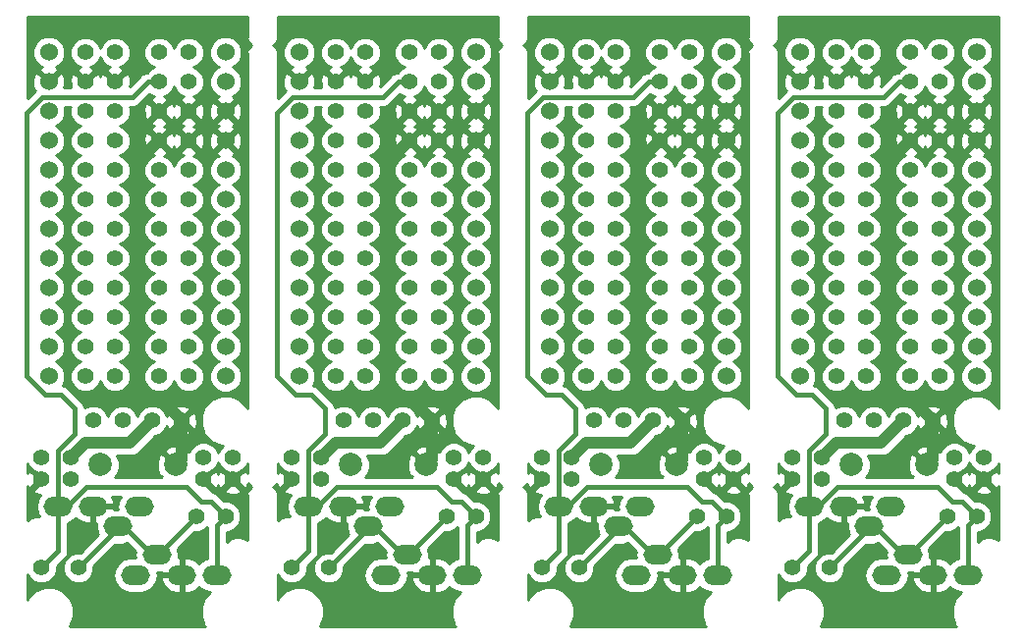
<source format=gtl>
G04 #@! TF.GenerationSoftware,KiCad,Pcbnew,5.0.0-fee4fd1~66~ubuntu18.04.1*
G04 #@! TF.CreationDate,2018-10-17T03:13:26+09:00*
G04 #@! TF.ProjectId,MxLEDBit (___),4D784C45444269742028B3D4FC292E6B,1*
G04 #@! TF.SameCoordinates,Original*
G04 #@! TF.FileFunction,Copper,L1,Top,Signal*
G04 #@! TF.FilePolarity,Positive*
%FSLAX46Y46*%
G04 Gerber Fmt 4.6, Leading zero omitted, Abs format (unit mm)*
G04 Created by KiCad (PCBNEW 5.0.0-fee4fd1~66~ubuntu18.04.1) date Wed Oct 17 03:13:26 2018*
%MOMM*%
%LPD*%
G01*
G04 APERTURE LIST*
G04 #@! TA.AperFunction,ComponentPad*
%ADD10O,2.500000X1.700000*%
G04 #@! TD*
G04 #@! TA.AperFunction,ComponentPad*
%ADD11C,1.397000*%
G04 #@! TD*
G04 #@! TA.AperFunction,ComponentPad*
%ADD12C,1.524000*%
G04 #@! TD*
G04 #@! TA.AperFunction,ComponentPad*
%ADD13C,2.000000*%
G04 #@! TD*
G04 #@! TA.AperFunction,Conductor*
%ADD14C,0.400000*%
G04 #@! TD*
G04 #@! TA.AperFunction,Conductor*
%ADD15C,1.000000*%
G04 #@! TD*
G04 #@! TA.AperFunction,Conductor*
%ADD16C,0.254000*%
G04 #@! TD*
G04 APERTURE END LIST*
D10*
G04 #@! TO.P,JACK,B*
G04 #@! TO.N,DATA*
X172595000Y-93980000D03*
G04 #@! TO.P,JACK,C*
G04 #@! TO.N,GND*
X169595000Y-93980000D03*
G04 #@! TO.P,JACK,D*
G04 #@! TO.N,VCC*
X165595000Y-93980000D03*
G04 #@! TO.P,JACK,A*
G04 #@! TO.N,N/C*
X164095000Y-89780000D03*
G04 #@! TD*
G04 #@! TO.P,JACK,B*
G04 #@! TO.N,DATA*
X151005000Y-93980000D03*
G04 #@! TO.P,JACK,C*
G04 #@! TO.N,GND*
X148005000Y-93980000D03*
G04 #@! TO.P,JACK,D*
G04 #@! TO.N,VCC*
X144005000Y-93980000D03*
G04 #@! TO.P,JACK,A*
G04 #@! TO.N,N/C*
X142505000Y-89780000D03*
G04 #@! TD*
G04 #@! TO.P,JACK,B*
G04 #@! TO.N,DATA*
X129415000Y-93980000D03*
G04 #@! TO.P,JACK,C*
G04 #@! TO.N,GND*
X126415000Y-93980000D03*
G04 #@! TO.P,JACK,D*
G04 #@! TO.N,VCC*
X122415000Y-93980000D03*
G04 #@! TO.P,JACK,A*
G04 #@! TO.N,N/C*
X120915000Y-89780000D03*
G04 #@! TD*
G04 #@! TO.P,JACK,A*
G04 #@! TO.N,N/C*
X167425000Y-92230000D03*
G04 #@! TO.P,JACK,D*
G04 #@! TO.N,VCC*
X165925000Y-88030000D03*
G04 #@! TO.P,JACK,C*
G04 #@! TO.N,GND*
X161925000Y-88030000D03*
G04 #@! TO.P,JACK,B*
G04 #@! TO.N,DATA*
X158925000Y-88030000D03*
G04 #@! TD*
G04 #@! TO.P,JACK,A*
G04 #@! TO.N,N/C*
X145835000Y-92230000D03*
G04 #@! TO.P,JACK,D*
G04 #@! TO.N,VCC*
X144335000Y-88030000D03*
G04 #@! TO.P,JACK,C*
G04 #@! TO.N,GND*
X140335000Y-88030000D03*
G04 #@! TO.P,JACK,B*
G04 #@! TO.N,DATA*
X137335000Y-88030000D03*
G04 #@! TD*
G04 #@! TO.P,JACK,A*
G04 #@! TO.N,N/C*
X124245000Y-92230000D03*
G04 #@! TO.P,JACK,D*
G04 #@! TO.N,VCC*
X122745000Y-88030000D03*
G04 #@! TO.P,JACK,C*
G04 #@! TO.N,GND*
X118745000Y-88030000D03*
G04 #@! TO.P,JACK,B*
G04 #@! TO.N,DATA*
X115745000Y-88030000D03*
G04 #@! TD*
D11*
G04 #@! TO.P,A,A*
G04 #@! TO.N,N/C*
X170815000Y-88900000D03*
G04 #@! TD*
G04 #@! TO.P,A,A*
G04 #@! TO.N,N/C*
X149225000Y-88900000D03*
G04 #@! TD*
G04 #@! TO.P,A,A*
G04 #@! TO.N,N/C*
X127635000Y-88900000D03*
G04 #@! TD*
G04 #@! TO.P,P2,SCL*
G04 #@! TO.N,SCL*
X167640000Y-61595000D03*
G04 #@! TD*
G04 #@! TO.P,P2,SCL*
G04 #@! TO.N,SCL*
X146050000Y-61595000D03*
G04 #@! TD*
G04 #@! TO.P,P2,SCL*
G04 #@! TO.N,SCL*
X124460000Y-61595000D03*
G04 #@! TD*
G04 #@! TO.P,P2,13*
G04 #@! TO.N,Net-(PM10-Pad1)*
X161290000Y-76835000D03*
G04 #@! TD*
G04 #@! TO.P,P2,13*
G04 #@! TO.N,Net-(PM10-Pad1)*
X139700000Y-76835000D03*
G04 #@! TD*
G04 #@! TO.P,P2,13*
G04 #@! TO.N,Net-(PM10-Pad1)*
X118110000Y-76835000D03*
G04 #@! TD*
G04 #@! TO.P,P2,RESE*
G04 #@! TO.N,RESET*
X163830000Y-53975000D03*
G04 #@! TD*
G04 #@! TO.P,P2,RESE*
G04 #@! TO.N,RESET*
X142240000Y-53975000D03*
G04 #@! TD*
G04 #@! TO.P,P2,RESE*
G04 #@! TO.N,RESET*
X120650000Y-53975000D03*
G04 #@! TD*
G04 #@! TO.P,P2,DATA*
G04 #@! TO.N,DATA*
X170180000Y-51435000D03*
G04 #@! TD*
G04 #@! TO.P,P2,DATA*
G04 #@! TO.N,DATA*
X148590000Y-51435000D03*
G04 #@! TD*
G04 #@! TO.P,P2,DATA*
G04 #@! TO.N,DATA*
X127000000Y-51435000D03*
G04 #@! TD*
G04 #@! TO.P,DATA,D*
G04 #@! TO.N,DATA*
X157480000Y-93345000D03*
G04 #@! TD*
G04 #@! TO.P,DATA,D*
G04 #@! TO.N,DATA*
X135890000Y-93345000D03*
G04 #@! TD*
G04 #@! TO.P,DATA,D*
G04 #@! TO.N,DATA*
X114300000Y-93345000D03*
G04 #@! TD*
G04 #@! TO.P,P2,PLED*
G04 #@! TO.N,Net-(PLED1-Pad1)*
X170180000Y-48895000D03*
G04 #@! TD*
G04 #@! TO.P,P2,PLED*
G04 #@! TO.N,Net-(PLED1-Pad1)*
X148590000Y-48895000D03*
G04 #@! TD*
G04 #@! TO.P,P2,PLED*
G04 #@! TO.N,Net-(PLED1-Pad1)*
X127000000Y-48895000D03*
G04 #@! TD*
G04 #@! TO.P,P2,VCC*
G04 #@! TO.N,VCC*
X163830000Y-48895000D03*
G04 #@! TD*
G04 #@! TO.P,P2,VCC*
G04 #@! TO.N,VCC*
X142240000Y-48895000D03*
G04 #@! TD*
G04 #@! TO.P,P2,VCC*
G04 #@! TO.N,VCC*
X120650000Y-48895000D03*
G04 #@! TD*
G04 #@! TO.P,P2,GND*
G04 #@! TO.N,GND*
X163830000Y-51435000D03*
G04 #@! TD*
G04 #@! TO.P,P2,GND*
G04 #@! TO.N,GND*
X142240000Y-51435000D03*
G04 #@! TD*
G04 #@! TO.P,P2,GND*
G04 #@! TO.N,GND*
X120650000Y-51435000D03*
G04 #@! TD*
G04 #@! TO.P,P2,GND*
G04 #@! TO.N,GND*
X170180000Y-53975000D03*
G04 #@! TD*
G04 #@! TO.P,P2,GND*
G04 #@! TO.N,GND*
X148590000Y-53975000D03*
G04 #@! TD*
G04 #@! TO.P,P2,GND*
G04 #@! TO.N,GND*
X127000000Y-53975000D03*
G04 #@! TD*
G04 #@! TO.P,P2,SDA*
G04 #@! TO.N,SDA*
X170180000Y-59055000D03*
G04 #@! TD*
G04 #@! TO.P,P2,SDA*
G04 #@! TO.N,SDA*
X148590000Y-59055000D03*
G04 #@! TD*
G04 #@! TO.P,P2,SDA*
G04 #@! TO.N,SDA*
X127000000Y-59055000D03*
G04 #@! TD*
G04 #@! TO.P,P2,GND*
G04 #@! TO.N,GND*
X167640000Y-56515000D03*
G04 #@! TD*
G04 #@! TO.P,P2,GND*
G04 #@! TO.N,GND*
X146050000Y-56515000D03*
G04 #@! TD*
G04 #@! TO.P,P2,GND*
G04 #@! TO.N,GND*
X124460000Y-56515000D03*
G04 #@! TD*
G04 #@! TO.P,A,A*
G04 #@! TO.N,N/C*
X160655000Y-93345000D03*
G04 #@! TD*
G04 #@! TO.P,A,A*
G04 #@! TO.N,N/C*
X139065000Y-93345000D03*
G04 #@! TD*
G04 #@! TO.P,A,A*
G04 #@! TO.N,N/C*
X117475000Y-93345000D03*
G04 #@! TD*
G04 #@! TO.P,DATA,D*
G04 #@! TO.N,DATA*
X173355000Y-88900000D03*
G04 #@! TD*
G04 #@! TO.P,DATA,D*
G04 #@! TO.N,DATA*
X151765000Y-88900000D03*
G04 #@! TD*
G04 #@! TO.P,DATA,D*
G04 #@! TO.N,DATA*
X130175000Y-88900000D03*
G04 #@! TD*
G04 #@! TO.P,P2,GND*
G04 #@! TO.N,GND*
X161290000Y-51435000D03*
G04 #@! TD*
G04 #@! TO.P,P2,GND*
G04 #@! TO.N,GND*
X139700000Y-51435000D03*
G04 #@! TD*
G04 #@! TO.P,P2,GND*
G04 #@! TO.N,GND*
X118110000Y-51435000D03*
G04 #@! TD*
G04 #@! TO.P,P2,9*
G04 #@! TO.N,Net-(PM6-Pad1)*
X170180000Y-69215000D03*
G04 #@! TD*
G04 #@! TO.P,P2,9*
G04 #@! TO.N,Net-(PM6-Pad1)*
X148590000Y-69215000D03*
G04 #@! TD*
G04 #@! TO.P,P2,9*
G04 #@! TO.N,Net-(PM6-Pad1)*
X127000000Y-69215000D03*
G04 #@! TD*
G04 #@! TO.P,P2,7*
G04 #@! TO.N,Net-(PM4-Pad1)*
X170180000Y-64135000D03*
G04 #@! TD*
G04 #@! TO.P,P2,7*
G04 #@! TO.N,Net-(PM4-Pad1)*
X148590000Y-64135000D03*
G04 #@! TD*
G04 #@! TO.P,P2,7*
G04 #@! TO.N,Net-(PM4-Pad1)*
X127000000Y-64135000D03*
G04 #@! TD*
G04 #@! TO.P,P2,SCL*
G04 #@! TO.N,SCL*
X170180000Y-61595000D03*
G04 #@! TD*
G04 #@! TO.P,P2,SCL*
G04 #@! TO.N,SCL*
X148590000Y-61595000D03*
G04 #@! TD*
G04 #@! TO.P,P2,SCL*
G04 #@! TO.N,SCL*
X127000000Y-61595000D03*
G04 #@! TD*
G04 #@! TO.P,P2,VCC*
G04 #@! TO.N,VCC*
X163830000Y-56515000D03*
G04 #@! TD*
G04 #@! TO.P,P2,VCC*
G04 #@! TO.N,VCC*
X142240000Y-56515000D03*
G04 #@! TD*
G04 #@! TO.P,P2,VCC*
G04 #@! TO.N,VCC*
X120650000Y-56515000D03*
G04 #@! TD*
G04 #@! TO.P,P2,VCC*
G04 #@! TO.N,VCC*
X161290000Y-56515000D03*
G04 #@! TD*
G04 #@! TO.P,P2,VCC*
G04 #@! TO.N,VCC*
X139700000Y-56515000D03*
G04 #@! TD*
G04 #@! TO.P,P2,VCC*
G04 #@! TO.N,VCC*
X118110000Y-56515000D03*
G04 #@! TD*
G04 #@! TO.P,P2,17*
G04 #@! TO.N,Net-(PM18-Pad1)*
X161290000Y-66675000D03*
G04 #@! TD*
G04 #@! TO.P,P2,17*
G04 #@! TO.N,Net-(PM18-Pad1)*
X139700000Y-66675000D03*
G04 #@! TD*
G04 #@! TO.P,P2,17*
G04 #@! TO.N,Net-(PM18-Pad1)*
X118110000Y-66675000D03*
G04 #@! TD*
G04 #@! TO.P,DT,DATA*
G04 #@! TO.N,DATA*
X167640000Y-51435000D03*
G04 #@! TD*
G04 #@! TO.P,DT,DATA*
G04 #@! TO.N,DATA*
X146050000Y-51435000D03*
G04 #@! TD*
G04 #@! TO.P,DT,DATA*
G04 #@! TO.N,DATA*
X124460000Y-51435000D03*
G04 #@! TD*
G04 #@! TO.P,P2,20*
G04 #@! TO.N,Net-(PM21-Pad1)*
X163830000Y-59055000D03*
G04 #@! TD*
G04 #@! TO.P,P2,20*
G04 #@! TO.N,Net-(PM21-Pad1)*
X142240000Y-59055000D03*
G04 #@! TD*
G04 #@! TO.P,P2,20*
G04 #@! TO.N,Net-(PM21-Pad1)*
X120650000Y-59055000D03*
G04 #@! TD*
G04 #@! TO.P,P2,VCC*
G04 #@! TO.N,VCC*
X161290000Y-48895000D03*
G04 #@! TD*
G04 #@! TO.P,P2,VCC*
G04 #@! TO.N,VCC*
X139700000Y-48895000D03*
G04 #@! TD*
G04 #@! TO.P,P2,VCC*
G04 #@! TO.N,VCC*
X118110000Y-48895000D03*
G04 #@! TD*
G04 #@! TO.P,P2,GND*
G04 #@! TO.N,GND*
X170180000Y-56515000D03*
G04 #@! TD*
G04 #@! TO.P,P2,GND*
G04 #@! TO.N,GND*
X148590000Y-56515000D03*
G04 #@! TD*
G04 #@! TO.P,P2,GND*
G04 #@! TO.N,GND*
X127000000Y-56515000D03*
G04 #@! TD*
G04 #@! TO.P,P2,GND*
G04 #@! TO.N,GND*
X167640000Y-53975000D03*
G04 #@! TD*
G04 #@! TO.P,P2,GND*
G04 #@! TO.N,GND*
X146050000Y-53975000D03*
G04 #@! TD*
G04 #@! TO.P,P2,GND*
G04 #@! TO.N,GND*
X124460000Y-53975000D03*
G04 #@! TD*
G04 #@! TO.P,P2,20*
G04 #@! TO.N,Net-(PM21-Pad1)*
X161290000Y-59055000D03*
G04 #@! TD*
G04 #@! TO.P,P2,20*
G04 #@! TO.N,Net-(PM21-Pad1)*
X139700000Y-59055000D03*
G04 #@! TD*
G04 #@! TO.P,P2,20*
G04 #@! TO.N,Net-(PM21-Pad1)*
X118110000Y-59055000D03*
G04 #@! TD*
G04 #@! TO.P,P2,19*
G04 #@! TO.N,Net-(PM20-Pad1)*
X163830000Y-61595000D03*
G04 #@! TD*
G04 #@! TO.P,P2,19*
G04 #@! TO.N,Net-(PM20-Pad1)*
X142240000Y-61595000D03*
G04 #@! TD*
G04 #@! TO.P,P2,19*
G04 #@! TO.N,Net-(PM20-Pad1)*
X120650000Y-61595000D03*
G04 #@! TD*
G04 #@! TO.P,P2,1*
G04 #@! TO.N,GND*
X173990000Y-85725000D03*
G04 #@! TD*
G04 #@! TO.P,P2,1*
G04 #@! TO.N,GND*
X152400000Y-85725000D03*
G04 #@! TD*
G04 #@! TO.P,P2,1*
G04 #@! TO.N,GND*
X130810000Y-85725000D03*
G04 #@! TD*
G04 #@! TO.P,P2,10*
G04 #@! TO.N,Net-(PM7-Pad1)*
X170180000Y-71755000D03*
G04 #@! TD*
G04 #@! TO.P,P2,10*
G04 #@! TO.N,Net-(PM7-Pad1)*
X148590000Y-71755000D03*
G04 #@! TD*
G04 #@! TO.P,P2,10*
G04 #@! TO.N,Net-(PM7-Pad1)*
X127000000Y-71755000D03*
G04 #@! TD*
G04 #@! TO.P,P2,PLED*
G04 #@! TO.N,Net-(PLED1-Pad1)*
X167640000Y-48895000D03*
G04 #@! TD*
G04 #@! TO.P,P2,PLED*
G04 #@! TO.N,Net-(PLED1-Pad1)*
X146050000Y-48895000D03*
G04 #@! TD*
G04 #@! TO.P,P2,PLED*
G04 #@! TO.N,Net-(PLED1-Pad1)*
X124460000Y-48895000D03*
G04 #@! TD*
G04 #@! TO.P,OLED,4*
G04 #@! TO.N,SDA*
X161925000Y-80645000D03*
G04 #@! TO.P,OLED,3*
G04 #@! TO.N,SCL*
X164465000Y-80645000D03*
G04 #@! TO.P,OLED,2*
G04 #@! TO.N,VCC*
X167005000Y-80645000D03*
G04 #@! TO.P,OLED,1*
G04 #@! TO.N,GND*
X169545000Y-80645000D03*
G04 #@! TD*
G04 #@! TO.P,OLED,4*
G04 #@! TO.N,SDA*
X140335000Y-80645000D03*
G04 #@! TO.P,OLED,3*
G04 #@! TO.N,SCL*
X142875000Y-80645000D03*
G04 #@! TO.P,OLED,2*
G04 #@! TO.N,VCC*
X145415000Y-80645000D03*
G04 #@! TO.P,OLED,1*
G04 #@! TO.N,GND*
X147955000Y-80645000D03*
G04 #@! TD*
G04 #@! TO.P,OLED,4*
G04 #@! TO.N,SDA*
X118745000Y-80645000D03*
G04 #@! TO.P,OLED,3*
G04 #@! TO.N,SCL*
X121285000Y-80645000D03*
G04 #@! TO.P,OLED,2*
G04 #@! TO.N,VCC*
X123825000Y-80645000D03*
G04 #@! TO.P,OLED,1*
G04 #@! TO.N,GND*
X126365000Y-80645000D03*
G04 #@! TD*
D12*
G04 #@! TO.P,U2,1*
G04 #@! TO.N,Net-(PLED1-Pad1)*
X173355000Y-48895000D03*
G04 #@! TO.P,U2,2*
G04 #@! TO.N,DATA*
X173355000Y-51435000D03*
G04 #@! TO.P,U2,3*
G04 #@! TO.N,GND*
X173355000Y-53975000D03*
G04 #@! TO.P,U2,4*
X173355000Y-56515000D03*
G04 #@! TO.P,U2,5*
G04 #@! TO.N,SDA*
X173355000Y-59055000D03*
G04 #@! TO.P,U2,6*
G04 #@! TO.N,SCL*
X173355000Y-61595000D03*
G04 #@! TO.P,U2,7*
G04 #@! TO.N,Net-(PM4-Pad1)*
X173355000Y-64135000D03*
G04 #@! TO.P,U2,8*
G04 #@! TO.N,Net-(PM5-Pad1)*
X173355000Y-66675000D03*
G04 #@! TO.P,U2,9*
G04 #@! TO.N,Net-(PM6-Pad1)*
X173355000Y-69215000D03*
G04 #@! TO.P,U2,10*
G04 #@! TO.N,Net-(PM7-Pad1)*
X173355000Y-71755000D03*
G04 #@! TO.P,U2,11*
G04 #@! TO.N,Net-(PM8-Pad1)*
X173355000Y-74295000D03*
G04 #@! TO.P,U2,12*
G04 #@! TO.N,Net-(PM9-Pad1)*
X173355000Y-76835000D03*
G04 #@! TO.P,U2,13*
G04 #@! TO.N,Net-(PM10-Pad1)*
X158115000Y-76835000D03*
G04 #@! TO.P,U2,14*
G04 #@! TO.N,Net-(PM16-Pad1)*
X158115000Y-74295000D03*
G04 #@! TO.P,U2,15*
G04 #@! TO.N,Net-(PM14-Pad1)*
X158115000Y-71755000D03*
G04 #@! TO.P,U2,16*
G04 #@! TO.N,Net-(PM15-Pad1)*
X158115000Y-69215000D03*
G04 #@! TO.P,U2,17*
G04 #@! TO.N,Net-(PM18-Pad1)*
X158115000Y-66675000D03*
G04 #@! TO.P,U2,18*
G04 #@! TO.N,Net-(PM19-Pad1)*
X158115000Y-64135000D03*
G04 #@! TO.P,U2,19*
G04 #@! TO.N,Net-(PM20-Pad1)*
X158115000Y-61595000D03*
G04 #@! TO.P,U2,20*
G04 #@! TO.N,Net-(PM21-Pad1)*
X158115000Y-59055000D03*
G04 #@! TO.P,U2,21*
G04 #@! TO.N,VCC*
X158115000Y-56515000D03*
G04 #@! TO.P,U2,22*
G04 #@! TO.N,RESET*
X158115000Y-53975000D03*
G04 #@! TO.P,U2,23*
G04 #@! TO.N,GND*
X158115000Y-51435000D03*
G04 #@! TO.P,U2,24*
G04 #@! TO.N,VCC*
X158115000Y-48895000D03*
G04 #@! TD*
G04 #@! TO.P,U2,1*
G04 #@! TO.N,Net-(PLED1-Pad1)*
X151765000Y-48895000D03*
G04 #@! TO.P,U2,2*
G04 #@! TO.N,DATA*
X151765000Y-51435000D03*
G04 #@! TO.P,U2,3*
G04 #@! TO.N,GND*
X151765000Y-53975000D03*
G04 #@! TO.P,U2,4*
X151765000Y-56515000D03*
G04 #@! TO.P,U2,5*
G04 #@! TO.N,SDA*
X151765000Y-59055000D03*
G04 #@! TO.P,U2,6*
G04 #@! TO.N,SCL*
X151765000Y-61595000D03*
G04 #@! TO.P,U2,7*
G04 #@! TO.N,Net-(PM4-Pad1)*
X151765000Y-64135000D03*
G04 #@! TO.P,U2,8*
G04 #@! TO.N,Net-(PM5-Pad1)*
X151765000Y-66675000D03*
G04 #@! TO.P,U2,9*
G04 #@! TO.N,Net-(PM6-Pad1)*
X151765000Y-69215000D03*
G04 #@! TO.P,U2,10*
G04 #@! TO.N,Net-(PM7-Pad1)*
X151765000Y-71755000D03*
G04 #@! TO.P,U2,11*
G04 #@! TO.N,Net-(PM8-Pad1)*
X151765000Y-74295000D03*
G04 #@! TO.P,U2,12*
G04 #@! TO.N,Net-(PM9-Pad1)*
X151765000Y-76835000D03*
G04 #@! TO.P,U2,13*
G04 #@! TO.N,Net-(PM10-Pad1)*
X136525000Y-76835000D03*
G04 #@! TO.P,U2,14*
G04 #@! TO.N,Net-(PM16-Pad1)*
X136525000Y-74295000D03*
G04 #@! TO.P,U2,15*
G04 #@! TO.N,Net-(PM14-Pad1)*
X136525000Y-71755000D03*
G04 #@! TO.P,U2,16*
G04 #@! TO.N,Net-(PM15-Pad1)*
X136525000Y-69215000D03*
G04 #@! TO.P,U2,17*
G04 #@! TO.N,Net-(PM18-Pad1)*
X136525000Y-66675000D03*
G04 #@! TO.P,U2,18*
G04 #@! TO.N,Net-(PM19-Pad1)*
X136525000Y-64135000D03*
G04 #@! TO.P,U2,19*
G04 #@! TO.N,Net-(PM20-Pad1)*
X136525000Y-61595000D03*
G04 #@! TO.P,U2,20*
G04 #@! TO.N,Net-(PM21-Pad1)*
X136525000Y-59055000D03*
G04 #@! TO.P,U2,21*
G04 #@! TO.N,VCC*
X136525000Y-56515000D03*
G04 #@! TO.P,U2,22*
G04 #@! TO.N,RESET*
X136525000Y-53975000D03*
G04 #@! TO.P,U2,23*
G04 #@! TO.N,GND*
X136525000Y-51435000D03*
G04 #@! TO.P,U2,24*
G04 #@! TO.N,VCC*
X136525000Y-48895000D03*
G04 #@! TD*
G04 #@! TO.P,U2,1*
G04 #@! TO.N,Net-(PLED1-Pad1)*
X130175000Y-48895000D03*
G04 #@! TO.P,U2,2*
G04 #@! TO.N,DATA*
X130175000Y-51435000D03*
G04 #@! TO.P,U2,3*
G04 #@! TO.N,GND*
X130175000Y-53975000D03*
G04 #@! TO.P,U2,4*
X130175000Y-56515000D03*
G04 #@! TO.P,U2,5*
G04 #@! TO.N,SDA*
X130175000Y-59055000D03*
G04 #@! TO.P,U2,6*
G04 #@! TO.N,SCL*
X130175000Y-61595000D03*
G04 #@! TO.P,U2,7*
G04 #@! TO.N,Net-(PM4-Pad1)*
X130175000Y-64135000D03*
G04 #@! TO.P,U2,8*
G04 #@! TO.N,Net-(PM5-Pad1)*
X130175000Y-66675000D03*
G04 #@! TO.P,U2,9*
G04 #@! TO.N,Net-(PM6-Pad1)*
X130175000Y-69215000D03*
G04 #@! TO.P,U2,10*
G04 #@! TO.N,Net-(PM7-Pad1)*
X130175000Y-71755000D03*
G04 #@! TO.P,U2,11*
G04 #@! TO.N,Net-(PM8-Pad1)*
X130175000Y-74295000D03*
G04 #@! TO.P,U2,12*
G04 #@! TO.N,Net-(PM9-Pad1)*
X130175000Y-76835000D03*
G04 #@! TO.P,U2,13*
G04 #@! TO.N,Net-(PM10-Pad1)*
X114935000Y-76835000D03*
G04 #@! TO.P,U2,14*
G04 #@! TO.N,Net-(PM16-Pad1)*
X114935000Y-74295000D03*
G04 #@! TO.P,U2,15*
G04 #@! TO.N,Net-(PM14-Pad1)*
X114935000Y-71755000D03*
G04 #@! TO.P,U2,16*
G04 #@! TO.N,Net-(PM15-Pad1)*
X114935000Y-69215000D03*
G04 #@! TO.P,U2,17*
G04 #@! TO.N,Net-(PM18-Pad1)*
X114935000Y-66675000D03*
G04 #@! TO.P,U2,18*
G04 #@! TO.N,Net-(PM19-Pad1)*
X114935000Y-64135000D03*
G04 #@! TO.P,U2,19*
G04 #@! TO.N,Net-(PM20-Pad1)*
X114935000Y-61595000D03*
G04 #@! TO.P,U2,20*
G04 #@! TO.N,Net-(PM21-Pad1)*
X114935000Y-59055000D03*
G04 #@! TO.P,U2,21*
G04 #@! TO.N,VCC*
X114935000Y-56515000D03*
G04 #@! TO.P,U2,22*
G04 #@! TO.N,RESET*
X114935000Y-53975000D03*
G04 #@! TO.P,U2,23*
G04 #@! TO.N,GND*
X114935000Y-51435000D03*
G04 #@! TO.P,U2,24*
G04 #@! TO.N,VCC*
X114935000Y-48895000D03*
G04 #@! TD*
D11*
G04 #@! TO.P,P2,1*
G04 #@! TO.N,GND*
X157480000Y-85725000D03*
G04 #@! TD*
G04 #@! TO.P,P2,1*
G04 #@! TO.N,GND*
X135890000Y-85725000D03*
G04 #@! TD*
G04 #@! TO.P,P2,1*
G04 #@! TO.N,GND*
X114300000Y-85725000D03*
G04 #@! TD*
G04 #@! TO.P,P2,1*
G04 #@! TO.N,GND*
X160020000Y-85725000D03*
G04 #@! TD*
G04 #@! TO.P,P2,1*
G04 #@! TO.N,GND*
X138430000Y-85725000D03*
G04 #@! TD*
G04 #@! TO.P,P2,1*
G04 #@! TO.N,GND*
X116840000Y-85725000D03*
G04 #@! TD*
G04 #@! TO.P,P2,15*
G04 #@! TO.N,Net-(PM14-Pad1)*
X161290000Y-71755000D03*
G04 #@! TD*
G04 #@! TO.P,P2,15*
G04 #@! TO.N,Net-(PM14-Pad1)*
X139700000Y-71755000D03*
G04 #@! TD*
G04 #@! TO.P,P2,15*
G04 #@! TO.N,Net-(PM14-Pad1)*
X118110000Y-71755000D03*
G04 #@! TD*
G04 #@! TO.P,P2,SDA*
G04 #@! TO.N,SDA*
X167640000Y-59055000D03*
G04 #@! TD*
G04 #@! TO.P,P2,SDA*
G04 #@! TO.N,SDA*
X146050000Y-59055000D03*
G04 #@! TD*
G04 #@! TO.P,P2,SDA*
G04 #@! TO.N,SDA*
X124460000Y-59055000D03*
G04 #@! TD*
G04 #@! TO.P,P2,14*
G04 #@! TO.N,Net-(PM16-Pad1)*
X161290000Y-74295000D03*
G04 #@! TD*
G04 #@! TO.P,P2,14*
G04 #@! TO.N,Net-(PM16-Pad1)*
X139700000Y-74295000D03*
G04 #@! TD*
G04 #@! TO.P,P2,14*
G04 #@! TO.N,Net-(PM16-Pad1)*
X118110000Y-74295000D03*
G04 #@! TD*
G04 #@! TO.P,P2,RESE*
G04 #@! TO.N,RESET*
X161290000Y-53975000D03*
G04 #@! TD*
G04 #@! TO.P,P2,RESE*
G04 #@! TO.N,RESET*
X139700000Y-53975000D03*
G04 #@! TD*
G04 #@! TO.P,P2,RESE*
G04 #@! TO.N,RESET*
X118110000Y-53975000D03*
G04 #@! TD*
G04 #@! TO.P,P2,18*
G04 #@! TO.N,Net-(PM19-Pad1)*
X161290000Y-64135000D03*
G04 #@! TD*
G04 #@! TO.P,P2,18*
G04 #@! TO.N,Net-(PM19-Pad1)*
X139700000Y-64135000D03*
G04 #@! TD*
G04 #@! TO.P,P2,18*
G04 #@! TO.N,Net-(PM19-Pad1)*
X118110000Y-64135000D03*
G04 #@! TD*
G04 #@! TO.P,P2,1*
G04 #@! TO.N,VCC*
X157480000Y-83820000D03*
G04 #@! TD*
G04 #@! TO.P,P2,1*
G04 #@! TO.N,VCC*
X135890000Y-83820000D03*
G04 #@! TD*
G04 #@! TO.P,P2,1*
G04 #@! TO.N,VCC*
X114300000Y-83820000D03*
G04 #@! TD*
G04 #@! TO.P,P2,1*
G04 #@! TO.N,VCC*
X160020000Y-83820000D03*
G04 #@! TD*
G04 #@! TO.P,P2,1*
G04 #@! TO.N,VCC*
X138430000Y-83820000D03*
G04 #@! TD*
G04 #@! TO.P,P2,1*
G04 #@! TO.N,VCC*
X116840000Y-83820000D03*
G04 #@! TD*
G04 #@! TO.P,P2,12*
G04 #@! TO.N,Net-(PM9-Pad1)*
X170180000Y-76835000D03*
G04 #@! TD*
G04 #@! TO.P,P2,12*
G04 #@! TO.N,Net-(PM9-Pad1)*
X148590000Y-76835000D03*
G04 #@! TD*
G04 #@! TO.P,P2,12*
G04 #@! TO.N,Net-(PM9-Pad1)*
X127000000Y-76835000D03*
G04 #@! TD*
G04 #@! TO.P,P2,8*
G04 #@! TO.N,Net-(PM5-Pad1)*
X170180000Y-66675000D03*
G04 #@! TD*
G04 #@! TO.P,P2,8*
G04 #@! TO.N,Net-(PM5-Pad1)*
X148590000Y-66675000D03*
G04 #@! TD*
G04 #@! TO.P,P2,8*
G04 #@! TO.N,Net-(PM5-Pad1)*
X127000000Y-66675000D03*
G04 #@! TD*
G04 #@! TO.P,P2,11*
G04 #@! TO.N,Net-(PM8-Pad1)*
X170180000Y-74295000D03*
G04 #@! TD*
G04 #@! TO.P,P2,11*
G04 #@! TO.N,Net-(PM8-Pad1)*
X148590000Y-74295000D03*
G04 #@! TD*
G04 #@! TO.P,P2,11*
G04 #@! TO.N,Net-(PM8-Pad1)*
X127000000Y-74295000D03*
G04 #@! TD*
G04 #@! TO.P,P2,1*
G04 #@! TO.N,GND*
X171450000Y-85725000D03*
G04 #@! TD*
G04 #@! TO.P,P2,1*
G04 #@! TO.N,GND*
X149860000Y-85725000D03*
G04 #@! TD*
G04 #@! TO.P,P2,1*
G04 #@! TO.N,GND*
X128270000Y-85725000D03*
G04 #@! TD*
G04 #@! TO.P,P2,1*
G04 #@! TO.N,VCC*
X171450000Y-83820000D03*
G04 #@! TD*
G04 #@! TO.P,P2,1*
G04 #@! TO.N,VCC*
X149860000Y-83820000D03*
G04 #@! TD*
G04 #@! TO.P,P2,1*
G04 #@! TO.N,VCC*
X128270000Y-83820000D03*
G04 #@! TD*
G04 #@! TO.P,P2,16*
G04 #@! TO.N,Net-(PM15-Pad1)*
X161290000Y-69215000D03*
G04 #@! TD*
G04 #@! TO.P,P2,16*
G04 #@! TO.N,Net-(PM15-Pad1)*
X139700000Y-69215000D03*
G04 #@! TD*
G04 #@! TO.P,P2,16*
G04 #@! TO.N,Net-(PM15-Pad1)*
X118110000Y-69215000D03*
G04 #@! TD*
G04 #@! TO.P,P2,19*
G04 #@! TO.N,Net-(PM20-Pad1)*
X161290000Y-61595000D03*
G04 #@! TD*
G04 #@! TO.P,P2,19*
G04 #@! TO.N,Net-(PM20-Pad1)*
X139700000Y-61595000D03*
G04 #@! TD*
G04 #@! TO.P,P2,19*
G04 #@! TO.N,Net-(PM20-Pad1)*
X118110000Y-61595000D03*
G04 #@! TD*
G04 #@! TO.P,P2,1*
G04 #@! TO.N,VCC*
X173990000Y-83820000D03*
G04 #@! TD*
G04 #@! TO.P,P2,1*
G04 #@! TO.N,VCC*
X152400000Y-83820000D03*
G04 #@! TD*
G04 #@! TO.P,P2,1*
G04 #@! TO.N,VCC*
X130810000Y-83820000D03*
G04 #@! TD*
G04 #@! TO.P,P2,13*
G04 #@! TO.N,Net-(PM10-Pad1)*
X163830000Y-76835000D03*
G04 #@! TD*
G04 #@! TO.P,P2,13*
G04 #@! TO.N,Net-(PM10-Pad1)*
X142240000Y-76835000D03*
G04 #@! TD*
G04 #@! TO.P,P2,13*
G04 #@! TO.N,Net-(PM10-Pad1)*
X120650000Y-76835000D03*
G04 #@! TD*
G04 #@! TO.P,P2,15*
G04 #@! TO.N,Net-(PM14-Pad1)*
X163830000Y-71755000D03*
G04 #@! TD*
G04 #@! TO.P,P2,15*
G04 #@! TO.N,Net-(PM14-Pad1)*
X142240000Y-71755000D03*
G04 #@! TD*
G04 #@! TO.P,P2,15*
G04 #@! TO.N,Net-(PM14-Pad1)*
X120650000Y-71755000D03*
G04 #@! TD*
G04 #@! TO.P,P2,14*
G04 #@! TO.N,Net-(PM16-Pad1)*
X163830000Y-74295000D03*
G04 #@! TD*
G04 #@! TO.P,P2,14*
G04 #@! TO.N,Net-(PM16-Pad1)*
X142240000Y-74295000D03*
G04 #@! TD*
G04 #@! TO.P,P2,14*
G04 #@! TO.N,Net-(PM16-Pad1)*
X120650000Y-74295000D03*
G04 #@! TD*
G04 #@! TO.P,P2,12*
G04 #@! TO.N,Net-(PM9-Pad1)*
X167640000Y-76835000D03*
G04 #@! TD*
G04 #@! TO.P,P2,12*
G04 #@! TO.N,Net-(PM9-Pad1)*
X146050000Y-76835000D03*
G04 #@! TD*
G04 #@! TO.P,P2,12*
G04 #@! TO.N,Net-(PM9-Pad1)*
X124460000Y-76835000D03*
G04 #@! TD*
G04 #@! TO.P,P2,11*
G04 #@! TO.N,Net-(PM8-Pad1)*
X167640000Y-74295000D03*
G04 #@! TD*
G04 #@! TO.P,P2,11*
G04 #@! TO.N,Net-(PM8-Pad1)*
X146050000Y-74295000D03*
G04 #@! TD*
G04 #@! TO.P,P2,11*
G04 #@! TO.N,Net-(PM8-Pad1)*
X124460000Y-74295000D03*
G04 #@! TD*
G04 #@! TO.P,P2,10*
G04 #@! TO.N,Net-(PM7-Pad1)*
X167640000Y-71755000D03*
G04 #@! TD*
G04 #@! TO.P,P2,10*
G04 #@! TO.N,Net-(PM7-Pad1)*
X146050000Y-71755000D03*
G04 #@! TD*
G04 #@! TO.P,P2,10*
G04 #@! TO.N,Net-(PM7-Pad1)*
X124460000Y-71755000D03*
G04 #@! TD*
G04 #@! TO.P,P2,7*
G04 #@! TO.N,Net-(PM4-Pad1)*
X167640000Y-64135000D03*
G04 #@! TD*
G04 #@! TO.P,P2,7*
G04 #@! TO.N,Net-(PM4-Pad1)*
X146050000Y-64135000D03*
G04 #@! TD*
G04 #@! TO.P,P2,7*
G04 #@! TO.N,Net-(PM4-Pad1)*
X124460000Y-64135000D03*
G04 #@! TD*
G04 #@! TO.P,P2,9*
G04 #@! TO.N,Net-(PM6-Pad1)*
X167640000Y-69215000D03*
G04 #@! TD*
G04 #@! TO.P,P2,9*
G04 #@! TO.N,Net-(PM6-Pad1)*
X146050000Y-69215000D03*
G04 #@! TD*
G04 #@! TO.P,P2,9*
G04 #@! TO.N,Net-(PM6-Pad1)*
X124460000Y-69215000D03*
G04 #@! TD*
G04 #@! TO.P,P2,8*
G04 #@! TO.N,Net-(PM5-Pad1)*
X167640000Y-66675000D03*
G04 #@! TD*
G04 #@! TO.P,P2,8*
G04 #@! TO.N,Net-(PM5-Pad1)*
X146050000Y-66675000D03*
G04 #@! TD*
G04 #@! TO.P,P2,8*
G04 #@! TO.N,Net-(PM5-Pad1)*
X124460000Y-66675000D03*
G04 #@! TD*
G04 #@! TO.P,P2,18*
G04 #@! TO.N,Net-(PM19-Pad1)*
X163830000Y-64135000D03*
G04 #@! TD*
G04 #@! TO.P,P2,18*
G04 #@! TO.N,Net-(PM19-Pad1)*
X142240000Y-64135000D03*
G04 #@! TD*
G04 #@! TO.P,P2,18*
G04 #@! TO.N,Net-(PM19-Pad1)*
X120650000Y-64135000D03*
G04 #@! TD*
G04 #@! TO.P,P2,17*
G04 #@! TO.N,Net-(PM18-Pad1)*
X163830000Y-66675000D03*
G04 #@! TD*
G04 #@! TO.P,P2,17*
G04 #@! TO.N,Net-(PM18-Pad1)*
X142240000Y-66675000D03*
G04 #@! TD*
G04 #@! TO.P,P2,17*
G04 #@! TO.N,Net-(PM18-Pad1)*
X120650000Y-66675000D03*
G04 #@! TD*
G04 #@! TO.P,P2,16*
G04 #@! TO.N,Net-(PM15-Pad1)*
X163830000Y-69215000D03*
G04 #@! TD*
G04 #@! TO.P,P2,16*
G04 #@! TO.N,Net-(PM15-Pad1)*
X142240000Y-69215000D03*
G04 #@! TD*
G04 #@! TO.P,P2,16*
G04 #@! TO.N,Net-(PM15-Pad1)*
X120650000Y-69215000D03*
G04 #@! TD*
D13*
G04 #@! TO.P,RESET1,2*
G04 #@! TO.N,GND*
X169060000Y-84455000D03*
G04 #@! TO.P,RESET1,1*
G04 #@! TO.N,RESET*
X162560000Y-84455000D03*
G04 #@! TD*
G04 #@! TO.P,RESET1,2*
G04 #@! TO.N,GND*
X147470000Y-84455000D03*
G04 #@! TO.P,RESET1,1*
G04 #@! TO.N,RESET*
X140970000Y-84455000D03*
G04 #@! TD*
G04 #@! TO.P,RESET1,2*
G04 #@! TO.N,GND*
X125880000Y-84455000D03*
G04 #@! TO.P,RESET1,1*
G04 #@! TO.N,RESET*
X119380000Y-84455000D03*
G04 #@! TD*
D10*
G04 #@! TO.P,JACK,A*
G04 #@! TO.N,N/C*
X99325000Y-89780000D03*
G04 #@! TO.P,JACK,D*
G04 #@! TO.N,VCC*
X100825000Y-93980000D03*
G04 #@! TO.P,JACK,C*
G04 #@! TO.N,GND*
X104825000Y-93980000D03*
G04 #@! TO.P,JACK,B*
G04 #@! TO.N,DATA*
X107825000Y-93980000D03*
G04 #@! TD*
G04 #@! TO.P,JACK,B*
G04 #@! TO.N,DATA*
X94155000Y-88030000D03*
G04 #@! TO.P,JACK,C*
G04 #@! TO.N,GND*
X97155000Y-88030000D03*
G04 #@! TO.P,JACK,D*
G04 #@! TO.N,VCC*
X101155000Y-88030000D03*
G04 #@! TO.P,JACK,A*
G04 #@! TO.N,N/C*
X102655000Y-92230000D03*
G04 #@! TD*
D13*
G04 #@! TO.P,RESET1,1*
G04 #@! TO.N,RESET*
X97790000Y-84455000D03*
G04 #@! TO.P,RESET1,2*
G04 #@! TO.N,GND*
X104290000Y-84455000D03*
G04 #@! TD*
D11*
G04 #@! TO.P,P2,VCC*
G04 #@! TO.N,VCC*
X96520000Y-48895000D03*
G04 #@! TD*
G04 #@! TO.P,P2,GND*
G04 #@! TO.N,GND*
X96520000Y-51435000D03*
G04 #@! TD*
G04 #@! TO.P,P2,RESE*
G04 #@! TO.N,RESET*
X96520000Y-53975000D03*
G04 #@! TD*
G04 #@! TO.P,P2,VCC*
G04 #@! TO.N,VCC*
X96520000Y-56515000D03*
G04 #@! TD*
G04 #@! TO.P,P2,20*
G04 #@! TO.N,Net-(PM21-Pad1)*
X96520000Y-59055000D03*
G04 #@! TD*
G04 #@! TO.P,P2,GND*
G04 #@! TO.N,GND*
X105410000Y-56515000D03*
G04 #@! TD*
G04 #@! TO.P,P2,DATA*
G04 #@! TO.N,DATA*
X105410000Y-51435000D03*
G04 #@! TD*
G04 #@! TO.P,P2,GND*
G04 #@! TO.N,GND*
X105410000Y-53975000D03*
G04 #@! TD*
G04 #@! TO.P,P2,SDA*
G04 #@! TO.N,SDA*
X105410000Y-59055000D03*
G04 #@! TD*
G04 #@! TO.P,P2,PLED*
G04 #@! TO.N,Net-(PLED1-Pad1)*
X105410000Y-48895000D03*
G04 #@! TD*
G04 #@! TO.P,P2,SCL*
G04 #@! TO.N,SCL*
X105410000Y-61595000D03*
G04 #@! TD*
G04 #@! TO.P,P2,GND*
G04 #@! TO.N,GND*
X99060000Y-51435000D03*
G04 #@! TD*
G04 #@! TO.P,P2,VCC*
G04 #@! TO.N,VCC*
X99060000Y-56515000D03*
G04 #@! TD*
G04 #@! TO.P,P2,RESE*
G04 #@! TO.N,RESET*
X99060000Y-53975000D03*
G04 #@! TD*
G04 #@! TO.P,P2,VCC*
G04 #@! TO.N,VCC*
X99060000Y-48895000D03*
G04 #@! TD*
G04 #@! TO.P,P2,20*
G04 #@! TO.N,Net-(PM21-Pad1)*
X99060000Y-59055000D03*
G04 #@! TD*
G04 #@! TO.P,DT,DATA*
G04 #@! TO.N,DATA*
X102870000Y-51435000D03*
G04 #@! TD*
G04 #@! TO.P,P2,GND*
G04 #@! TO.N,GND*
X102870000Y-56515000D03*
G04 #@! TD*
G04 #@! TO.P,P2,GND*
G04 #@! TO.N,GND*
X102870000Y-53975000D03*
G04 #@! TD*
G04 #@! TO.P,P2,PLED*
G04 #@! TO.N,Net-(PLED1-Pad1)*
X102870000Y-48895000D03*
G04 #@! TD*
G04 #@! TO.P,P2,SCL*
G04 #@! TO.N,SCL*
X102870000Y-61595000D03*
G04 #@! TD*
G04 #@! TO.P,P2,SDA*
G04 #@! TO.N,SDA*
X102870000Y-59055000D03*
G04 #@! TD*
G04 #@! TO.P,DATA,D*
G04 #@! TO.N,DATA*
X92710000Y-93345000D03*
G04 #@! TD*
G04 #@! TO.P,A,A*
G04 #@! TO.N,N/C*
X95885000Y-93345000D03*
G04 #@! TD*
G04 #@! TO.P,A,A*
G04 #@! TO.N,N/C*
X106045000Y-88900000D03*
G04 #@! TD*
G04 #@! TO.P,DATA,D*
G04 #@! TO.N,DATA*
X108585000Y-88900000D03*
G04 #@! TD*
D12*
G04 #@! TO.P,U2,24*
G04 #@! TO.N,VCC*
X93345000Y-48895000D03*
G04 #@! TO.P,U2,23*
G04 #@! TO.N,GND*
X93345000Y-51435000D03*
G04 #@! TO.P,U2,22*
G04 #@! TO.N,RESET*
X93345000Y-53975000D03*
G04 #@! TO.P,U2,21*
G04 #@! TO.N,VCC*
X93345000Y-56515000D03*
G04 #@! TO.P,U2,20*
G04 #@! TO.N,Net-(PM21-Pad1)*
X93345000Y-59055000D03*
G04 #@! TO.P,U2,19*
G04 #@! TO.N,Net-(PM20-Pad1)*
X93345000Y-61595000D03*
G04 #@! TO.P,U2,18*
G04 #@! TO.N,Net-(PM19-Pad1)*
X93345000Y-64135000D03*
G04 #@! TO.P,U2,17*
G04 #@! TO.N,Net-(PM18-Pad1)*
X93345000Y-66675000D03*
G04 #@! TO.P,U2,16*
G04 #@! TO.N,Net-(PM15-Pad1)*
X93345000Y-69215000D03*
G04 #@! TO.P,U2,15*
G04 #@! TO.N,Net-(PM14-Pad1)*
X93345000Y-71755000D03*
G04 #@! TO.P,U2,14*
G04 #@! TO.N,Net-(PM16-Pad1)*
X93345000Y-74295000D03*
G04 #@! TO.P,U2,13*
G04 #@! TO.N,Net-(PM10-Pad1)*
X93345000Y-76835000D03*
G04 #@! TO.P,U2,12*
G04 #@! TO.N,Net-(PM9-Pad1)*
X108585000Y-76835000D03*
G04 #@! TO.P,U2,11*
G04 #@! TO.N,Net-(PM8-Pad1)*
X108585000Y-74295000D03*
G04 #@! TO.P,U2,10*
G04 #@! TO.N,Net-(PM7-Pad1)*
X108585000Y-71755000D03*
G04 #@! TO.P,U2,9*
G04 #@! TO.N,Net-(PM6-Pad1)*
X108585000Y-69215000D03*
G04 #@! TO.P,U2,8*
G04 #@! TO.N,Net-(PM5-Pad1)*
X108585000Y-66675000D03*
G04 #@! TO.P,U2,7*
G04 #@! TO.N,Net-(PM4-Pad1)*
X108585000Y-64135000D03*
G04 #@! TO.P,U2,6*
G04 #@! TO.N,SCL*
X108585000Y-61595000D03*
G04 #@! TO.P,U2,5*
G04 #@! TO.N,SDA*
X108585000Y-59055000D03*
G04 #@! TO.P,U2,4*
G04 #@! TO.N,GND*
X108585000Y-56515000D03*
G04 #@! TO.P,U2,3*
X108585000Y-53975000D03*
G04 #@! TO.P,U2,2*
G04 #@! TO.N,DATA*
X108585000Y-51435000D03*
G04 #@! TO.P,U2,1*
G04 #@! TO.N,Net-(PLED1-Pad1)*
X108585000Y-48895000D03*
G04 #@! TD*
D11*
G04 #@! TO.P,P2,19*
G04 #@! TO.N,Net-(PM20-Pad1)*
X96520000Y-61595000D03*
G04 #@! TD*
G04 #@! TO.P,P2,18*
G04 #@! TO.N,Net-(PM19-Pad1)*
X96520000Y-64135000D03*
G04 #@! TD*
G04 #@! TO.P,P2,17*
G04 #@! TO.N,Net-(PM18-Pad1)*
X96520000Y-66675000D03*
G04 #@! TD*
G04 #@! TO.P,P2,16*
G04 #@! TO.N,Net-(PM15-Pad1)*
X96520000Y-69215000D03*
G04 #@! TD*
G04 #@! TO.P,P2,13*
G04 #@! TO.N,Net-(PM10-Pad1)*
X96520000Y-76835000D03*
G04 #@! TD*
G04 #@! TO.P,P2,15*
G04 #@! TO.N,Net-(PM14-Pad1)*
X96520000Y-71755000D03*
G04 #@! TD*
G04 #@! TO.P,P2,14*
G04 #@! TO.N,Net-(PM16-Pad1)*
X96520000Y-74295000D03*
G04 #@! TD*
G04 #@! TO.P,P2,12*
G04 #@! TO.N,Net-(PM9-Pad1)*
X105410000Y-76835000D03*
G04 #@! TD*
G04 #@! TO.P,P2,11*
G04 #@! TO.N,Net-(PM8-Pad1)*
X105410000Y-74295000D03*
G04 #@! TD*
G04 #@! TO.P,P2,10*
G04 #@! TO.N,Net-(PM7-Pad1)*
X105410000Y-71755000D03*
G04 #@! TD*
G04 #@! TO.P,P2,7*
G04 #@! TO.N,Net-(PM4-Pad1)*
X105410000Y-64135000D03*
G04 #@! TD*
G04 #@! TO.P,P2,9*
G04 #@! TO.N,Net-(PM6-Pad1)*
X105410000Y-69215000D03*
G04 #@! TD*
G04 #@! TO.P,P2,8*
G04 #@! TO.N,Net-(PM5-Pad1)*
X105410000Y-66675000D03*
G04 #@! TD*
G04 #@! TO.P,OLED,1*
G04 #@! TO.N,GND*
X104775000Y-80645000D03*
G04 #@! TO.P,OLED,2*
G04 #@! TO.N,VCC*
X102235000Y-80645000D03*
G04 #@! TO.P,OLED,3*
G04 #@! TO.N,SCL*
X99695000Y-80645000D03*
G04 #@! TO.P,OLED,4*
G04 #@! TO.N,SDA*
X97155000Y-80645000D03*
G04 #@! TD*
G04 #@! TO.P,P2,1*
G04 #@! TO.N,VCC*
X95250000Y-83820000D03*
G04 #@! TD*
G04 #@! TO.P,P2,1*
G04 #@! TO.N,VCC*
X92710000Y-83820000D03*
G04 #@! TD*
G04 #@! TO.P,P2,1*
G04 #@! TO.N,GND*
X95250000Y-85725000D03*
G04 #@! TD*
G04 #@! TO.P,P2,1*
G04 #@! TO.N,GND*
X92710000Y-85725000D03*
G04 #@! TD*
G04 #@! TO.P,P2,1*
G04 #@! TO.N,VCC*
X109220000Y-83820000D03*
G04 #@! TD*
G04 #@! TO.P,P2,1*
G04 #@! TO.N,VCC*
X106680000Y-83820000D03*
G04 #@! TD*
G04 #@! TO.P,P2,1*
G04 #@! TO.N,GND*
X106680000Y-85725000D03*
G04 #@! TD*
G04 #@! TO.P,P2,1*
G04 #@! TO.N,GND*
X109220000Y-85725000D03*
G04 #@! TD*
G04 #@! TO.P,P2,19*
G04 #@! TO.N,Net-(PM20-Pad1)*
X99060000Y-61595000D03*
G04 #@! TD*
G04 #@! TO.P,P2,14*
G04 #@! TO.N,Net-(PM16-Pad1)*
X99060000Y-74295000D03*
G04 #@! TD*
G04 #@! TO.P,P2,15*
G04 #@! TO.N,Net-(PM14-Pad1)*
X99060000Y-71755000D03*
G04 #@! TD*
G04 #@! TO.P,P2,13*
G04 #@! TO.N,Net-(PM10-Pad1)*
X99060000Y-76835000D03*
G04 #@! TD*
G04 #@! TO.P,P2,16*
G04 #@! TO.N,Net-(PM15-Pad1)*
X99060000Y-69215000D03*
G04 #@! TD*
G04 #@! TO.P,P2,17*
G04 #@! TO.N,Net-(PM18-Pad1)*
X99060000Y-66675000D03*
G04 #@! TD*
G04 #@! TO.P,P2,18*
G04 #@! TO.N,Net-(PM19-Pad1)*
X99060000Y-64135000D03*
G04 #@! TD*
G04 #@! TO.P,P2,8*
G04 #@! TO.N,Net-(PM5-Pad1)*
X102870000Y-66675000D03*
G04 #@! TD*
G04 #@! TO.P,P2,9*
G04 #@! TO.N,Net-(PM6-Pad1)*
X102870000Y-69215000D03*
G04 #@! TD*
G04 #@! TO.P,P2,7*
G04 #@! TO.N,Net-(PM4-Pad1)*
X102870000Y-64135000D03*
G04 #@! TD*
G04 #@! TO.P,P2,10*
G04 #@! TO.N,Net-(PM7-Pad1)*
X102870000Y-71755000D03*
G04 #@! TD*
G04 #@! TO.P,P2,11*
G04 #@! TO.N,Net-(PM8-Pad1)*
X102870000Y-74295000D03*
G04 #@! TD*
G04 #@! TO.P,P2,12*
G04 #@! TO.N,Net-(PM9-Pad1)*
X102870000Y-76835000D03*
G04 #@! TD*
D14*
G04 #@! TO.N,*
X102985899Y-91575990D02*
X102925899Y-91575990D01*
X102655000Y-92230000D02*
X102255000Y-92230000D01*
X99275000Y-89955000D02*
X99275000Y-89780000D01*
X103369010Y-91575990D02*
X102985899Y-91575990D01*
X95885000Y-93345000D02*
X99275000Y-89955000D01*
X102255000Y-92230000D02*
X99805000Y-89780000D01*
X99805000Y-89780000D02*
X99275000Y-89780000D01*
X106045000Y-88900000D02*
X103369010Y-91575990D01*
X124575899Y-91575990D02*
X124515899Y-91575990D01*
X146165899Y-91575990D02*
X146105899Y-91575990D01*
X167755899Y-91575990D02*
X167695899Y-91575990D01*
X124245000Y-92230000D02*
X123845000Y-92230000D01*
X145835000Y-92230000D02*
X145435000Y-92230000D01*
X167425000Y-92230000D02*
X167025000Y-92230000D01*
X120865000Y-89955000D02*
X120865000Y-89780000D01*
X142455000Y-89955000D02*
X142455000Y-89780000D01*
X164045000Y-89955000D02*
X164045000Y-89780000D01*
X124959010Y-91575990D02*
X124575899Y-91575990D01*
X146549010Y-91575990D02*
X146165899Y-91575990D01*
X168139010Y-91575990D02*
X167755899Y-91575990D01*
X117475000Y-93345000D02*
X120865000Y-89955000D01*
X139065000Y-93345000D02*
X142455000Y-89955000D01*
X160655000Y-93345000D02*
X164045000Y-89955000D01*
X123845000Y-92230000D02*
X121395000Y-89780000D01*
X145435000Y-92230000D02*
X142985000Y-89780000D01*
X167025000Y-92230000D02*
X164575000Y-89780000D01*
X121395000Y-89780000D02*
X120865000Y-89780000D01*
X142985000Y-89780000D02*
X142455000Y-89780000D01*
X164575000Y-89780000D02*
X164045000Y-89780000D01*
X127635000Y-88900000D02*
X124959010Y-91575990D01*
X149225000Y-88900000D02*
X146549010Y-91575990D01*
X170815000Y-88900000D02*
X168139010Y-91575990D01*
D15*
G04 #@! TO.N,VCC*
X102235000Y-80645000D02*
X100330000Y-82550000D01*
X96520000Y-82550000D02*
X95250000Y-83820000D01*
X100330000Y-82550000D02*
X96520000Y-82550000D01*
X123825000Y-80645000D02*
X121920000Y-82550000D01*
X145415000Y-80645000D02*
X143510000Y-82550000D01*
X167005000Y-80645000D02*
X165100000Y-82550000D01*
X118110000Y-82550000D02*
X116840000Y-83820000D01*
X139700000Y-82550000D02*
X138430000Y-83820000D01*
X161290000Y-82550000D02*
X160020000Y-83820000D01*
X121920000Y-82550000D02*
X118110000Y-82550000D01*
X143510000Y-82550000D02*
X139700000Y-82550000D01*
X165100000Y-82550000D02*
X161290000Y-82550000D01*
G04 #@! TO.N,GND*
X104775000Y-83970000D02*
X104290000Y-84455000D01*
X104775000Y-80645000D02*
X104775000Y-83970000D01*
X102870000Y-78740000D02*
X100965000Y-78740000D01*
X104775000Y-80645000D02*
X102870000Y-78740000D01*
X100965000Y-58420000D02*
X102870000Y-56515000D01*
X100965000Y-78740000D02*
X100965000Y-58420000D01*
X126365000Y-83970000D02*
X125880000Y-84455000D01*
X147955000Y-83970000D02*
X147470000Y-84455000D01*
X169545000Y-83970000D02*
X169060000Y-84455000D01*
X126365000Y-80645000D02*
X126365000Y-83970000D01*
X147955000Y-80645000D02*
X147955000Y-83970000D01*
X169545000Y-80645000D02*
X169545000Y-83970000D01*
X124460000Y-78740000D02*
X122555000Y-78740000D01*
X146050000Y-78740000D02*
X144145000Y-78740000D01*
X167640000Y-78740000D02*
X165735000Y-78740000D01*
X126365000Y-80645000D02*
X124460000Y-78740000D01*
X147955000Y-80645000D02*
X146050000Y-78740000D01*
X169545000Y-80645000D02*
X167640000Y-78740000D01*
X122555000Y-58420000D02*
X124460000Y-56515000D01*
X144145000Y-58420000D02*
X146050000Y-56515000D01*
X165735000Y-58420000D02*
X167640000Y-56515000D01*
X122555000Y-78740000D02*
X122555000Y-58420000D01*
X144145000Y-78740000D02*
X144145000Y-58420000D01*
X165735000Y-78740000D02*
X165735000Y-58420000D01*
D14*
G04 #@! TO.N,DATA*
X107775000Y-93980000D02*
X107375000Y-93980000D01*
X94155000Y-88030000D02*
X94910852Y-88030000D01*
X94097499Y-86722499D02*
X94155000Y-86780000D01*
X94155000Y-86780000D02*
X94155000Y-88030000D01*
X95545001Y-81819297D02*
X94097499Y-83266799D01*
X93155317Y-78444999D02*
X94401001Y-78444999D01*
X95545001Y-79588999D02*
X95545001Y-81819297D01*
X94401001Y-78444999D02*
X95545001Y-79588999D01*
X94097499Y-83266799D02*
X94097499Y-86722499D01*
X94155000Y-91900000D02*
X92710000Y-93345000D01*
X106480702Y-87630000D02*
X107315000Y-87630000D01*
X107315000Y-87630000D02*
X108585000Y-88900000D01*
X105210702Y-86360000D02*
X106480702Y-87630000D01*
X96580852Y-86360000D02*
X105210702Y-86360000D01*
X94155000Y-88030000D02*
X94155000Y-91900000D01*
X94910852Y-88030000D02*
X96580852Y-86360000D01*
X101882172Y-51435000D02*
X100558173Y-52758999D01*
X100558173Y-52758999D02*
X92761319Y-52758999D01*
X102870000Y-51435000D02*
X101882172Y-51435000D01*
X92761319Y-52758999D02*
X91440000Y-54080318D01*
X91440000Y-76835000D02*
X93049999Y-78444999D01*
X93049999Y-78444999D02*
X93155317Y-78444999D01*
X91440000Y-54080318D02*
X91440000Y-76835000D01*
X107825000Y-89660000D02*
X108585000Y-88900000D01*
X107825000Y-93980000D02*
X107825000Y-89660000D01*
X129365000Y-93980000D02*
X128965000Y-93980000D01*
X150955000Y-93980000D02*
X150555000Y-93980000D01*
X172545000Y-93980000D02*
X172145000Y-93980000D01*
X115745000Y-88030000D02*
X116500852Y-88030000D01*
X137335000Y-88030000D02*
X138090852Y-88030000D01*
X158925000Y-88030000D02*
X159680852Y-88030000D01*
X115687499Y-86722499D02*
X115745000Y-86780000D01*
X137277499Y-86722499D02*
X137335000Y-86780000D01*
X158867499Y-86722499D02*
X158925000Y-86780000D01*
X115745000Y-86780000D02*
X115745000Y-88030000D01*
X137335000Y-86780000D02*
X137335000Y-88030000D01*
X158925000Y-86780000D02*
X158925000Y-88030000D01*
X117135001Y-81819297D02*
X115687499Y-83266799D01*
X138725001Y-81819297D02*
X137277499Y-83266799D01*
X160315001Y-81819297D02*
X158867499Y-83266799D01*
X115991001Y-78444999D02*
X117135001Y-79588999D01*
X137581001Y-78444999D02*
X138725001Y-79588999D01*
X159171001Y-78444999D02*
X160315001Y-79588999D01*
X115687499Y-83266799D02*
X115687499Y-86722499D01*
X137277499Y-83266799D02*
X137277499Y-86722499D01*
X158867499Y-83266799D02*
X158867499Y-86722499D01*
X115745000Y-91900000D02*
X114300000Y-93345000D01*
X137335000Y-91900000D02*
X135890000Y-93345000D01*
X158925000Y-91900000D02*
X157480000Y-93345000D01*
X128070702Y-87630000D02*
X128905000Y-87630000D01*
X149660702Y-87630000D02*
X150495000Y-87630000D01*
X171250702Y-87630000D02*
X172085000Y-87630000D01*
X128905000Y-87630000D02*
X130175000Y-88900000D01*
X150495000Y-87630000D02*
X151765000Y-88900000D01*
X172085000Y-87630000D02*
X173355000Y-88900000D01*
X126800702Y-86360000D02*
X128070702Y-87630000D01*
X148390702Y-86360000D02*
X149660702Y-87630000D01*
X169980702Y-86360000D02*
X171250702Y-87630000D01*
X118170852Y-86360000D02*
X126800702Y-86360000D01*
X139760852Y-86360000D02*
X148390702Y-86360000D01*
X161350852Y-86360000D02*
X169980702Y-86360000D01*
X115745000Y-88030000D02*
X115745000Y-91900000D01*
X137335000Y-88030000D02*
X137335000Y-91900000D01*
X158925000Y-88030000D02*
X158925000Y-91900000D01*
X116500852Y-88030000D02*
X118170852Y-86360000D01*
X138090852Y-88030000D02*
X139760852Y-86360000D01*
X159680852Y-88030000D02*
X161350852Y-86360000D01*
X123472172Y-51435000D02*
X122148173Y-52758999D01*
X145062172Y-51435000D02*
X143738173Y-52758999D01*
X166652172Y-51435000D02*
X165328173Y-52758999D01*
X122148173Y-52758999D02*
X114351319Y-52758999D01*
X143738173Y-52758999D02*
X135941319Y-52758999D01*
X165328173Y-52758999D02*
X157531319Y-52758999D01*
X124460000Y-51435000D02*
X123472172Y-51435000D01*
X146050000Y-51435000D02*
X145062172Y-51435000D01*
X167640000Y-51435000D02*
X166652172Y-51435000D01*
X114351319Y-52758999D02*
X113030000Y-54080318D01*
X135941319Y-52758999D02*
X134620000Y-54080318D01*
X157531319Y-52758999D02*
X156210000Y-54080318D01*
X113030000Y-76835000D02*
X114639999Y-78444999D01*
X134620000Y-76835000D02*
X136229999Y-78444999D01*
X156210000Y-76835000D02*
X157819999Y-78444999D01*
X114639999Y-78444999D02*
X114745317Y-78444999D01*
X136229999Y-78444999D02*
X136335317Y-78444999D01*
X157819999Y-78444999D02*
X157925317Y-78444999D01*
X113030000Y-54080318D02*
X113030000Y-76835000D01*
X134620000Y-54080318D02*
X134620000Y-76835000D01*
X156210000Y-54080318D02*
X156210000Y-76835000D01*
X114745317Y-78444999D02*
X115991001Y-78444999D01*
X136335317Y-78444999D02*
X137581001Y-78444999D01*
X157925317Y-78444999D02*
X159171001Y-78444999D01*
X117135001Y-79588999D02*
X117135001Y-81819297D01*
X138725001Y-79588999D02*
X138725001Y-81819297D01*
X160315001Y-79588999D02*
X160315001Y-81819297D01*
X129415000Y-93980000D02*
X129415000Y-89660000D01*
X151005000Y-93980000D02*
X151005000Y-89660000D01*
X172595000Y-93980000D02*
X172595000Y-89660000D01*
X129415000Y-89660000D02*
X130175000Y-88900000D01*
X151005000Y-89660000D02*
X151765000Y-88900000D01*
X172595000Y-89660000D02*
X173355000Y-88900000D01*
G04 #@! TD*
D16*
G04 #@! TO.N,GND*
G36*
X99356161Y-87450582D02*
X99240908Y-88030000D01*
X99293620Y-88295000D01*
X98947982Y-88295000D01*
X98875155Y-88157000D01*
X97282000Y-88157000D01*
X97282000Y-89515000D01*
X97463620Y-89515000D01*
X97410908Y-89780000D01*
X97526161Y-90359418D01*
X97591671Y-90457461D01*
X96037633Y-92011500D01*
X95619750Y-92011500D01*
X95129633Y-92214513D01*
X94754513Y-92589633D01*
X94551500Y-93079750D01*
X94551500Y-93610250D01*
X94754513Y-94100367D01*
X95129633Y-94475487D01*
X95619750Y-94678500D01*
X96150250Y-94678500D01*
X96640367Y-94475487D01*
X97015487Y-94100367D01*
X97218500Y-93610250D01*
X97218500Y-93192367D01*
X99067095Y-91343772D01*
X99118343Y-91365000D01*
X99609657Y-91365000D01*
X99851078Y-91265000D01*
X99871256Y-91265000D01*
X100069666Y-91225534D01*
X100796193Y-91952061D01*
X100740908Y-92230000D01*
X100793620Y-92495000D01*
X100278744Y-92495000D01*
X99845582Y-92581161D01*
X99354375Y-92909375D01*
X99026161Y-93400582D01*
X98910908Y-93980000D01*
X99026161Y-94559418D01*
X99354375Y-95050625D01*
X99845582Y-95378839D01*
X100278744Y-95465000D01*
X101371256Y-95465000D01*
X101804418Y-95378839D01*
X102295625Y-95050625D01*
X102623839Y-94559418D01*
X102668102Y-94336890D01*
X102983524Y-94336890D01*
X103004438Y-94430952D01*
X103285144Y-94940251D01*
X103739382Y-95303360D01*
X104298000Y-95465000D01*
X104698000Y-95465000D01*
X104698000Y-94107000D01*
X103104845Y-94107000D01*
X102983524Y-94336890D01*
X102668102Y-94336890D01*
X102739092Y-93980000D01*
X102686380Y-93715000D01*
X103032018Y-93715000D01*
X103104845Y-93853000D01*
X104698000Y-93853000D01*
X104698000Y-92495000D01*
X104516380Y-92495000D01*
X104569092Y-92230000D01*
X104457397Y-91668470D01*
X105892368Y-90233500D01*
X106310250Y-90233500D01*
X106800367Y-90030487D01*
X106990001Y-89840853D01*
X106990000Y-92552434D01*
X106845582Y-92581161D01*
X106354375Y-92909375D01*
X106309952Y-92975859D01*
X105910618Y-92656640D01*
X105352000Y-92495000D01*
X104952000Y-92495000D01*
X104952000Y-93853000D01*
X104972000Y-93853000D01*
X104972000Y-94107000D01*
X104952000Y-94107000D01*
X104952000Y-95465000D01*
X105352000Y-95465000D01*
X105910618Y-95303360D01*
X106309952Y-94984141D01*
X106354375Y-95050625D01*
X106845582Y-95378839D01*
X107268923Y-95463046D01*
X106781817Y-95950152D01*
X106458000Y-96731913D01*
X106458000Y-97578087D01*
X106781817Y-98359848D01*
X106796969Y-98375000D01*
X95133031Y-98375000D01*
X95148183Y-98359848D01*
X95472000Y-97578087D01*
X95472000Y-96731913D01*
X95148183Y-95950152D01*
X94549848Y-95351817D01*
X93768087Y-95028000D01*
X92921913Y-95028000D01*
X92140152Y-95351817D01*
X91541817Y-95950152D01*
X91490000Y-96075249D01*
X91490000Y-93884263D01*
X91579513Y-94100367D01*
X91954633Y-94475487D01*
X92444750Y-94678500D01*
X92975250Y-94678500D01*
X93465367Y-94475487D01*
X93840487Y-94100367D01*
X94043500Y-93610250D01*
X94043500Y-93192368D01*
X94687282Y-92548585D01*
X94757001Y-92502001D01*
X94941552Y-92225801D01*
X94990000Y-91982237D01*
X95006358Y-91900000D01*
X94990000Y-91817763D01*
X94990000Y-89457565D01*
X95134418Y-89428839D01*
X95625625Y-89100625D01*
X95670048Y-89034141D01*
X96069382Y-89353360D01*
X96628000Y-89515000D01*
X97028000Y-89515000D01*
X97028000Y-88157000D01*
X97008000Y-88157000D01*
X97008000Y-87903000D01*
X97028000Y-87903000D01*
X97028000Y-87883000D01*
X97282000Y-87883000D01*
X97282000Y-87903000D01*
X98875155Y-87903000D01*
X98996476Y-87673110D01*
X98975562Y-87579048D01*
X98763890Y-87195000D01*
X99526935Y-87195000D01*
X99356161Y-87450582D01*
X99356161Y-87450582D01*
G37*
X99356161Y-87450582D02*
X99240908Y-88030000D01*
X99293620Y-88295000D01*
X98947982Y-88295000D01*
X98875155Y-88157000D01*
X97282000Y-88157000D01*
X97282000Y-89515000D01*
X97463620Y-89515000D01*
X97410908Y-89780000D01*
X97526161Y-90359418D01*
X97591671Y-90457461D01*
X96037633Y-92011500D01*
X95619750Y-92011500D01*
X95129633Y-92214513D01*
X94754513Y-92589633D01*
X94551500Y-93079750D01*
X94551500Y-93610250D01*
X94754513Y-94100367D01*
X95129633Y-94475487D01*
X95619750Y-94678500D01*
X96150250Y-94678500D01*
X96640367Y-94475487D01*
X97015487Y-94100367D01*
X97218500Y-93610250D01*
X97218500Y-93192367D01*
X99067095Y-91343772D01*
X99118343Y-91365000D01*
X99609657Y-91365000D01*
X99851078Y-91265000D01*
X99871256Y-91265000D01*
X100069666Y-91225534D01*
X100796193Y-91952061D01*
X100740908Y-92230000D01*
X100793620Y-92495000D01*
X100278744Y-92495000D01*
X99845582Y-92581161D01*
X99354375Y-92909375D01*
X99026161Y-93400582D01*
X98910908Y-93980000D01*
X99026161Y-94559418D01*
X99354375Y-95050625D01*
X99845582Y-95378839D01*
X100278744Y-95465000D01*
X101371256Y-95465000D01*
X101804418Y-95378839D01*
X102295625Y-95050625D01*
X102623839Y-94559418D01*
X102668102Y-94336890D01*
X102983524Y-94336890D01*
X103004438Y-94430952D01*
X103285144Y-94940251D01*
X103739382Y-95303360D01*
X104298000Y-95465000D01*
X104698000Y-95465000D01*
X104698000Y-94107000D01*
X103104845Y-94107000D01*
X102983524Y-94336890D01*
X102668102Y-94336890D01*
X102739092Y-93980000D01*
X102686380Y-93715000D01*
X103032018Y-93715000D01*
X103104845Y-93853000D01*
X104698000Y-93853000D01*
X104698000Y-92495000D01*
X104516380Y-92495000D01*
X104569092Y-92230000D01*
X104457397Y-91668470D01*
X105892368Y-90233500D01*
X106310250Y-90233500D01*
X106800367Y-90030487D01*
X106990001Y-89840853D01*
X106990000Y-92552434D01*
X106845582Y-92581161D01*
X106354375Y-92909375D01*
X106309952Y-92975859D01*
X105910618Y-92656640D01*
X105352000Y-92495000D01*
X104952000Y-92495000D01*
X104952000Y-93853000D01*
X104972000Y-93853000D01*
X104972000Y-94107000D01*
X104952000Y-94107000D01*
X104952000Y-95465000D01*
X105352000Y-95465000D01*
X105910618Y-95303360D01*
X106309952Y-94984141D01*
X106354375Y-95050625D01*
X106845582Y-95378839D01*
X107268923Y-95463046D01*
X106781817Y-95950152D01*
X106458000Y-96731913D01*
X106458000Y-97578087D01*
X106781817Y-98359848D01*
X106796969Y-98375000D01*
X95133031Y-98375000D01*
X95148183Y-98359848D01*
X95472000Y-97578087D01*
X95472000Y-96731913D01*
X95148183Y-95950152D01*
X94549848Y-95351817D01*
X93768087Y-95028000D01*
X92921913Y-95028000D01*
X92140152Y-95351817D01*
X91541817Y-95950152D01*
X91490000Y-96075249D01*
X91490000Y-93884263D01*
X91579513Y-94100367D01*
X91954633Y-94475487D01*
X92444750Y-94678500D01*
X92975250Y-94678500D01*
X93465367Y-94475487D01*
X93840487Y-94100367D01*
X94043500Y-93610250D01*
X94043500Y-93192368D01*
X94687282Y-92548585D01*
X94757001Y-92502001D01*
X94941552Y-92225801D01*
X94990000Y-91982237D01*
X95006358Y-91900000D01*
X94990000Y-91817763D01*
X94990000Y-89457565D01*
X95134418Y-89428839D01*
X95625625Y-89100625D01*
X95670048Y-89034141D01*
X96069382Y-89353360D01*
X96628000Y-89515000D01*
X97028000Y-89515000D01*
X97028000Y-88157000D01*
X97008000Y-88157000D01*
X97008000Y-87903000D01*
X97028000Y-87903000D01*
X97028000Y-87883000D01*
X97282000Y-87883000D01*
X97282000Y-87903000D01*
X98875155Y-87903000D01*
X98996476Y-87673110D01*
X98975562Y-87579048D01*
X98763890Y-87195000D01*
X99526935Y-87195000D01*
X99356161Y-87450582D01*
G36*
X108089513Y-84575367D02*
X108464633Y-84950487D01*
X108738554Y-85063949D01*
X109220000Y-85545395D01*
X109701446Y-85063949D01*
X109975367Y-84950487D01*
X110350487Y-84575367D01*
X110440001Y-84359261D01*
X110440001Y-85153267D01*
X110389800Y-85032071D01*
X110154188Y-84970417D01*
X109399605Y-85725000D01*
X110154188Y-86479583D01*
X110389800Y-86417929D01*
X110518960Y-86050962D01*
X110631143Y-86218857D01*
X110842379Y-86360000D01*
X110631143Y-86501143D01*
X110479745Y-86727727D01*
X110426581Y-86995000D01*
X110440000Y-87062462D01*
X110440000Y-90947047D01*
X110325971Y-90833018D01*
X109872057Y-90645000D01*
X109380743Y-90645000D01*
X108926829Y-90833018D01*
X108660000Y-91099847D01*
X108660000Y-90233500D01*
X108850250Y-90233500D01*
X109340367Y-90030487D01*
X109715487Y-89655367D01*
X109918500Y-89165250D01*
X109918500Y-88634750D01*
X109715487Y-88144633D01*
X109340367Y-87769513D01*
X108850250Y-87566500D01*
X108432367Y-87566500D01*
X107963587Y-87097720D01*
X107917001Y-87027999D01*
X107640801Y-86843448D01*
X107398955Y-86795342D01*
X107434583Y-86659188D01*
X108465417Y-86659188D01*
X108527071Y-86894800D01*
X109027480Y-87070927D01*
X109557199Y-87042148D01*
X109912929Y-86894800D01*
X109974583Y-86659188D01*
X109220000Y-85904605D01*
X108465417Y-86659188D01*
X107434583Y-86659188D01*
X106680000Y-85904605D01*
X106665858Y-85918748D01*
X106486253Y-85739143D01*
X106500395Y-85725000D01*
X106859605Y-85725000D01*
X107614188Y-86479583D01*
X107849800Y-86417929D01*
X107941859Y-86156371D01*
X108050200Y-86417929D01*
X108285812Y-86479583D01*
X109040395Y-85725000D01*
X108285812Y-84970417D01*
X108050200Y-85032071D01*
X107958141Y-85293629D01*
X107849800Y-85032071D01*
X107614188Y-84970417D01*
X106859605Y-85725000D01*
X106500395Y-85725000D01*
X106486253Y-85710858D01*
X106665858Y-85531253D01*
X106680000Y-85545395D01*
X107161446Y-85063949D01*
X107435367Y-84950487D01*
X107810487Y-84575367D01*
X107950000Y-84238553D01*
X108089513Y-84575367D01*
X108089513Y-84575367D01*
G37*
X108089513Y-84575367D02*
X108464633Y-84950487D01*
X108738554Y-85063949D01*
X109220000Y-85545395D01*
X109701446Y-85063949D01*
X109975367Y-84950487D01*
X110350487Y-84575367D01*
X110440001Y-84359261D01*
X110440001Y-85153267D01*
X110389800Y-85032071D01*
X110154188Y-84970417D01*
X109399605Y-85725000D01*
X110154188Y-86479583D01*
X110389800Y-86417929D01*
X110518960Y-86050962D01*
X110631143Y-86218857D01*
X110842379Y-86360000D01*
X110631143Y-86501143D01*
X110479745Y-86727727D01*
X110426581Y-86995000D01*
X110440000Y-87062462D01*
X110440000Y-90947047D01*
X110325971Y-90833018D01*
X109872057Y-90645000D01*
X109380743Y-90645000D01*
X108926829Y-90833018D01*
X108660000Y-91099847D01*
X108660000Y-90233500D01*
X108850250Y-90233500D01*
X109340367Y-90030487D01*
X109715487Y-89655367D01*
X109918500Y-89165250D01*
X109918500Y-88634750D01*
X109715487Y-88144633D01*
X109340367Y-87769513D01*
X108850250Y-87566500D01*
X108432367Y-87566500D01*
X107963587Y-87097720D01*
X107917001Y-87027999D01*
X107640801Y-86843448D01*
X107398955Y-86795342D01*
X107434583Y-86659188D01*
X108465417Y-86659188D01*
X108527071Y-86894800D01*
X109027480Y-87070927D01*
X109557199Y-87042148D01*
X109912929Y-86894800D01*
X109974583Y-86659188D01*
X109220000Y-85904605D01*
X108465417Y-86659188D01*
X107434583Y-86659188D01*
X106680000Y-85904605D01*
X106665858Y-85918748D01*
X106486253Y-85739143D01*
X106500395Y-85725000D01*
X106859605Y-85725000D01*
X107614188Y-86479583D01*
X107849800Y-86417929D01*
X107941859Y-86156371D01*
X108050200Y-86417929D01*
X108285812Y-86479583D01*
X109040395Y-85725000D01*
X108285812Y-84970417D01*
X108050200Y-85032071D01*
X107958141Y-85293629D01*
X107849800Y-85032071D01*
X107614188Y-84970417D01*
X106859605Y-85725000D01*
X106500395Y-85725000D01*
X106486253Y-85710858D01*
X106665858Y-85531253D01*
X106680000Y-85545395D01*
X107161446Y-85063949D01*
X107435367Y-84950487D01*
X107810487Y-84575367D01*
X107950000Y-84238553D01*
X108089513Y-84575367D01*
G36*
X91579513Y-84575367D02*
X91954633Y-84950487D01*
X92228554Y-85063949D01*
X92710000Y-85545395D01*
X92724143Y-85531253D01*
X92903748Y-85710858D01*
X92889605Y-85725000D01*
X92903748Y-85739143D01*
X92724143Y-85918748D01*
X92710000Y-85904605D01*
X91955417Y-86659188D01*
X92017071Y-86894800D01*
X92517480Y-87070927D01*
X92613317Y-87065720D01*
X92356161Y-87450582D01*
X92240908Y-88030000D01*
X92356161Y-88609418D01*
X92546981Y-88895000D01*
X92107943Y-88895000D01*
X91654029Y-89083018D01*
X91490000Y-89247047D01*
X91490000Y-86296735D01*
X91540200Y-86417929D01*
X91775812Y-86479583D01*
X92530395Y-85725000D01*
X91775812Y-84970417D01*
X91540200Y-85032071D01*
X91490000Y-85174698D01*
X91490000Y-84359263D01*
X91579513Y-84575367D01*
X91579513Y-84575367D01*
G37*
X91579513Y-84575367D02*
X91954633Y-84950487D01*
X92228554Y-85063949D01*
X92710000Y-85545395D01*
X92724143Y-85531253D01*
X92903748Y-85710858D01*
X92889605Y-85725000D01*
X92903748Y-85739143D01*
X92724143Y-85918748D01*
X92710000Y-85904605D01*
X91955417Y-86659188D01*
X92017071Y-86894800D01*
X92517480Y-87070927D01*
X92613317Y-87065720D01*
X92356161Y-87450582D01*
X92240908Y-88030000D01*
X92356161Y-88609418D01*
X92546981Y-88895000D01*
X92107943Y-88895000D01*
X91654029Y-89083018D01*
X91490000Y-89247047D01*
X91490000Y-86296735D01*
X91540200Y-86417929D01*
X91775812Y-86479583D01*
X92530395Y-85725000D01*
X91775812Y-84970417D01*
X91540200Y-85032071D01*
X91490000Y-85174698D01*
X91490000Y-84359263D01*
X91579513Y-84575367D01*
G36*
X95443748Y-85710858D02*
X95429605Y-85725000D01*
X95443748Y-85739143D01*
X95264143Y-85918748D01*
X95250000Y-85904605D01*
X95235858Y-85918748D01*
X95056253Y-85739143D01*
X95070395Y-85725000D01*
X95056253Y-85710858D01*
X95235858Y-85531253D01*
X95250000Y-85545395D01*
X95264143Y-85531253D01*
X95443748Y-85710858D01*
X95443748Y-85710858D01*
G37*
X95443748Y-85710858D02*
X95429605Y-85725000D01*
X95443748Y-85739143D01*
X95264143Y-85918748D01*
X95250000Y-85904605D01*
X95235858Y-85918748D01*
X95056253Y-85739143D01*
X95070395Y-85725000D01*
X95056253Y-85710858D01*
X95235858Y-85531253D01*
X95250000Y-85545395D01*
X95264143Y-85531253D01*
X95443748Y-85710858D01*
G36*
X110437102Y-45772898D02*
X110440000Y-45787466D01*
X110440001Y-47557534D01*
X110426581Y-47625000D01*
X110479745Y-47892273D01*
X110631143Y-48118857D01*
X110842379Y-48260000D01*
X110631143Y-48401143D01*
X110479745Y-48627727D01*
X110426581Y-48895000D01*
X110440000Y-48962462D01*
X110440001Y-79565251D01*
X110388183Y-79440152D01*
X109789848Y-78841817D01*
X109008087Y-78518000D01*
X108161913Y-78518000D01*
X107380152Y-78841817D01*
X106781817Y-79440152D01*
X106458000Y-80221913D01*
X106458000Y-81068087D01*
X106781817Y-81849848D01*
X107380152Y-82448183D01*
X108161913Y-82772000D01*
X108382146Y-82772000D01*
X108089513Y-83064633D01*
X107950000Y-83401447D01*
X107810487Y-83064633D01*
X107435367Y-82689513D01*
X106945250Y-82486500D01*
X106414750Y-82486500D01*
X105924633Y-82689513D01*
X105549513Y-83064633D01*
X105462858Y-83273838D01*
X105377206Y-83188186D01*
X105262926Y-83302466D01*
X105164264Y-83035613D01*
X104554539Y-82809092D01*
X103904540Y-82833144D01*
X103415736Y-83035613D01*
X103317073Y-83302468D01*
X104290000Y-84275395D01*
X104304143Y-84261253D01*
X104483748Y-84440858D01*
X104469605Y-84455000D01*
X104483748Y-84469143D01*
X104304143Y-84648748D01*
X104290000Y-84634605D01*
X104275858Y-84648748D01*
X104096253Y-84469143D01*
X104110395Y-84455000D01*
X103137468Y-83482073D01*
X102870613Y-83580736D01*
X102644092Y-84190461D01*
X102668144Y-84840460D01*
X102870613Y-85329264D01*
X103137466Y-85427926D01*
X103040392Y-85525000D01*
X99032239Y-85525000D01*
X99176086Y-85381153D01*
X99425000Y-84780222D01*
X99425000Y-84129778D01*
X99240767Y-83685000D01*
X100218217Y-83685000D01*
X100330000Y-83707235D01*
X100441783Y-83685000D01*
X100772855Y-83619146D01*
X101148289Y-83368289D01*
X101211613Y-83273518D01*
X102511144Y-81973987D01*
X102990367Y-81775487D01*
X103186666Y-81579188D01*
X104020417Y-81579188D01*
X104082071Y-81814800D01*
X104582480Y-81990927D01*
X105112199Y-81962148D01*
X105467929Y-81814800D01*
X105529583Y-81579188D01*
X104775000Y-80824605D01*
X104020417Y-81579188D01*
X103186666Y-81579188D01*
X103365487Y-81400367D01*
X103498275Y-81079789D01*
X103605200Y-81337929D01*
X103840812Y-81399583D01*
X104595395Y-80645000D01*
X104954605Y-80645000D01*
X105709188Y-81399583D01*
X105944800Y-81337929D01*
X106120927Y-80837520D01*
X106092148Y-80307801D01*
X105944800Y-79952071D01*
X105709188Y-79890417D01*
X104954605Y-80645000D01*
X104595395Y-80645000D01*
X103840812Y-79890417D01*
X103605200Y-79952071D01*
X103506962Y-80231184D01*
X103365487Y-79889633D01*
X103186666Y-79710812D01*
X104020417Y-79710812D01*
X104775000Y-80465395D01*
X105529583Y-79710812D01*
X105467929Y-79475200D01*
X104967520Y-79299073D01*
X104437801Y-79327852D01*
X104082071Y-79475200D01*
X104020417Y-79710812D01*
X103186666Y-79710812D01*
X102990367Y-79514513D01*
X102500250Y-79311500D01*
X101969750Y-79311500D01*
X101479633Y-79514513D01*
X101104513Y-79889633D01*
X100965000Y-80226447D01*
X100825487Y-79889633D01*
X100450367Y-79514513D01*
X99960250Y-79311500D01*
X99429750Y-79311500D01*
X98939633Y-79514513D01*
X98564513Y-79889633D01*
X98425000Y-80226447D01*
X98285487Y-79889633D01*
X97910367Y-79514513D01*
X97420250Y-79311500D01*
X96889750Y-79311500D01*
X96399633Y-79514513D01*
X96384544Y-79529602D01*
X96380001Y-79506763D01*
X96380001Y-79506762D01*
X96331553Y-79263198D01*
X96147002Y-78986998D01*
X96077287Y-78940416D01*
X95049588Y-77912719D01*
X95003002Y-77842998D01*
X94726802Y-77658447D01*
X94532064Y-77619711D01*
X94742000Y-77112881D01*
X94742000Y-76557119D01*
X94529320Y-76043663D01*
X94136337Y-75650680D01*
X93929487Y-75565000D01*
X94136337Y-75479320D01*
X94529320Y-75086337D01*
X94742000Y-74572881D01*
X94742000Y-74017119D01*
X94529320Y-73503663D01*
X94136337Y-73110680D01*
X93929487Y-73025000D01*
X94136337Y-72939320D01*
X94529320Y-72546337D01*
X94742000Y-72032881D01*
X94742000Y-71477119D01*
X94529320Y-70963663D01*
X94136337Y-70570680D01*
X93929487Y-70485000D01*
X94136337Y-70399320D01*
X94529320Y-70006337D01*
X94742000Y-69492881D01*
X94742000Y-68937119D01*
X94529320Y-68423663D01*
X94136337Y-68030680D01*
X93929487Y-67945000D01*
X94136337Y-67859320D01*
X94529320Y-67466337D01*
X94742000Y-66952881D01*
X94742000Y-66397119D01*
X94529320Y-65883663D01*
X94136337Y-65490680D01*
X93929487Y-65405000D01*
X94136337Y-65319320D01*
X94529320Y-64926337D01*
X94742000Y-64412881D01*
X94742000Y-63857119D01*
X94529320Y-63343663D01*
X94136337Y-62950680D01*
X93929487Y-62865000D01*
X94136337Y-62779320D01*
X94529320Y-62386337D01*
X94742000Y-61872881D01*
X94742000Y-61317119D01*
X94529320Y-60803663D01*
X94136337Y-60410680D01*
X93929487Y-60325000D01*
X94136337Y-60239320D01*
X94529320Y-59846337D01*
X94742000Y-59332881D01*
X94742000Y-58777119D01*
X94529320Y-58263663D01*
X94136337Y-57870680D01*
X93929487Y-57785000D01*
X94136337Y-57699320D01*
X94529320Y-57306337D01*
X94742000Y-56792881D01*
X94742000Y-56237119D01*
X94529320Y-55723663D01*
X94136337Y-55330680D01*
X93929487Y-55245000D01*
X94136337Y-55159320D01*
X94529320Y-54766337D01*
X94742000Y-54252881D01*
X94742000Y-53697119D01*
X94699286Y-53593999D01*
X95234446Y-53593999D01*
X95186500Y-53709750D01*
X95186500Y-54240250D01*
X95389513Y-54730367D01*
X95764633Y-55105487D01*
X96101447Y-55245000D01*
X95764633Y-55384513D01*
X95389513Y-55759633D01*
X95186500Y-56249750D01*
X95186500Y-56780250D01*
X95389513Y-57270367D01*
X95764633Y-57645487D01*
X96101447Y-57785000D01*
X95764633Y-57924513D01*
X95389513Y-58299633D01*
X95186500Y-58789750D01*
X95186500Y-59320250D01*
X95389513Y-59810367D01*
X95764633Y-60185487D01*
X96101447Y-60325000D01*
X95764633Y-60464513D01*
X95389513Y-60839633D01*
X95186500Y-61329750D01*
X95186500Y-61860250D01*
X95389513Y-62350367D01*
X95764633Y-62725487D01*
X96101447Y-62865000D01*
X95764633Y-63004513D01*
X95389513Y-63379633D01*
X95186500Y-63869750D01*
X95186500Y-64400250D01*
X95389513Y-64890367D01*
X95764633Y-65265487D01*
X96101447Y-65405000D01*
X95764633Y-65544513D01*
X95389513Y-65919633D01*
X95186500Y-66409750D01*
X95186500Y-66940250D01*
X95389513Y-67430367D01*
X95764633Y-67805487D01*
X96101447Y-67945000D01*
X95764633Y-68084513D01*
X95389513Y-68459633D01*
X95186500Y-68949750D01*
X95186500Y-69480250D01*
X95389513Y-69970367D01*
X95764633Y-70345487D01*
X96101447Y-70485000D01*
X95764633Y-70624513D01*
X95389513Y-70999633D01*
X95186500Y-71489750D01*
X95186500Y-72020250D01*
X95389513Y-72510367D01*
X95764633Y-72885487D01*
X96101447Y-73025000D01*
X95764633Y-73164513D01*
X95389513Y-73539633D01*
X95186500Y-74029750D01*
X95186500Y-74560250D01*
X95389513Y-75050367D01*
X95764633Y-75425487D01*
X96101447Y-75565000D01*
X95764633Y-75704513D01*
X95389513Y-76079633D01*
X95186500Y-76569750D01*
X95186500Y-77100250D01*
X95389513Y-77590367D01*
X95764633Y-77965487D01*
X96254750Y-78168500D01*
X96785250Y-78168500D01*
X97275367Y-77965487D01*
X97650487Y-77590367D01*
X97790000Y-77253553D01*
X97929513Y-77590367D01*
X98304633Y-77965487D01*
X98794750Y-78168500D01*
X99325250Y-78168500D01*
X99815367Y-77965487D01*
X100190487Y-77590367D01*
X100393500Y-77100250D01*
X100393500Y-76569750D01*
X100190487Y-76079633D01*
X99815367Y-75704513D01*
X99478553Y-75565000D01*
X99815367Y-75425487D01*
X100190487Y-75050367D01*
X100393500Y-74560250D01*
X100393500Y-74029750D01*
X100190487Y-73539633D01*
X99815367Y-73164513D01*
X99478553Y-73025000D01*
X99815367Y-72885487D01*
X100190487Y-72510367D01*
X100393500Y-72020250D01*
X100393500Y-71489750D01*
X100190487Y-70999633D01*
X99815367Y-70624513D01*
X99478553Y-70485000D01*
X99815367Y-70345487D01*
X100190487Y-69970367D01*
X100393500Y-69480250D01*
X100393500Y-68949750D01*
X100190487Y-68459633D01*
X99815367Y-68084513D01*
X99478553Y-67945000D01*
X99815367Y-67805487D01*
X100190487Y-67430367D01*
X100393500Y-66940250D01*
X100393500Y-66409750D01*
X100190487Y-65919633D01*
X99815367Y-65544513D01*
X99478553Y-65405000D01*
X99815367Y-65265487D01*
X100190487Y-64890367D01*
X100393500Y-64400250D01*
X100393500Y-63869750D01*
X100190487Y-63379633D01*
X99815367Y-63004513D01*
X99478553Y-62865000D01*
X99815367Y-62725487D01*
X100190487Y-62350367D01*
X100393500Y-61860250D01*
X100393500Y-61329750D01*
X100190487Y-60839633D01*
X99815367Y-60464513D01*
X99478553Y-60325000D01*
X99815367Y-60185487D01*
X100190487Y-59810367D01*
X100393500Y-59320250D01*
X100393500Y-58789750D01*
X101536500Y-58789750D01*
X101536500Y-59320250D01*
X101739513Y-59810367D01*
X102114633Y-60185487D01*
X102451447Y-60325000D01*
X102114633Y-60464513D01*
X101739513Y-60839633D01*
X101536500Y-61329750D01*
X101536500Y-61860250D01*
X101739513Y-62350367D01*
X102114633Y-62725487D01*
X102451447Y-62865000D01*
X102114633Y-63004513D01*
X101739513Y-63379633D01*
X101536500Y-63869750D01*
X101536500Y-64400250D01*
X101739513Y-64890367D01*
X102114633Y-65265487D01*
X102451447Y-65405000D01*
X102114633Y-65544513D01*
X101739513Y-65919633D01*
X101536500Y-66409750D01*
X101536500Y-66940250D01*
X101739513Y-67430367D01*
X102114633Y-67805487D01*
X102451447Y-67945000D01*
X102114633Y-68084513D01*
X101739513Y-68459633D01*
X101536500Y-68949750D01*
X101536500Y-69480250D01*
X101739513Y-69970367D01*
X102114633Y-70345487D01*
X102451447Y-70485000D01*
X102114633Y-70624513D01*
X101739513Y-70999633D01*
X101536500Y-71489750D01*
X101536500Y-72020250D01*
X101739513Y-72510367D01*
X102114633Y-72885487D01*
X102451447Y-73025000D01*
X102114633Y-73164513D01*
X101739513Y-73539633D01*
X101536500Y-74029750D01*
X101536500Y-74560250D01*
X101739513Y-75050367D01*
X102114633Y-75425487D01*
X102451447Y-75565000D01*
X102114633Y-75704513D01*
X101739513Y-76079633D01*
X101536500Y-76569750D01*
X101536500Y-77100250D01*
X101739513Y-77590367D01*
X102114633Y-77965487D01*
X102604750Y-78168500D01*
X103135250Y-78168500D01*
X103625367Y-77965487D01*
X104000487Y-77590367D01*
X104140000Y-77253553D01*
X104279513Y-77590367D01*
X104654633Y-77965487D01*
X105144750Y-78168500D01*
X105675250Y-78168500D01*
X106165367Y-77965487D01*
X106540487Y-77590367D01*
X106743500Y-77100250D01*
X106743500Y-76569750D01*
X106540487Y-76079633D01*
X106165367Y-75704513D01*
X105828553Y-75565000D01*
X106165367Y-75425487D01*
X106540487Y-75050367D01*
X106743500Y-74560250D01*
X106743500Y-74029750D01*
X106540487Y-73539633D01*
X106165367Y-73164513D01*
X105828553Y-73025000D01*
X106165367Y-72885487D01*
X106540487Y-72510367D01*
X106743500Y-72020250D01*
X106743500Y-71489750D01*
X106540487Y-70999633D01*
X106165367Y-70624513D01*
X105828553Y-70485000D01*
X106165367Y-70345487D01*
X106540487Y-69970367D01*
X106743500Y-69480250D01*
X106743500Y-68949750D01*
X106540487Y-68459633D01*
X106165367Y-68084513D01*
X105828553Y-67945000D01*
X106165367Y-67805487D01*
X106540487Y-67430367D01*
X106743500Y-66940250D01*
X106743500Y-66409750D01*
X106540487Y-65919633D01*
X106165367Y-65544513D01*
X105828553Y-65405000D01*
X106165367Y-65265487D01*
X106540487Y-64890367D01*
X106743500Y-64400250D01*
X106743500Y-63869750D01*
X106540487Y-63379633D01*
X106165367Y-63004513D01*
X105828553Y-62865000D01*
X106165367Y-62725487D01*
X106540487Y-62350367D01*
X106743500Y-61860250D01*
X106743500Y-61329750D01*
X106540487Y-60839633D01*
X106165367Y-60464513D01*
X105828553Y-60325000D01*
X106165367Y-60185487D01*
X106540487Y-59810367D01*
X106743500Y-59320250D01*
X106743500Y-58789750D01*
X106738269Y-58777119D01*
X107188000Y-58777119D01*
X107188000Y-59332881D01*
X107400680Y-59846337D01*
X107793663Y-60239320D01*
X108000513Y-60325000D01*
X107793663Y-60410680D01*
X107400680Y-60803663D01*
X107188000Y-61317119D01*
X107188000Y-61872881D01*
X107400680Y-62386337D01*
X107793663Y-62779320D01*
X108000513Y-62865000D01*
X107793663Y-62950680D01*
X107400680Y-63343663D01*
X107188000Y-63857119D01*
X107188000Y-64412881D01*
X107400680Y-64926337D01*
X107793663Y-65319320D01*
X108000513Y-65405000D01*
X107793663Y-65490680D01*
X107400680Y-65883663D01*
X107188000Y-66397119D01*
X107188000Y-66952881D01*
X107400680Y-67466337D01*
X107793663Y-67859320D01*
X108000513Y-67945000D01*
X107793663Y-68030680D01*
X107400680Y-68423663D01*
X107188000Y-68937119D01*
X107188000Y-69492881D01*
X107400680Y-70006337D01*
X107793663Y-70399320D01*
X108000513Y-70485000D01*
X107793663Y-70570680D01*
X107400680Y-70963663D01*
X107188000Y-71477119D01*
X107188000Y-72032881D01*
X107400680Y-72546337D01*
X107793663Y-72939320D01*
X108000513Y-73025000D01*
X107793663Y-73110680D01*
X107400680Y-73503663D01*
X107188000Y-74017119D01*
X107188000Y-74572881D01*
X107400680Y-75086337D01*
X107793663Y-75479320D01*
X108000513Y-75565000D01*
X107793663Y-75650680D01*
X107400680Y-76043663D01*
X107188000Y-76557119D01*
X107188000Y-77112881D01*
X107400680Y-77626337D01*
X107793663Y-78019320D01*
X108307119Y-78232000D01*
X108862881Y-78232000D01*
X109376337Y-78019320D01*
X109769320Y-77626337D01*
X109982000Y-77112881D01*
X109982000Y-76557119D01*
X109769320Y-76043663D01*
X109376337Y-75650680D01*
X109169487Y-75565000D01*
X109376337Y-75479320D01*
X109769320Y-75086337D01*
X109982000Y-74572881D01*
X109982000Y-74017119D01*
X109769320Y-73503663D01*
X109376337Y-73110680D01*
X109169487Y-73025000D01*
X109376337Y-72939320D01*
X109769320Y-72546337D01*
X109982000Y-72032881D01*
X109982000Y-71477119D01*
X109769320Y-70963663D01*
X109376337Y-70570680D01*
X109169487Y-70485000D01*
X109376337Y-70399320D01*
X109769320Y-70006337D01*
X109982000Y-69492881D01*
X109982000Y-68937119D01*
X109769320Y-68423663D01*
X109376337Y-68030680D01*
X109169487Y-67945000D01*
X109376337Y-67859320D01*
X109769320Y-67466337D01*
X109982000Y-66952881D01*
X109982000Y-66397119D01*
X109769320Y-65883663D01*
X109376337Y-65490680D01*
X109169487Y-65405000D01*
X109376337Y-65319320D01*
X109769320Y-64926337D01*
X109982000Y-64412881D01*
X109982000Y-63857119D01*
X109769320Y-63343663D01*
X109376337Y-62950680D01*
X109169487Y-62865000D01*
X109376337Y-62779320D01*
X109769320Y-62386337D01*
X109982000Y-61872881D01*
X109982000Y-61317119D01*
X109769320Y-60803663D01*
X109376337Y-60410680D01*
X109169487Y-60325000D01*
X109376337Y-60239320D01*
X109769320Y-59846337D01*
X109982000Y-59332881D01*
X109982000Y-58777119D01*
X109769320Y-58263663D01*
X109376337Y-57870680D01*
X109185353Y-57791572D01*
X109316143Y-57737397D01*
X109385608Y-57495213D01*
X108585000Y-56694605D01*
X107784392Y-57495213D01*
X107853857Y-57737397D01*
X107994393Y-57787535D01*
X107793663Y-57870680D01*
X107400680Y-58263663D01*
X107188000Y-58777119D01*
X106738269Y-58777119D01*
X106540487Y-58299633D01*
X106165367Y-57924513D01*
X105844789Y-57791725D01*
X106102929Y-57684800D01*
X106164583Y-57449188D01*
X105410000Y-56694605D01*
X104655417Y-57449188D01*
X104717071Y-57684800D01*
X104996184Y-57783038D01*
X104654633Y-57924513D01*
X104279513Y-58299633D01*
X104140000Y-58636447D01*
X104000487Y-58299633D01*
X103625367Y-57924513D01*
X103304789Y-57791725D01*
X103562929Y-57684800D01*
X103624583Y-57449188D01*
X102870000Y-56694605D01*
X102115417Y-57449188D01*
X102177071Y-57684800D01*
X102456184Y-57783038D01*
X102114633Y-57924513D01*
X101739513Y-58299633D01*
X101536500Y-58789750D01*
X100393500Y-58789750D01*
X100190487Y-58299633D01*
X99815367Y-57924513D01*
X99478553Y-57785000D01*
X99815367Y-57645487D01*
X100190487Y-57270367D01*
X100393500Y-56780250D01*
X100393500Y-56322480D01*
X101524073Y-56322480D01*
X101552852Y-56852199D01*
X101700200Y-57207929D01*
X101935812Y-57269583D01*
X102690395Y-56515000D01*
X103049605Y-56515000D01*
X103804188Y-57269583D01*
X104039800Y-57207929D01*
X104131859Y-56946371D01*
X104240200Y-57207929D01*
X104475812Y-57269583D01*
X105230395Y-56515000D01*
X105589605Y-56515000D01*
X106344188Y-57269583D01*
X106579800Y-57207929D01*
X106755927Y-56707520D01*
X106734184Y-56307302D01*
X107175856Y-56307302D01*
X107203638Y-56862368D01*
X107362603Y-57246143D01*
X107604787Y-57315608D01*
X108405395Y-56515000D01*
X108764605Y-56515000D01*
X109565213Y-57315608D01*
X109807397Y-57246143D01*
X109994144Y-56722698D01*
X109966362Y-56167632D01*
X109807397Y-55783857D01*
X109565213Y-55714392D01*
X108764605Y-56515000D01*
X108405395Y-56515000D01*
X107604787Y-55714392D01*
X107362603Y-55783857D01*
X107175856Y-56307302D01*
X106734184Y-56307302D01*
X106727148Y-56177801D01*
X106579800Y-55822071D01*
X106344188Y-55760417D01*
X105589605Y-56515000D01*
X105230395Y-56515000D01*
X104475812Y-55760417D01*
X104240200Y-55822071D01*
X104148141Y-56083629D01*
X104039800Y-55822071D01*
X103804188Y-55760417D01*
X103049605Y-56515000D01*
X102690395Y-56515000D01*
X101935812Y-55760417D01*
X101700200Y-55822071D01*
X101524073Y-56322480D01*
X100393500Y-56322480D01*
X100393500Y-56249750D01*
X100190487Y-55759633D01*
X99815367Y-55384513D01*
X99478553Y-55245000D01*
X99815367Y-55105487D01*
X100011666Y-54909188D01*
X102115417Y-54909188D01*
X102177071Y-55144800D01*
X102438629Y-55236859D01*
X102177071Y-55345200D01*
X102115417Y-55580812D01*
X102870000Y-56335395D01*
X103624583Y-55580812D01*
X103562929Y-55345200D01*
X103301371Y-55253141D01*
X103562929Y-55144800D01*
X103624583Y-54909188D01*
X104655417Y-54909188D01*
X104717071Y-55144800D01*
X104978629Y-55236859D01*
X104717071Y-55345200D01*
X104655417Y-55580812D01*
X105410000Y-56335395D01*
X106164583Y-55580812D01*
X106102929Y-55345200D01*
X105841371Y-55253141D01*
X106102929Y-55144800D01*
X106152539Y-54955213D01*
X107784392Y-54955213D01*
X107853857Y-55197397D01*
X107977344Y-55241453D01*
X107853857Y-55292603D01*
X107784392Y-55534787D01*
X108585000Y-56335395D01*
X109385608Y-55534787D01*
X109316143Y-55292603D01*
X109192656Y-55248547D01*
X109316143Y-55197397D01*
X109385608Y-54955213D01*
X108585000Y-54154605D01*
X107784392Y-54955213D01*
X106152539Y-54955213D01*
X106164583Y-54909188D01*
X105410000Y-54154605D01*
X104655417Y-54909188D01*
X103624583Y-54909188D01*
X102870000Y-54154605D01*
X102115417Y-54909188D01*
X100011666Y-54909188D01*
X100190487Y-54730367D01*
X100393500Y-54240250D01*
X100393500Y-53782480D01*
X101524073Y-53782480D01*
X101552852Y-54312199D01*
X101700200Y-54667929D01*
X101935812Y-54729583D01*
X102690395Y-53975000D01*
X103049605Y-53975000D01*
X103804188Y-54729583D01*
X104039800Y-54667929D01*
X104131859Y-54406371D01*
X104240200Y-54667929D01*
X104475812Y-54729583D01*
X105230395Y-53975000D01*
X105589605Y-53975000D01*
X106344188Y-54729583D01*
X106579800Y-54667929D01*
X106755927Y-54167520D01*
X106734184Y-53767302D01*
X107175856Y-53767302D01*
X107203638Y-54322368D01*
X107362603Y-54706143D01*
X107604787Y-54775608D01*
X108405395Y-53975000D01*
X108764605Y-53975000D01*
X109565213Y-54775608D01*
X109807397Y-54706143D01*
X109994144Y-54182698D01*
X109966362Y-53627632D01*
X109807397Y-53243857D01*
X109565213Y-53174392D01*
X108764605Y-53975000D01*
X108405395Y-53975000D01*
X107604787Y-53174392D01*
X107362603Y-53243857D01*
X107175856Y-53767302D01*
X106734184Y-53767302D01*
X106727148Y-53637801D01*
X106579800Y-53282071D01*
X106344188Y-53220417D01*
X105589605Y-53975000D01*
X105230395Y-53975000D01*
X104475812Y-53220417D01*
X104240200Y-53282071D01*
X104148141Y-53543629D01*
X104039800Y-53282071D01*
X103804188Y-53220417D01*
X103049605Y-53975000D01*
X102690395Y-53975000D01*
X101935812Y-53220417D01*
X101700200Y-53282071D01*
X101524073Y-53782480D01*
X100393500Y-53782480D01*
X100393500Y-53709750D01*
X100345554Y-53593999D01*
X100475940Y-53593999D01*
X100558173Y-53610356D01*
X100640406Y-53593999D01*
X100640410Y-53593999D01*
X100883974Y-53545551D01*
X101160174Y-53361000D01*
X101206760Y-53291279D01*
X102023593Y-52474447D01*
X102114633Y-52565487D01*
X102435211Y-52698275D01*
X102177071Y-52805200D01*
X102115417Y-53040812D01*
X102870000Y-53795395D01*
X103624583Y-53040812D01*
X103562929Y-52805200D01*
X103283816Y-52706962D01*
X103625367Y-52565487D01*
X104000487Y-52190367D01*
X104140000Y-51853553D01*
X104279513Y-52190367D01*
X104654633Y-52565487D01*
X104975211Y-52698275D01*
X104717071Y-52805200D01*
X104655417Y-53040812D01*
X105410000Y-53795395D01*
X106164583Y-53040812D01*
X106102929Y-52805200D01*
X105823816Y-52706962D01*
X106165367Y-52565487D01*
X106540487Y-52190367D01*
X106743500Y-51700250D01*
X106743500Y-51169750D01*
X106540487Y-50679633D01*
X106165367Y-50304513D01*
X105828553Y-50165000D01*
X106165367Y-50025487D01*
X106540487Y-49650367D01*
X106743500Y-49160250D01*
X106743500Y-48629750D01*
X106738269Y-48617119D01*
X107188000Y-48617119D01*
X107188000Y-49172881D01*
X107400680Y-49686337D01*
X107793663Y-50079320D01*
X108000513Y-50165000D01*
X107793663Y-50250680D01*
X107400680Y-50643663D01*
X107188000Y-51157119D01*
X107188000Y-51712881D01*
X107400680Y-52226337D01*
X107793663Y-52619320D01*
X107984647Y-52698428D01*
X107853857Y-52752603D01*
X107784392Y-52994787D01*
X108585000Y-53795395D01*
X109385608Y-52994787D01*
X109316143Y-52752603D01*
X109175607Y-52702465D01*
X109376337Y-52619320D01*
X109769320Y-52226337D01*
X109982000Y-51712881D01*
X109982000Y-51157119D01*
X109769320Y-50643663D01*
X109376337Y-50250680D01*
X109169487Y-50165000D01*
X109376337Y-50079320D01*
X109769320Y-49686337D01*
X109982000Y-49172881D01*
X109982000Y-48617119D01*
X109769320Y-48103663D01*
X109376337Y-47710680D01*
X108862881Y-47498000D01*
X108307119Y-47498000D01*
X107793663Y-47710680D01*
X107400680Y-48103663D01*
X107188000Y-48617119D01*
X106738269Y-48617119D01*
X106540487Y-48139633D01*
X106165367Y-47764513D01*
X105675250Y-47561500D01*
X105144750Y-47561500D01*
X104654633Y-47764513D01*
X104279513Y-48139633D01*
X104140000Y-48476447D01*
X104000487Y-48139633D01*
X103625367Y-47764513D01*
X103135250Y-47561500D01*
X102604750Y-47561500D01*
X102114633Y-47764513D01*
X101739513Y-48139633D01*
X101536500Y-48629750D01*
X101536500Y-49160250D01*
X101739513Y-49650367D01*
X102114633Y-50025487D01*
X102451447Y-50165000D01*
X102114633Y-50304513D01*
X101823915Y-50595231D01*
X101799938Y-50600000D01*
X101799935Y-50600000D01*
X101580427Y-50643663D01*
X101556371Y-50648448D01*
X101473446Y-50703857D01*
X101280171Y-50832999D01*
X101233588Y-50902715D01*
X100350062Y-51786242D01*
X100405927Y-51627520D01*
X100377148Y-51097801D01*
X100229800Y-50742071D01*
X99994188Y-50680417D01*
X99239605Y-51435000D01*
X99253748Y-51449143D01*
X99074143Y-51628748D01*
X99060000Y-51614605D01*
X99045858Y-51628748D01*
X98866253Y-51449143D01*
X98880395Y-51435000D01*
X98125812Y-50680417D01*
X97890200Y-50742071D01*
X97798141Y-51003629D01*
X97689800Y-50742071D01*
X97454188Y-50680417D01*
X96699605Y-51435000D01*
X96713748Y-51449143D01*
X96534143Y-51628748D01*
X96520000Y-51614605D01*
X96505858Y-51628748D01*
X96326253Y-51449143D01*
X96340395Y-51435000D01*
X95585812Y-50680417D01*
X95350200Y-50742071D01*
X95174073Y-51242480D01*
X95202852Y-51772199D01*
X95265730Y-51923999D01*
X94653786Y-51923999D01*
X94754144Y-51642698D01*
X94726362Y-51087632D01*
X94567397Y-50703857D01*
X94325213Y-50634392D01*
X93524605Y-51435000D01*
X93538748Y-51449143D01*
X93359143Y-51628748D01*
X93345000Y-51614605D01*
X93330858Y-51628748D01*
X93151253Y-51449143D01*
X93165395Y-51435000D01*
X92364787Y-50634392D01*
X92122603Y-50703857D01*
X91935856Y-51227302D01*
X91963638Y-51782368D01*
X92122603Y-52166143D01*
X92148285Y-52173509D01*
X92112734Y-52226716D01*
X91490000Y-52849451D01*
X91490000Y-48617119D01*
X91948000Y-48617119D01*
X91948000Y-49172881D01*
X92160680Y-49686337D01*
X92553663Y-50079320D01*
X92744647Y-50158428D01*
X92613857Y-50212603D01*
X92544392Y-50454787D01*
X93345000Y-51255395D01*
X94145608Y-50454787D01*
X94076143Y-50212603D01*
X93935607Y-50162465D01*
X94136337Y-50079320D01*
X94529320Y-49686337D01*
X94742000Y-49172881D01*
X94742000Y-48629750D01*
X95186500Y-48629750D01*
X95186500Y-49160250D01*
X95389513Y-49650367D01*
X95764633Y-50025487D01*
X96085211Y-50158275D01*
X95827071Y-50265200D01*
X95765417Y-50500812D01*
X96520000Y-51255395D01*
X97274583Y-50500812D01*
X97212929Y-50265200D01*
X96933816Y-50166962D01*
X97275367Y-50025487D01*
X97650487Y-49650367D01*
X97790000Y-49313553D01*
X97929513Y-49650367D01*
X98304633Y-50025487D01*
X98625211Y-50158275D01*
X98367071Y-50265200D01*
X98305417Y-50500812D01*
X99060000Y-51255395D01*
X99814583Y-50500812D01*
X99752929Y-50265200D01*
X99473816Y-50166962D01*
X99815367Y-50025487D01*
X100190487Y-49650367D01*
X100393500Y-49160250D01*
X100393500Y-48629750D01*
X100190487Y-48139633D01*
X99815367Y-47764513D01*
X99325250Y-47561500D01*
X98794750Y-47561500D01*
X98304633Y-47764513D01*
X97929513Y-48139633D01*
X97790000Y-48476447D01*
X97650487Y-48139633D01*
X97275367Y-47764513D01*
X96785250Y-47561500D01*
X96254750Y-47561500D01*
X95764633Y-47764513D01*
X95389513Y-48139633D01*
X95186500Y-48629750D01*
X94742000Y-48629750D01*
X94742000Y-48617119D01*
X94529320Y-48103663D01*
X94136337Y-47710680D01*
X93622881Y-47498000D01*
X93067119Y-47498000D01*
X92553663Y-47710680D01*
X92160680Y-48103663D01*
X91948000Y-48617119D01*
X91490000Y-48617119D01*
X91490000Y-45787465D01*
X91492898Y-45772898D01*
X91507465Y-45770000D01*
X110422535Y-45770000D01*
X110437102Y-45772898D01*
X110437102Y-45772898D01*
G37*
X110437102Y-45772898D02*
X110440000Y-45787466D01*
X110440001Y-47557534D01*
X110426581Y-47625000D01*
X110479745Y-47892273D01*
X110631143Y-48118857D01*
X110842379Y-48260000D01*
X110631143Y-48401143D01*
X110479745Y-48627727D01*
X110426581Y-48895000D01*
X110440000Y-48962462D01*
X110440001Y-79565251D01*
X110388183Y-79440152D01*
X109789848Y-78841817D01*
X109008087Y-78518000D01*
X108161913Y-78518000D01*
X107380152Y-78841817D01*
X106781817Y-79440152D01*
X106458000Y-80221913D01*
X106458000Y-81068087D01*
X106781817Y-81849848D01*
X107380152Y-82448183D01*
X108161913Y-82772000D01*
X108382146Y-82772000D01*
X108089513Y-83064633D01*
X107950000Y-83401447D01*
X107810487Y-83064633D01*
X107435367Y-82689513D01*
X106945250Y-82486500D01*
X106414750Y-82486500D01*
X105924633Y-82689513D01*
X105549513Y-83064633D01*
X105462858Y-83273838D01*
X105377206Y-83188186D01*
X105262926Y-83302466D01*
X105164264Y-83035613D01*
X104554539Y-82809092D01*
X103904540Y-82833144D01*
X103415736Y-83035613D01*
X103317073Y-83302468D01*
X104290000Y-84275395D01*
X104304143Y-84261253D01*
X104483748Y-84440858D01*
X104469605Y-84455000D01*
X104483748Y-84469143D01*
X104304143Y-84648748D01*
X104290000Y-84634605D01*
X104275858Y-84648748D01*
X104096253Y-84469143D01*
X104110395Y-84455000D01*
X103137468Y-83482073D01*
X102870613Y-83580736D01*
X102644092Y-84190461D01*
X102668144Y-84840460D01*
X102870613Y-85329264D01*
X103137466Y-85427926D01*
X103040392Y-85525000D01*
X99032239Y-85525000D01*
X99176086Y-85381153D01*
X99425000Y-84780222D01*
X99425000Y-84129778D01*
X99240767Y-83685000D01*
X100218217Y-83685000D01*
X100330000Y-83707235D01*
X100441783Y-83685000D01*
X100772855Y-83619146D01*
X101148289Y-83368289D01*
X101211613Y-83273518D01*
X102511144Y-81973987D01*
X102990367Y-81775487D01*
X103186666Y-81579188D01*
X104020417Y-81579188D01*
X104082071Y-81814800D01*
X104582480Y-81990927D01*
X105112199Y-81962148D01*
X105467929Y-81814800D01*
X105529583Y-81579188D01*
X104775000Y-80824605D01*
X104020417Y-81579188D01*
X103186666Y-81579188D01*
X103365487Y-81400367D01*
X103498275Y-81079789D01*
X103605200Y-81337929D01*
X103840812Y-81399583D01*
X104595395Y-80645000D01*
X104954605Y-80645000D01*
X105709188Y-81399583D01*
X105944800Y-81337929D01*
X106120927Y-80837520D01*
X106092148Y-80307801D01*
X105944800Y-79952071D01*
X105709188Y-79890417D01*
X104954605Y-80645000D01*
X104595395Y-80645000D01*
X103840812Y-79890417D01*
X103605200Y-79952071D01*
X103506962Y-80231184D01*
X103365487Y-79889633D01*
X103186666Y-79710812D01*
X104020417Y-79710812D01*
X104775000Y-80465395D01*
X105529583Y-79710812D01*
X105467929Y-79475200D01*
X104967520Y-79299073D01*
X104437801Y-79327852D01*
X104082071Y-79475200D01*
X104020417Y-79710812D01*
X103186666Y-79710812D01*
X102990367Y-79514513D01*
X102500250Y-79311500D01*
X101969750Y-79311500D01*
X101479633Y-79514513D01*
X101104513Y-79889633D01*
X100965000Y-80226447D01*
X100825487Y-79889633D01*
X100450367Y-79514513D01*
X99960250Y-79311500D01*
X99429750Y-79311500D01*
X98939633Y-79514513D01*
X98564513Y-79889633D01*
X98425000Y-80226447D01*
X98285487Y-79889633D01*
X97910367Y-79514513D01*
X97420250Y-79311500D01*
X96889750Y-79311500D01*
X96399633Y-79514513D01*
X96384544Y-79529602D01*
X96380001Y-79506763D01*
X96380001Y-79506762D01*
X96331553Y-79263198D01*
X96147002Y-78986998D01*
X96077287Y-78940416D01*
X95049588Y-77912719D01*
X95003002Y-77842998D01*
X94726802Y-77658447D01*
X94532064Y-77619711D01*
X94742000Y-77112881D01*
X94742000Y-76557119D01*
X94529320Y-76043663D01*
X94136337Y-75650680D01*
X93929487Y-75565000D01*
X94136337Y-75479320D01*
X94529320Y-75086337D01*
X94742000Y-74572881D01*
X94742000Y-74017119D01*
X94529320Y-73503663D01*
X94136337Y-73110680D01*
X93929487Y-73025000D01*
X94136337Y-72939320D01*
X94529320Y-72546337D01*
X94742000Y-72032881D01*
X94742000Y-71477119D01*
X94529320Y-70963663D01*
X94136337Y-70570680D01*
X93929487Y-70485000D01*
X94136337Y-70399320D01*
X94529320Y-70006337D01*
X94742000Y-69492881D01*
X94742000Y-68937119D01*
X94529320Y-68423663D01*
X94136337Y-68030680D01*
X93929487Y-67945000D01*
X94136337Y-67859320D01*
X94529320Y-67466337D01*
X94742000Y-66952881D01*
X94742000Y-66397119D01*
X94529320Y-65883663D01*
X94136337Y-65490680D01*
X93929487Y-65405000D01*
X94136337Y-65319320D01*
X94529320Y-64926337D01*
X94742000Y-64412881D01*
X94742000Y-63857119D01*
X94529320Y-63343663D01*
X94136337Y-62950680D01*
X93929487Y-62865000D01*
X94136337Y-62779320D01*
X94529320Y-62386337D01*
X94742000Y-61872881D01*
X94742000Y-61317119D01*
X94529320Y-60803663D01*
X94136337Y-60410680D01*
X93929487Y-60325000D01*
X94136337Y-60239320D01*
X94529320Y-59846337D01*
X94742000Y-59332881D01*
X94742000Y-58777119D01*
X94529320Y-58263663D01*
X94136337Y-57870680D01*
X93929487Y-57785000D01*
X94136337Y-57699320D01*
X94529320Y-57306337D01*
X94742000Y-56792881D01*
X94742000Y-56237119D01*
X94529320Y-55723663D01*
X94136337Y-55330680D01*
X93929487Y-55245000D01*
X94136337Y-55159320D01*
X94529320Y-54766337D01*
X94742000Y-54252881D01*
X94742000Y-53697119D01*
X94699286Y-53593999D01*
X95234446Y-53593999D01*
X95186500Y-53709750D01*
X95186500Y-54240250D01*
X95389513Y-54730367D01*
X95764633Y-55105487D01*
X96101447Y-55245000D01*
X95764633Y-55384513D01*
X95389513Y-55759633D01*
X95186500Y-56249750D01*
X95186500Y-56780250D01*
X95389513Y-57270367D01*
X95764633Y-57645487D01*
X96101447Y-57785000D01*
X95764633Y-57924513D01*
X95389513Y-58299633D01*
X95186500Y-58789750D01*
X95186500Y-59320250D01*
X95389513Y-59810367D01*
X95764633Y-60185487D01*
X96101447Y-60325000D01*
X95764633Y-60464513D01*
X95389513Y-60839633D01*
X95186500Y-61329750D01*
X95186500Y-61860250D01*
X95389513Y-62350367D01*
X95764633Y-62725487D01*
X96101447Y-62865000D01*
X95764633Y-63004513D01*
X95389513Y-63379633D01*
X95186500Y-63869750D01*
X95186500Y-64400250D01*
X95389513Y-64890367D01*
X95764633Y-65265487D01*
X96101447Y-65405000D01*
X95764633Y-65544513D01*
X95389513Y-65919633D01*
X95186500Y-66409750D01*
X95186500Y-66940250D01*
X95389513Y-67430367D01*
X95764633Y-67805487D01*
X96101447Y-67945000D01*
X95764633Y-68084513D01*
X95389513Y-68459633D01*
X95186500Y-68949750D01*
X95186500Y-69480250D01*
X95389513Y-69970367D01*
X95764633Y-70345487D01*
X96101447Y-70485000D01*
X95764633Y-70624513D01*
X95389513Y-70999633D01*
X95186500Y-71489750D01*
X95186500Y-72020250D01*
X95389513Y-72510367D01*
X95764633Y-72885487D01*
X96101447Y-73025000D01*
X95764633Y-73164513D01*
X95389513Y-73539633D01*
X95186500Y-74029750D01*
X95186500Y-74560250D01*
X95389513Y-75050367D01*
X95764633Y-75425487D01*
X96101447Y-75565000D01*
X95764633Y-75704513D01*
X95389513Y-76079633D01*
X95186500Y-76569750D01*
X95186500Y-77100250D01*
X95389513Y-77590367D01*
X95764633Y-77965487D01*
X96254750Y-78168500D01*
X96785250Y-78168500D01*
X97275367Y-77965487D01*
X97650487Y-77590367D01*
X97790000Y-77253553D01*
X97929513Y-77590367D01*
X98304633Y-77965487D01*
X98794750Y-78168500D01*
X99325250Y-78168500D01*
X99815367Y-77965487D01*
X100190487Y-77590367D01*
X100393500Y-77100250D01*
X100393500Y-76569750D01*
X100190487Y-76079633D01*
X99815367Y-75704513D01*
X99478553Y-75565000D01*
X99815367Y-75425487D01*
X100190487Y-75050367D01*
X100393500Y-74560250D01*
X100393500Y-74029750D01*
X100190487Y-73539633D01*
X99815367Y-73164513D01*
X99478553Y-73025000D01*
X99815367Y-72885487D01*
X100190487Y-72510367D01*
X100393500Y-72020250D01*
X100393500Y-71489750D01*
X100190487Y-70999633D01*
X99815367Y-70624513D01*
X99478553Y-70485000D01*
X99815367Y-70345487D01*
X100190487Y-69970367D01*
X100393500Y-69480250D01*
X100393500Y-68949750D01*
X100190487Y-68459633D01*
X99815367Y-68084513D01*
X99478553Y-67945000D01*
X99815367Y-67805487D01*
X100190487Y-67430367D01*
X100393500Y-66940250D01*
X100393500Y-66409750D01*
X100190487Y-65919633D01*
X99815367Y-65544513D01*
X99478553Y-65405000D01*
X99815367Y-65265487D01*
X100190487Y-64890367D01*
X100393500Y-64400250D01*
X100393500Y-63869750D01*
X100190487Y-63379633D01*
X99815367Y-63004513D01*
X99478553Y-62865000D01*
X99815367Y-62725487D01*
X100190487Y-62350367D01*
X100393500Y-61860250D01*
X100393500Y-61329750D01*
X100190487Y-60839633D01*
X99815367Y-60464513D01*
X99478553Y-60325000D01*
X99815367Y-60185487D01*
X100190487Y-59810367D01*
X100393500Y-59320250D01*
X100393500Y-58789750D01*
X101536500Y-58789750D01*
X101536500Y-59320250D01*
X101739513Y-59810367D01*
X102114633Y-60185487D01*
X102451447Y-60325000D01*
X102114633Y-60464513D01*
X101739513Y-60839633D01*
X101536500Y-61329750D01*
X101536500Y-61860250D01*
X101739513Y-62350367D01*
X102114633Y-62725487D01*
X102451447Y-62865000D01*
X102114633Y-63004513D01*
X101739513Y-63379633D01*
X101536500Y-63869750D01*
X101536500Y-64400250D01*
X101739513Y-64890367D01*
X102114633Y-65265487D01*
X102451447Y-65405000D01*
X102114633Y-65544513D01*
X101739513Y-65919633D01*
X101536500Y-66409750D01*
X101536500Y-66940250D01*
X101739513Y-67430367D01*
X102114633Y-67805487D01*
X102451447Y-67945000D01*
X102114633Y-68084513D01*
X101739513Y-68459633D01*
X101536500Y-68949750D01*
X101536500Y-69480250D01*
X101739513Y-69970367D01*
X102114633Y-70345487D01*
X102451447Y-70485000D01*
X102114633Y-70624513D01*
X101739513Y-70999633D01*
X101536500Y-71489750D01*
X101536500Y-72020250D01*
X101739513Y-72510367D01*
X102114633Y-72885487D01*
X102451447Y-73025000D01*
X102114633Y-73164513D01*
X101739513Y-73539633D01*
X101536500Y-74029750D01*
X101536500Y-74560250D01*
X101739513Y-75050367D01*
X102114633Y-75425487D01*
X102451447Y-75565000D01*
X102114633Y-75704513D01*
X101739513Y-76079633D01*
X101536500Y-76569750D01*
X101536500Y-77100250D01*
X101739513Y-77590367D01*
X102114633Y-77965487D01*
X102604750Y-78168500D01*
X103135250Y-78168500D01*
X103625367Y-77965487D01*
X104000487Y-77590367D01*
X104140000Y-77253553D01*
X104279513Y-77590367D01*
X104654633Y-77965487D01*
X105144750Y-78168500D01*
X105675250Y-78168500D01*
X106165367Y-77965487D01*
X106540487Y-77590367D01*
X106743500Y-77100250D01*
X106743500Y-76569750D01*
X106540487Y-76079633D01*
X106165367Y-75704513D01*
X105828553Y-75565000D01*
X106165367Y-75425487D01*
X106540487Y-75050367D01*
X106743500Y-74560250D01*
X106743500Y-74029750D01*
X106540487Y-73539633D01*
X106165367Y-73164513D01*
X105828553Y-73025000D01*
X106165367Y-72885487D01*
X106540487Y-72510367D01*
X106743500Y-72020250D01*
X106743500Y-71489750D01*
X106540487Y-70999633D01*
X106165367Y-70624513D01*
X105828553Y-70485000D01*
X106165367Y-70345487D01*
X106540487Y-69970367D01*
X106743500Y-69480250D01*
X106743500Y-68949750D01*
X106540487Y-68459633D01*
X106165367Y-68084513D01*
X105828553Y-67945000D01*
X106165367Y-67805487D01*
X106540487Y-67430367D01*
X106743500Y-66940250D01*
X106743500Y-66409750D01*
X106540487Y-65919633D01*
X106165367Y-65544513D01*
X105828553Y-65405000D01*
X106165367Y-65265487D01*
X106540487Y-64890367D01*
X106743500Y-64400250D01*
X106743500Y-63869750D01*
X106540487Y-63379633D01*
X106165367Y-63004513D01*
X105828553Y-62865000D01*
X106165367Y-62725487D01*
X106540487Y-62350367D01*
X106743500Y-61860250D01*
X106743500Y-61329750D01*
X106540487Y-60839633D01*
X106165367Y-60464513D01*
X105828553Y-60325000D01*
X106165367Y-60185487D01*
X106540487Y-59810367D01*
X106743500Y-59320250D01*
X106743500Y-58789750D01*
X106738269Y-58777119D01*
X107188000Y-58777119D01*
X107188000Y-59332881D01*
X107400680Y-59846337D01*
X107793663Y-60239320D01*
X108000513Y-60325000D01*
X107793663Y-60410680D01*
X107400680Y-60803663D01*
X107188000Y-61317119D01*
X107188000Y-61872881D01*
X107400680Y-62386337D01*
X107793663Y-62779320D01*
X108000513Y-62865000D01*
X107793663Y-62950680D01*
X107400680Y-63343663D01*
X107188000Y-63857119D01*
X107188000Y-64412881D01*
X107400680Y-64926337D01*
X107793663Y-65319320D01*
X108000513Y-65405000D01*
X107793663Y-65490680D01*
X107400680Y-65883663D01*
X107188000Y-66397119D01*
X107188000Y-66952881D01*
X107400680Y-67466337D01*
X107793663Y-67859320D01*
X108000513Y-67945000D01*
X107793663Y-68030680D01*
X107400680Y-68423663D01*
X107188000Y-68937119D01*
X107188000Y-69492881D01*
X107400680Y-70006337D01*
X107793663Y-70399320D01*
X108000513Y-70485000D01*
X107793663Y-70570680D01*
X107400680Y-70963663D01*
X107188000Y-71477119D01*
X107188000Y-72032881D01*
X107400680Y-72546337D01*
X107793663Y-72939320D01*
X108000513Y-73025000D01*
X107793663Y-73110680D01*
X107400680Y-73503663D01*
X107188000Y-74017119D01*
X107188000Y-74572881D01*
X107400680Y-75086337D01*
X107793663Y-75479320D01*
X108000513Y-75565000D01*
X107793663Y-75650680D01*
X107400680Y-76043663D01*
X107188000Y-76557119D01*
X107188000Y-77112881D01*
X107400680Y-77626337D01*
X107793663Y-78019320D01*
X108307119Y-78232000D01*
X108862881Y-78232000D01*
X109376337Y-78019320D01*
X109769320Y-77626337D01*
X109982000Y-77112881D01*
X109982000Y-76557119D01*
X109769320Y-76043663D01*
X109376337Y-75650680D01*
X109169487Y-75565000D01*
X109376337Y-75479320D01*
X109769320Y-75086337D01*
X109982000Y-74572881D01*
X109982000Y-74017119D01*
X109769320Y-73503663D01*
X109376337Y-73110680D01*
X109169487Y-73025000D01*
X109376337Y-72939320D01*
X109769320Y-72546337D01*
X109982000Y-72032881D01*
X109982000Y-71477119D01*
X109769320Y-70963663D01*
X109376337Y-70570680D01*
X109169487Y-70485000D01*
X109376337Y-70399320D01*
X109769320Y-70006337D01*
X109982000Y-69492881D01*
X109982000Y-68937119D01*
X109769320Y-68423663D01*
X109376337Y-68030680D01*
X109169487Y-67945000D01*
X109376337Y-67859320D01*
X109769320Y-67466337D01*
X109982000Y-66952881D01*
X109982000Y-66397119D01*
X109769320Y-65883663D01*
X109376337Y-65490680D01*
X109169487Y-65405000D01*
X109376337Y-65319320D01*
X109769320Y-64926337D01*
X109982000Y-64412881D01*
X109982000Y-63857119D01*
X109769320Y-63343663D01*
X109376337Y-62950680D01*
X109169487Y-62865000D01*
X109376337Y-62779320D01*
X109769320Y-62386337D01*
X109982000Y-61872881D01*
X109982000Y-61317119D01*
X109769320Y-60803663D01*
X109376337Y-60410680D01*
X109169487Y-60325000D01*
X109376337Y-60239320D01*
X109769320Y-59846337D01*
X109982000Y-59332881D01*
X109982000Y-58777119D01*
X109769320Y-58263663D01*
X109376337Y-57870680D01*
X109185353Y-57791572D01*
X109316143Y-57737397D01*
X109385608Y-57495213D01*
X108585000Y-56694605D01*
X107784392Y-57495213D01*
X107853857Y-57737397D01*
X107994393Y-57787535D01*
X107793663Y-57870680D01*
X107400680Y-58263663D01*
X107188000Y-58777119D01*
X106738269Y-58777119D01*
X106540487Y-58299633D01*
X106165367Y-57924513D01*
X105844789Y-57791725D01*
X106102929Y-57684800D01*
X106164583Y-57449188D01*
X105410000Y-56694605D01*
X104655417Y-57449188D01*
X104717071Y-57684800D01*
X104996184Y-57783038D01*
X104654633Y-57924513D01*
X104279513Y-58299633D01*
X104140000Y-58636447D01*
X104000487Y-58299633D01*
X103625367Y-57924513D01*
X103304789Y-57791725D01*
X103562929Y-57684800D01*
X103624583Y-57449188D01*
X102870000Y-56694605D01*
X102115417Y-57449188D01*
X102177071Y-57684800D01*
X102456184Y-57783038D01*
X102114633Y-57924513D01*
X101739513Y-58299633D01*
X101536500Y-58789750D01*
X100393500Y-58789750D01*
X100190487Y-58299633D01*
X99815367Y-57924513D01*
X99478553Y-57785000D01*
X99815367Y-57645487D01*
X100190487Y-57270367D01*
X100393500Y-56780250D01*
X100393500Y-56322480D01*
X101524073Y-56322480D01*
X101552852Y-56852199D01*
X101700200Y-57207929D01*
X101935812Y-57269583D01*
X102690395Y-56515000D01*
X103049605Y-56515000D01*
X103804188Y-57269583D01*
X104039800Y-57207929D01*
X104131859Y-56946371D01*
X104240200Y-57207929D01*
X104475812Y-57269583D01*
X105230395Y-56515000D01*
X105589605Y-56515000D01*
X106344188Y-57269583D01*
X106579800Y-57207929D01*
X106755927Y-56707520D01*
X106734184Y-56307302D01*
X107175856Y-56307302D01*
X107203638Y-56862368D01*
X107362603Y-57246143D01*
X107604787Y-57315608D01*
X108405395Y-56515000D01*
X108764605Y-56515000D01*
X109565213Y-57315608D01*
X109807397Y-57246143D01*
X109994144Y-56722698D01*
X109966362Y-56167632D01*
X109807397Y-55783857D01*
X109565213Y-55714392D01*
X108764605Y-56515000D01*
X108405395Y-56515000D01*
X107604787Y-55714392D01*
X107362603Y-55783857D01*
X107175856Y-56307302D01*
X106734184Y-56307302D01*
X106727148Y-56177801D01*
X106579800Y-55822071D01*
X106344188Y-55760417D01*
X105589605Y-56515000D01*
X105230395Y-56515000D01*
X104475812Y-55760417D01*
X104240200Y-55822071D01*
X104148141Y-56083629D01*
X104039800Y-55822071D01*
X103804188Y-55760417D01*
X103049605Y-56515000D01*
X102690395Y-56515000D01*
X101935812Y-55760417D01*
X101700200Y-55822071D01*
X101524073Y-56322480D01*
X100393500Y-56322480D01*
X100393500Y-56249750D01*
X100190487Y-55759633D01*
X99815367Y-55384513D01*
X99478553Y-55245000D01*
X99815367Y-55105487D01*
X100011666Y-54909188D01*
X102115417Y-54909188D01*
X102177071Y-55144800D01*
X102438629Y-55236859D01*
X102177071Y-55345200D01*
X102115417Y-55580812D01*
X102870000Y-56335395D01*
X103624583Y-55580812D01*
X103562929Y-55345200D01*
X103301371Y-55253141D01*
X103562929Y-55144800D01*
X103624583Y-54909188D01*
X104655417Y-54909188D01*
X104717071Y-55144800D01*
X104978629Y-55236859D01*
X104717071Y-55345200D01*
X104655417Y-55580812D01*
X105410000Y-56335395D01*
X106164583Y-55580812D01*
X106102929Y-55345200D01*
X105841371Y-55253141D01*
X106102929Y-55144800D01*
X106152539Y-54955213D01*
X107784392Y-54955213D01*
X107853857Y-55197397D01*
X107977344Y-55241453D01*
X107853857Y-55292603D01*
X107784392Y-55534787D01*
X108585000Y-56335395D01*
X109385608Y-55534787D01*
X109316143Y-55292603D01*
X109192656Y-55248547D01*
X109316143Y-55197397D01*
X109385608Y-54955213D01*
X108585000Y-54154605D01*
X107784392Y-54955213D01*
X106152539Y-54955213D01*
X106164583Y-54909188D01*
X105410000Y-54154605D01*
X104655417Y-54909188D01*
X103624583Y-54909188D01*
X102870000Y-54154605D01*
X102115417Y-54909188D01*
X100011666Y-54909188D01*
X100190487Y-54730367D01*
X100393500Y-54240250D01*
X100393500Y-53782480D01*
X101524073Y-53782480D01*
X101552852Y-54312199D01*
X101700200Y-54667929D01*
X101935812Y-54729583D01*
X102690395Y-53975000D01*
X103049605Y-53975000D01*
X103804188Y-54729583D01*
X104039800Y-54667929D01*
X104131859Y-54406371D01*
X104240200Y-54667929D01*
X104475812Y-54729583D01*
X105230395Y-53975000D01*
X105589605Y-53975000D01*
X106344188Y-54729583D01*
X106579800Y-54667929D01*
X106755927Y-54167520D01*
X106734184Y-53767302D01*
X107175856Y-53767302D01*
X107203638Y-54322368D01*
X107362603Y-54706143D01*
X107604787Y-54775608D01*
X108405395Y-53975000D01*
X108764605Y-53975000D01*
X109565213Y-54775608D01*
X109807397Y-54706143D01*
X109994144Y-54182698D01*
X109966362Y-53627632D01*
X109807397Y-53243857D01*
X109565213Y-53174392D01*
X108764605Y-53975000D01*
X108405395Y-53975000D01*
X107604787Y-53174392D01*
X107362603Y-53243857D01*
X107175856Y-53767302D01*
X106734184Y-53767302D01*
X106727148Y-53637801D01*
X106579800Y-53282071D01*
X106344188Y-53220417D01*
X105589605Y-53975000D01*
X105230395Y-53975000D01*
X104475812Y-53220417D01*
X104240200Y-53282071D01*
X104148141Y-53543629D01*
X104039800Y-53282071D01*
X103804188Y-53220417D01*
X103049605Y-53975000D01*
X102690395Y-53975000D01*
X101935812Y-53220417D01*
X101700200Y-53282071D01*
X101524073Y-53782480D01*
X100393500Y-53782480D01*
X100393500Y-53709750D01*
X100345554Y-53593999D01*
X100475940Y-53593999D01*
X100558173Y-53610356D01*
X100640406Y-53593999D01*
X100640410Y-53593999D01*
X100883974Y-53545551D01*
X101160174Y-53361000D01*
X101206760Y-53291279D01*
X102023593Y-52474447D01*
X102114633Y-52565487D01*
X102435211Y-52698275D01*
X102177071Y-52805200D01*
X102115417Y-53040812D01*
X102870000Y-53795395D01*
X103624583Y-53040812D01*
X103562929Y-52805200D01*
X103283816Y-52706962D01*
X103625367Y-52565487D01*
X104000487Y-52190367D01*
X104140000Y-51853553D01*
X104279513Y-52190367D01*
X104654633Y-52565487D01*
X104975211Y-52698275D01*
X104717071Y-52805200D01*
X104655417Y-53040812D01*
X105410000Y-53795395D01*
X106164583Y-53040812D01*
X106102929Y-52805200D01*
X105823816Y-52706962D01*
X106165367Y-52565487D01*
X106540487Y-52190367D01*
X106743500Y-51700250D01*
X106743500Y-51169750D01*
X106540487Y-50679633D01*
X106165367Y-50304513D01*
X105828553Y-50165000D01*
X106165367Y-50025487D01*
X106540487Y-49650367D01*
X106743500Y-49160250D01*
X106743500Y-48629750D01*
X106738269Y-48617119D01*
X107188000Y-48617119D01*
X107188000Y-49172881D01*
X107400680Y-49686337D01*
X107793663Y-50079320D01*
X108000513Y-50165000D01*
X107793663Y-50250680D01*
X107400680Y-50643663D01*
X107188000Y-51157119D01*
X107188000Y-51712881D01*
X107400680Y-52226337D01*
X107793663Y-52619320D01*
X107984647Y-52698428D01*
X107853857Y-52752603D01*
X107784392Y-52994787D01*
X108585000Y-53795395D01*
X109385608Y-52994787D01*
X109316143Y-52752603D01*
X109175607Y-52702465D01*
X109376337Y-52619320D01*
X109769320Y-52226337D01*
X109982000Y-51712881D01*
X109982000Y-51157119D01*
X109769320Y-50643663D01*
X109376337Y-50250680D01*
X109169487Y-50165000D01*
X109376337Y-50079320D01*
X109769320Y-49686337D01*
X109982000Y-49172881D01*
X109982000Y-48617119D01*
X109769320Y-48103663D01*
X109376337Y-47710680D01*
X108862881Y-47498000D01*
X108307119Y-47498000D01*
X107793663Y-47710680D01*
X107400680Y-48103663D01*
X107188000Y-48617119D01*
X106738269Y-48617119D01*
X106540487Y-48139633D01*
X106165367Y-47764513D01*
X105675250Y-47561500D01*
X105144750Y-47561500D01*
X104654633Y-47764513D01*
X104279513Y-48139633D01*
X104140000Y-48476447D01*
X104000487Y-48139633D01*
X103625367Y-47764513D01*
X103135250Y-47561500D01*
X102604750Y-47561500D01*
X102114633Y-47764513D01*
X101739513Y-48139633D01*
X101536500Y-48629750D01*
X101536500Y-49160250D01*
X101739513Y-49650367D01*
X102114633Y-50025487D01*
X102451447Y-50165000D01*
X102114633Y-50304513D01*
X101823915Y-50595231D01*
X101799938Y-50600000D01*
X101799935Y-50600000D01*
X101580427Y-50643663D01*
X101556371Y-50648448D01*
X101473446Y-50703857D01*
X101280171Y-50832999D01*
X101233588Y-50902715D01*
X100350062Y-51786242D01*
X100405927Y-51627520D01*
X100377148Y-51097801D01*
X100229800Y-50742071D01*
X99994188Y-50680417D01*
X99239605Y-51435000D01*
X99253748Y-51449143D01*
X99074143Y-51628748D01*
X99060000Y-51614605D01*
X99045858Y-51628748D01*
X98866253Y-51449143D01*
X98880395Y-51435000D01*
X98125812Y-50680417D01*
X97890200Y-50742071D01*
X97798141Y-51003629D01*
X97689800Y-50742071D01*
X97454188Y-50680417D01*
X96699605Y-51435000D01*
X96713748Y-51449143D01*
X96534143Y-51628748D01*
X96520000Y-51614605D01*
X96505858Y-51628748D01*
X96326253Y-51449143D01*
X96340395Y-51435000D01*
X95585812Y-50680417D01*
X95350200Y-50742071D01*
X95174073Y-51242480D01*
X95202852Y-51772199D01*
X95265730Y-51923999D01*
X94653786Y-51923999D01*
X94754144Y-51642698D01*
X94726362Y-51087632D01*
X94567397Y-50703857D01*
X94325213Y-50634392D01*
X93524605Y-51435000D01*
X93538748Y-51449143D01*
X93359143Y-51628748D01*
X93345000Y-51614605D01*
X93330858Y-51628748D01*
X93151253Y-51449143D01*
X93165395Y-51435000D01*
X92364787Y-50634392D01*
X92122603Y-50703857D01*
X91935856Y-51227302D01*
X91963638Y-51782368D01*
X92122603Y-52166143D01*
X92148285Y-52173509D01*
X92112734Y-52226716D01*
X91490000Y-52849451D01*
X91490000Y-48617119D01*
X91948000Y-48617119D01*
X91948000Y-49172881D01*
X92160680Y-49686337D01*
X92553663Y-50079320D01*
X92744647Y-50158428D01*
X92613857Y-50212603D01*
X92544392Y-50454787D01*
X93345000Y-51255395D01*
X94145608Y-50454787D01*
X94076143Y-50212603D01*
X93935607Y-50162465D01*
X94136337Y-50079320D01*
X94529320Y-49686337D01*
X94742000Y-49172881D01*
X94742000Y-48629750D01*
X95186500Y-48629750D01*
X95186500Y-49160250D01*
X95389513Y-49650367D01*
X95764633Y-50025487D01*
X96085211Y-50158275D01*
X95827071Y-50265200D01*
X95765417Y-50500812D01*
X96520000Y-51255395D01*
X97274583Y-50500812D01*
X97212929Y-50265200D01*
X96933816Y-50166962D01*
X97275367Y-50025487D01*
X97650487Y-49650367D01*
X97790000Y-49313553D01*
X97929513Y-49650367D01*
X98304633Y-50025487D01*
X98625211Y-50158275D01*
X98367071Y-50265200D01*
X98305417Y-50500812D01*
X99060000Y-51255395D01*
X99814583Y-50500812D01*
X99752929Y-50265200D01*
X99473816Y-50166962D01*
X99815367Y-50025487D01*
X100190487Y-49650367D01*
X100393500Y-49160250D01*
X100393500Y-48629750D01*
X100190487Y-48139633D01*
X99815367Y-47764513D01*
X99325250Y-47561500D01*
X98794750Y-47561500D01*
X98304633Y-47764513D01*
X97929513Y-48139633D01*
X97790000Y-48476447D01*
X97650487Y-48139633D01*
X97275367Y-47764513D01*
X96785250Y-47561500D01*
X96254750Y-47561500D01*
X95764633Y-47764513D01*
X95389513Y-48139633D01*
X95186500Y-48629750D01*
X94742000Y-48629750D01*
X94742000Y-48617119D01*
X94529320Y-48103663D01*
X94136337Y-47710680D01*
X93622881Y-47498000D01*
X93067119Y-47498000D01*
X92553663Y-47710680D01*
X92160680Y-48103663D01*
X91948000Y-48617119D01*
X91490000Y-48617119D01*
X91490000Y-45787465D01*
X91492898Y-45772898D01*
X91507465Y-45770000D01*
X110422535Y-45770000D01*
X110437102Y-45772898D01*
G36*
X120946161Y-87450582D02*
X120830908Y-88030000D01*
X120883620Y-88295000D01*
X120537982Y-88295000D01*
X120465155Y-88157000D01*
X118872000Y-88157000D01*
X118872000Y-89515000D01*
X119053620Y-89515000D01*
X119000908Y-89780000D01*
X119116161Y-90359418D01*
X119181671Y-90457461D01*
X117627633Y-92011500D01*
X117209750Y-92011500D01*
X116719633Y-92214513D01*
X116344513Y-92589633D01*
X116141500Y-93079750D01*
X116141500Y-93610250D01*
X116344513Y-94100367D01*
X116719633Y-94475487D01*
X117209750Y-94678500D01*
X117740250Y-94678500D01*
X118230367Y-94475487D01*
X118605487Y-94100367D01*
X118808500Y-93610250D01*
X118808500Y-93192367D01*
X120657095Y-91343772D01*
X120708343Y-91365000D01*
X121199657Y-91365000D01*
X121441078Y-91265000D01*
X121461256Y-91265000D01*
X121659666Y-91225534D01*
X122386193Y-91952061D01*
X122330908Y-92230000D01*
X122383620Y-92495000D01*
X121868744Y-92495000D01*
X121435582Y-92581161D01*
X120944375Y-92909375D01*
X120616161Y-93400582D01*
X120500908Y-93980000D01*
X120616161Y-94559418D01*
X120944375Y-95050625D01*
X121435582Y-95378839D01*
X121868744Y-95465000D01*
X122961256Y-95465000D01*
X123394418Y-95378839D01*
X123885625Y-95050625D01*
X124213839Y-94559418D01*
X124258102Y-94336890D01*
X124573524Y-94336890D01*
X124594438Y-94430952D01*
X124875144Y-94940251D01*
X125329382Y-95303360D01*
X125888000Y-95465000D01*
X126288000Y-95465000D01*
X126288000Y-94107000D01*
X124694845Y-94107000D01*
X124573524Y-94336890D01*
X124258102Y-94336890D01*
X124329092Y-93980000D01*
X124276380Y-93715000D01*
X124622018Y-93715000D01*
X124694845Y-93853000D01*
X126288000Y-93853000D01*
X126288000Y-92495000D01*
X126106380Y-92495000D01*
X126159092Y-92230000D01*
X126047397Y-91668470D01*
X127482368Y-90233500D01*
X127900250Y-90233500D01*
X128390367Y-90030487D01*
X128580001Y-89840853D01*
X128580000Y-92552434D01*
X128435582Y-92581161D01*
X127944375Y-92909375D01*
X127899952Y-92975859D01*
X127500618Y-92656640D01*
X126942000Y-92495000D01*
X126542000Y-92495000D01*
X126542000Y-93853000D01*
X126562000Y-93853000D01*
X126562000Y-94107000D01*
X126542000Y-94107000D01*
X126542000Y-95465000D01*
X126942000Y-95465000D01*
X127500618Y-95303360D01*
X127899952Y-94984141D01*
X127944375Y-95050625D01*
X128435582Y-95378839D01*
X128858923Y-95463046D01*
X128371817Y-95950152D01*
X128048000Y-96731913D01*
X128048000Y-97578087D01*
X128371817Y-98359848D01*
X128386969Y-98375000D01*
X116723031Y-98375000D01*
X116738183Y-98359848D01*
X117062000Y-97578087D01*
X117062000Y-96731913D01*
X116738183Y-95950152D01*
X116139848Y-95351817D01*
X115358087Y-95028000D01*
X114511913Y-95028000D01*
X113730152Y-95351817D01*
X113131817Y-95950152D01*
X113080000Y-96075249D01*
X113080000Y-93884263D01*
X113169513Y-94100367D01*
X113544633Y-94475487D01*
X114034750Y-94678500D01*
X114565250Y-94678500D01*
X115055367Y-94475487D01*
X115430487Y-94100367D01*
X115633500Y-93610250D01*
X115633500Y-93192368D01*
X116277282Y-92548585D01*
X116347001Y-92502001D01*
X116531552Y-92225801D01*
X116580000Y-91982237D01*
X116596358Y-91900000D01*
X116580000Y-91817763D01*
X116580000Y-89457565D01*
X116724418Y-89428839D01*
X117215625Y-89100625D01*
X117260048Y-89034141D01*
X117659382Y-89353360D01*
X118218000Y-89515000D01*
X118618000Y-89515000D01*
X118618000Y-88157000D01*
X118598000Y-88157000D01*
X118598000Y-87903000D01*
X118618000Y-87903000D01*
X118618000Y-87883000D01*
X118872000Y-87883000D01*
X118872000Y-87903000D01*
X120465155Y-87903000D01*
X120586476Y-87673110D01*
X120565562Y-87579048D01*
X120353890Y-87195000D01*
X121116935Y-87195000D01*
X120946161Y-87450582D01*
X120946161Y-87450582D01*
G37*
X120946161Y-87450582D02*
X120830908Y-88030000D01*
X120883620Y-88295000D01*
X120537982Y-88295000D01*
X120465155Y-88157000D01*
X118872000Y-88157000D01*
X118872000Y-89515000D01*
X119053620Y-89515000D01*
X119000908Y-89780000D01*
X119116161Y-90359418D01*
X119181671Y-90457461D01*
X117627633Y-92011500D01*
X117209750Y-92011500D01*
X116719633Y-92214513D01*
X116344513Y-92589633D01*
X116141500Y-93079750D01*
X116141500Y-93610250D01*
X116344513Y-94100367D01*
X116719633Y-94475487D01*
X117209750Y-94678500D01*
X117740250Y-94678500D01*
X118230367Y-94475487D01*
X118605487Y-94100367D01*
X118808500Y-93610250D01*
X118808500Y-93192367D01*
X120657095Y-91343772D01*
X120708343Y-91365000D01*
X121199657Y-91365000D01*
X121441078Y-91265000D01*
X121461256Y-91265000D01*
X121659666Y-91225534D01*
X122386193Y-91952061D01*
X122330908Y-92230000D01*
X122383620Y-92495000D01*
X121868744Y-92495000D01*
X121435582Y-92581161D01*
X120944375Y-92909375D01*
X120616161Y-93400582D01*
X120500908Y-93980000D01*
X120616161Y-94559418D01*
X120944375Y-95050625D01*
X121435582Y-95378839D01*
X121868744Y-95465000D01*
X122961256Y-95465000D01*
X123394418Y-95378839D01*
X123885625Y-95050625D01*
X124213839Y-94559418D01*
X124258102Y-94336890D01*
X124573524Y-94336890D01*
X124594438Y-94430952D01*
X124875144Y-94940251D01*
X125329382Y-95303360D01*
X125888000Y-95465000D01*
X126288000Y-95465000D01*
X126288000Y-94107000D01*
X124694845Y-94107000D01*
X124573524Y-94336890D01*
X124258102Y-94336890D01*
X124329092Y-93980000D01*
X124276380Y-93715000D01*
X124622018Y-93715000D01*
X124694845Y-93853000D01*
X126288000Y-93853000D01*
X126288000Y-92495000D01*
X126106380Y-92495000D01*
X126159092Y-92230000D01*
X126047397Y-91668470D01*
X127482368Y-90233500D01*
X127900250Y-90233500D01*
X128390367Y-90030487D01*
X128580001Y-89840853D01*
X128580000Y-92552434D01*
X128435582Y-92581161D01*
X127944375Y-92909375D01*
X127899952Y-92975859D01*
X127500618Y-92656640D01*
X126942000Y-92495000D01*
X126542000Y-92495000D01*
X126542000Y-93853000D01*
X126562000Y-93853000D01*
X126562000Y-94107000D01*
X126542000Y-94107000D01*
X126542000Y-95465000D01*
X126942000Y-95465000D01*
X127500618Y-95303360D01*
X127899952Y-94984141D01*
X127944375Y-95050625D01*
X128435582Y-95378839D01*
X128858923Y-95463046D01*
X128371817Y-95950152D01*
X128048000Y-96731913D01*
X128048000Y-97578087D01*
X128371817Y-98359848D01*
X128386969Y-98375000D01*
X116723031Y-98375000D01*
X116738183Y-98359848D01*
X117062000Y-97578087D01*
X117062000Y-96731913D01*
X116738183Y-95950152D01*
X116139848Y-95351817D01*
X115358087Y-95028000D01*
X114511913Y-95028000D01*
X113730152Y-95351817D01*
X113131817Y-95950152D01*
X113080000Y-96075249D01*
X113080000Y-93884263D01*
X113169513Y-94100367D01*
X113544633Y-94475487D01*
X114034750Y-94678500D01*
X114565250Y-94678500D01*
X115055367Y-94475487D01*
X115430487Y-94100367D01*
X115633500Y-93610250D01*
X115633500Y-93192368D01*
X116277282Y-92548585D01*
X116347001Y-92502001D01*
X116531552Y-92225801D01*
X116580000Y-91982237D01*
X116596358Y-91900000D01*
X116580000Y-91817763D01*
X116580000Y-89457565D01*
X116724418Y-89428839D01*
X117215625Y-89100625D01*
X117260048Y-89034141D01*
X117659382Y-89353360D01*
X118218000Y-89515000D01*
X118618000Y-89515000D01*
X118618000Y-88157000D01*
X118598000Y-88157000D01*
X118598000Y-87903000D01*
X118618000Y-87903000D01*
X118618000Y-87883000D01*
X118872000Y-87883000D01*
X118872000Y-87903000D01*
X120465155Y-87903000D01*
X120586476Y-87673110D01*
X120565562Y-87579048D01*
X120353890Y-87195000D01*
X121116935Y-87195000D01*
X120946161Y-87450582D01*
G36*
X129679513Y-84575367D02*
X130054633Y-84950487D01*
X130328554Y-85063949D01*
X130810000Y-85545395D01*
X131291446Y-85063949D01*
X131565367Y-84950487D01*
X131940487Y-84575367D01*
X132030000Y-84359263D01*
X132030000Y-85153265D01*
X131979800Y-85032071D01*
X131744188Y-84970417D01*
X130989605Y-85725000D01*
X131744188Y-86479583D01*
X131979800Y-86417929D01*
X132108960Y-86050962D01*
X132221143Y-86218857D01*
X132432379Y-86360000D01*
X132221143Y-86501143D01*
X132069745Y-86727727D01*
X132016581Y-86995000D01*
X132030001Y-87062467D01*
X132030001Y-90947048D01*
X131915971Y-90833018D01*
X131462057Y-90645000D01*
X130970743Y-90645000D01*
X130516829Y-90833018D01*
X130250000Y-91099847D01*
X130250000Y-90233500D01*
X130440250Y-90233500D01*
X130930367Y-90030487D01*
X131305487Y-89655367D01*
X131508500Y-89165250D01*
X131508500Y-88634750D01*
X131305487Y-88144633D01*
X130930367Y-87769513D01*
X130440250Y-87566500D01*
X130022367Y-87566500D01*
X129553587Y-87097720D01*
X129507001Y-87027999D01*
X129230801Y-86843448D01*
X128988955Y-86795342D01*
X129024583Y-86659188D01*
X130055417Y-86659188D01*
X130117071Y-86894800D01*
X130617480Y-87070927D01*
X131147199Y-87042148D01*
X131502929Y-86894800D01*
X131564583Y-86659188D01*
X130810000Y-85904605D01*
X130055417Y-86659188D01*
X129024583Y-86659188D01*
X128270000Y-85904605D01*
X128255858Y-85918748D01*
X128076253Y-85739143D01*
X128090395Y-85725000D01*
X128449605Y-85725000D01*
X129204188Y-86479583D01*
X129439800Y-86417929D01*
X129531859Y-86156371D01*
X129640200Y-86417929D01*
X129875812Y-86479583D01*
X130630395Y-85725000D01*
X129875812Y-84970417D01*
X129640200Y-85032071D01*
X129548141Y-85293629D01*
X129439800Y-85032071D01*
X129204188Y-84970417D01*
X128449605Y-85725000D01*
X128090395Y-85725000D01*
X128076253Y-85710858D01*
X128255858Y-85531253D01*
X128270000Y-85545395D01*
X128751446Y-85063949D01*
X129025367Y-84950487D01*
X129400487Y-84575367D01*
X129540000Y-84238553D01*
X129679513Y-84575367D01*
X129679513Y-84575367D01*
G37*
X129679513Y-84575367D02*
X130054633Y-84950487D01*
X130328554Y-85063949D01*
X130810000Y-85545395D01*
X131291446Y-85063949D01*
X131565367Y-84950487D01*
X131940487Y-84575367D01*
X132030000Y-84359263D01*
X132030000Y-85153265D01*
X131979800Y-85032071D01*
X131744188Y-84970417D01*
X130989605Y-85725000D01*
X131744188Y-86479583D01*
X131979800Y-86417929D01*
X132108960Y-86050962D01*
X132221143Y-86218857D01*
X132432379Y-86360000D01*
X132221143Y-86501143D01*
X132069745Y-86727727D01*
X132016581Y-86995000D01*
X132030001Y-87062467D01*
X132030001Y-90947048D01*
X131915971Y-90833018D01*
X131462057Y-90645000D01*
X130970743Y-90645000D01*
X130516829Y-90833018D01*
X130250000Y-91099847D01*
X130250000Y-90233500D01*
X130440250Y-90233500D01*
X130930367Y-90030487D01*
X131305487Y-89655367D01*
X131508500Y-89165250D01*
X131508500Y-88634750D01*
X131305487Y-88144633D01*
X130930367Y-87769513D01*
X130440250Y-87566500D01*
X130022367Y-87566500D01*
X129553587Y-87097720D01*
X129507001Y-87027999D01*
X129230801Y-86843448D01*
X128988955Y-86795342D01*
X129024583Y-86659188D01*
X130055417Y-86659188D01*
X130117071Y-86894800D01*
X130617480Y-87070927D01*
X131147199Y-87042148D01*
X131502929Y-86894800D01*
X131564583Y-86659188D01*
X130810000Y-85904605D01*
X130055417Y-86659188D01*
X129024583Y-86659188D01*
X128270000Y-85904605D01*
X128255858Y-85918748D01*
X128076253Y-85739143D01*
X128090395Y-85725000D01*
X128449605Y-85725000D01*
X129204188Y-86479583D01*
X129439800Y-86417929D01*
X129531859Y-86156371D01*
X129640200Y-86417929D01*
X129875812Y-86479583D01*
X130630395Y-85725000D01*
X129875812Y-84970417D01*
X129640200Y-85032071D01*
X129548141Y-85293629D01*
X129439800Y-85032071D01*
X129204188Y-84970417D01*
X128449605Y-85725000D01*
X128090395Y-85725000D01*
X128076253Y-85710858D01*
X128255858Y-85531253D01*
X128270000Y-85545395D01*
X128751446Y-85063949D01*
X129025367Y-84950487D01*
X129400487Y-84575367D01*
X129540000Y-84238553D01*
X129679513Y-84575367D01*
G36*
X113169513Y-84575367D02*
X113544633Y-84950487D01*
X113818554Y-85063949D01*
X114300000Y-85545395D01*
X114314143Y-85531253D01*
X114493748Y-85710858D01*
X114479605Y-85725000D01*
X114493748Y-85739143D01*
X114314143Y-85918748D01*
X114300000Y-85904605D01*
X113545417Y-86659188D01*
X113607071Y-86894800D01*
X114107480Y-87070927D01*
X114203317Y-87065720D01*
X113946161Y-87450582D01*
X113830908Y-88030000D01*
X113946161Y-88609418D01*
X114136981Y-88895000D01*
X113697943Y-88895000D01*
X113244029Y-89083018D01*
X113080000Y-89247047D01*
X113080000Y-87062462D01*
X113093419Y-86995000D01*
X113072988Y-86892284D01*
X113040255Y-86727727D01*
X112994459Y-86659188D01*
X112888857Y-86501143D01*
X112677621Y-86360000D01*
X112888857Y-86218857D01*
X112986939Y-86072066D01*
X113130200Y-86417929D01*
X113365812Y-86479583D01*
X114120395Y-85725000D01*
X113365812Y-84970417D01*
X113130200Y-85032071D01*
X113080000Y-85174698D01*
X113080000Y-84359263D01*
X113169513Y-84575367D01*
X113169513Y-84575367D01*
G37*
X113169513Y-84575367D02*
X113544633Y-84950487D01*
X113818554Y-85063949D01*
X114300000Y-85545395D01*
X114314143Y-85531253D01*
X114493748Y-85710858D01*
X114479605Y-85725000D01*
X114493748Y-85739143D01*
X114314143Y-85918748D01*
X114300000Y-85904605D01*
X113545417Y-86659188D01*
X113607071Y-86894800D01*
X114107480Y-87070927D01*
X114203317Y-87065720D01*
X113946161Y-87450582D01*
X113830908Y-88030000D01*
X113946161Y-88609418D01*
X114136981Y-88895000D01*
X113697943Y-88895000D01*
X113244029Y-89083018D01*
X113080000Y-89247047D01*
X113080000Y-87062462D01*
X113093419Y-86995000D01*
X113072988Y-86892284D01*
X113040255Y-86727727D01*
X112994459Y-86659188D01*
X112888857Y-86501143D01*
X112677621Y-86360000D01*
X112888857Y-86218857D01*
X112986939Y-86072066D01*
X113130200Y-86417929D01*
X113365812Y-86479583D01*
X114120395Y-85725000D01*
X113365812Y-84970417D01*
X113130200Y-85032071D01*
X113080000Y-85174698D01*
X113080000Y-84359263D01*
X113169513Y-84575367D01*
G36*
X117033748Y-85710858D02*
X117019605Y-85725000D01*
X117033748Y-85739143D01*
X116854143Y-85918748D01*
X116840000Y-85904605D01*
X116825858Y-85918748D01*
X116646253Y-85739143D01*
X116660395Y-85725000D01*
X116646253Y-85710858D01*
X116825858Y-85531253D01*
X116840000Y-85545395D01*
X116854143Y-85531253D01*
X117033748Y-85710858D01*
X117033748Y-85710858D01*
G37*
X117033748Y-85710858D02*
X117019605Y-85725000D01*
X117033748Y-85739143D01*
X116854143Y-85918748D01*
X116840000Y-85904605D01*
X116825858Y-85918748D01*
X116646253Y-85739143D01*
X116660395Y-85725000D01*
X116646253Y-85710858D01*
X116825858Y-85531253D01*
X116840000Y-85545395D01*
X116854143Y-85531253D01*
X117033748Y-85710858D01*
G36*
X132027102Y-45772898D02*
X132030001Y-45787470D01*
X132030000Y-47557538D01*
X132016581Y-47625000D01*
X132069745Y-47892273D01*
X132221143Y-48118857D01*
X132432379Y-48260000D01*
X132221143Y-48401143D01*
X132069745Y-48627727D01*
X132016581Y-48895000D01*
X132030001Y-48962467D01*
X132030000Y-79565249D01*
X131978183Y-79440152D01*
X131379848Y-78841817D01*
X130598087Y-78518000D01*
X129751913Y-78518000D01*
X128970152Y-78841817D01*
X128371817Y-79440152D01*
X128048000Y-80221913D01*
X128048000Y-81068087D01*
X128371817Y-81849848D01*
X128970152Y-82448183D01*
X129751913Y-82772000D01*
X129972146Y-82772000D01*
X129679513Y-83064633D01*
X129540000Y-83401447D01*
X129400487Y-83064633D01*
X129025367Y-82689513D01*
X128535250Y-82486500D01*
X128004750Y-82486500D01*
X127514633Y-82689513D01*
X127139513Y-83064633D01*
X127052858Y-83273838D01*
X126967206Y-83188186D01*
X126852926Y-83302466D01*
X126754264Y-83035613D01*
X126144539Y-82809092D01*
X125494540Y-82833144D01*
X125005736Y-83035613D01*
X124907073Y-83302468D01*
X125880000Y-84275395D01*
X125894143Y-84261253D01*
X126073748Y-84440858D01*
X126059605Y-84455000D01*
X126073748Y-84469143D01*
X125894143Y-84648748D01*
X125880000Y-84634605D01*
X125865858Y-84648748D01*
X125686253Y-84469143D01*
X125700395Y-84455000D01*
X124727468Y-83482073D01*
X124460613Y-83580736D01*
X124234092Y-84190461D01*
X124258144Y-84840460D01*
X124460613Y-85329264D01*
X124727466Y-85427926D01*
X124630392Y-85525000D01*
X120622239Y-85525000D01*
X120766086Y-85381153D01*
X121015000Y-84780222D01*
X121015000Y-84129778D01*
X120830767Y-83685000D01*
X121808217Y-83685000D01*
X121920000Y-83707235D01*
X122031783Y-83685000D01*
X122362855Y-83619146D01*
X122738289Y-83368289D01*
X122801613Y-83273518D01*
X124101144Y-81973987D01*
X124580367Y-81775487D01*
X124776666Y-81579188D01*
X125610417Y-81579188D01*
X125672071Y-81814800D01*
X126172480Y-81990927D01*
X126702199Y-81962148D01*
X127057929Y-81814800D01*
X127119583Y-81579188D01*
X126365000Y-80824605D01*
X125610417Y-81579188D01*
X124776666Y-81579188D01*
X124955487Y-81400367D01*
X125088275Y-81079789D01*
X125195200Y-81337929D01*
X125430812Y-81399583D01*
X126185395Y-80645000D01*
X126544605Y-80645000D01*
X127299188Y-81399583D01*
X127534800Y-81337929D01*
X127710927Y-80837520D01*
X127682148Y-80307801D01*
X127534800Y-79952071D01*
X127299188Y-79890417D01*
X126544605Y-80645000D01*
X126185395Y-80645000D01*
X125430812Y-79890417D01*
X125195200Y-79952071D01*
X125096962Y-80231184D01*
X124955487Y-79889633D01*
X124776666Y-79710812D01*
X125610417Y-79710812D01*
X126365000Y-80465395D01*
X127119583Y-79710812D01*
X127057929Y-79475200D01*
X126557520Y-79299073D01*
X126027801Y-79327852D01*
X125672071Y-79475200D01*
X125610417Y-79710812D01*
X124776666Y-79710812D01*
X124580367Y-79514513D01*
X124090250Y-79311500D01*
X123559750Y-79311500D01*
X123069633Y-79514513D01*
X122694513Y-79889633D01*
X122555000Y-80226447D01*
X122415487Y-79889633D01*
X122040367Y-79514513D01*
X121550250Y-79311500D01*
X121019750Y-79311500D01*
X120529633Y-79514513D01*
X120154513Y-79889633D01*
X120015000Y-80226447D01*
X119875487Y-79889633D01*
X119500367Y-79514513D01*
X119010250Y-79311500D01*
X118479750Y-79311500D01*
X117989633Y-79514513D01*
X117974544Y-79529602D01*
X117970001Y-79506763D01*
X117970001Y-79506762D01*
X117921553Y-79263198D01*
X117737002Y-78986998D01*
X117667287Y-78940416D01*
X116639588Y-77912719D01*
X116593002Y-77842998D01*
X116316802Y-77658447D01*
X116122064Y-77619711D01*
X116332000Y-77112881D01*
X116332000Y-76557119D01*
X116119320Y-76043663D01*
X115726337Y-75650680D01*
X115519487Y-75565000D01*
X115726337Y-75479320D01*
X116119320Y-75086337D01*
X116332000Y-74572881D01*
X116332000Y-74017119D01*
X116119320Y-73503663D01*
X115726337Y-73110680D01*
X115519487Y-73025000D01*
X115726337Y-72939320D01*
X116119320Y-72546337D01*
X116332000Y-72032881D01*
X116332000Y-71477119D01*
X116119320Y-70963663D01*
X115726337Y-70570680D01*
X115519487Y-70485000D01*
X115726337Y-70399320D01*
X116119320Y-70006337D01*
X116332000Y-69492881D01*
X116332000Y-68937119D01*
X116119320Y-68423663D01*
X115726337Y-68030680D01*
X115519487Y-67945000D01*
X115726337Y-67859320D01*
X116119320Y-67466337D01*
X116332000Y-66952881D01*
X116332000Y-66397119D01*
X116119320Y-65883663D01*
X115726337Y-65490680D01*
X115519487Y-65405000D01*
X115726337Y-65319320D01*
X116119320Y-64926337D01*
X116332000Y-64412881D01*
X116332000Y-63857119D01*
X116119320Y-63343663D01*
X115726337Y-62950680D01*
X115519487Y-62865000D01*
X115726337Y-62779320D01*
X116119320Y-62386337D01*
X116332000Y-61872881D01*
X116332000Y-61317119D01*
X116119320Y-60803663D01*
X115726337Y-60410680D01*
X115519487Y-60325000D01*
X115726337Y-60239320D01*
X116119320Y-59846337D01*
X116332000Y-59332881D01*
X116332000Y-58777119D01*
X116119320Y-58263663D01*
X115726337Y-57870680D01*
X115519487Y-57785000D01*
X115726337Y-57699320D01*
X116119320Y-57306337D01*
X116332000Y-56792881D01*
X116332000Y-56237119D01*
X116119320Y-55723663D01*
X115726337Y-55330680D01*
X115519487Y-55245000D01*
X115726337Y-55159320D01*
X116119320Y-54766337D01*
X116332000Y-54252881D01*
X116332000Y-53697119D01*
X116289286Y-53593999D01*
X116824446Y-53593999D01*
X116776500Y-53709750D01*
X116776500Y-54240250D01*
X116979513Y-54730367D01*
X117354633Y-55105487D01*
X117691447Y-55245000D01*
X117354633Y-55384513D01*
X116979513Y-55759633D01*
X116776500Y-56249750D01*
X116776500Y-56780250D01*
X116979513Y-57270367D01*
X117354633Y-57645487D01*
X117691447Y-57785000D01*
X117354633Y-57924513D01*
X116979513Y-58299633D01*
X116776500Y-58789750D01*
X116776500Y-59320250D01*
X116979513Y-59810367D01*
X117354633Y-60185487D01*
X117691447Y-60325000D01*
X117354633Y-60464513D01*
X116979513Y-60839633D01*
X116776500Y-61329750D01*
X116776500Y-61860250D01*
X116979513Y-62350367D01*
X117354633Y-62725487D01*
X117691447Y-62865000D01*
X117354633Y-63004513D01*
X116979513Y-63379633D01*
X116776500Y-63869750D01*
X116776500Y-64400250D01*
X116979513Y-64890367D01*
X117354633Y-65265487D01*
X117691447Y-65405000D01*
X117354633Y-65544513D01*
X116979513Y-65919633D01*
X116776500Y-66409750D01*
X116776500Y-66940250D01*
X116979513Y-67430367D01*
X117354633Y-67805487D01*
X117691447Y-67945000D01*
X117354633Y-68084513D01*
X116979513Y-68459633D01*
X116776500Y-68949750D01*
X116776500Y-69480250D01*
X116979513Y-69970367D01*
X117354633Y-70345487D01*
X117691447Y-70485000D01*
X117354633Y-70624513D01*
X116979513Y-70999633D01*
X116776500Y-71489750D01*
X116776500Y-72020250D01*
X116979513Y-72510367D01*
X117354633Y-72885487D01*
X117691447Y-73025000D01*
X117354633Y-73164513D01*
X116979513Y-73539633D01*
X116776500Y-74029750D01*
X116776500Y-74560250D01*
X116979513Y-75050367D01*
X117354633Y-75425487D01*
X117691447Y-75565000D01*
X117354633Y-75704513D01*
X116979513Y-76079633D01*
X116776500Y-76569750D01*
X116776500Y-77100250D01*
X116979513Y-77590367D01*
X117354633Y-77965487D01*
X117844750Y-78168500D01*
X118375250Y-78168500D01*
X118865367Y-77965487D01*
X119240487Y-77590367D01*
X119380000Y-77253553D01*
X119519513Y-77590367D01*
X119894633Y-77965487D01*
X120384750Y-78168500D01*
X120915250Y-78168500D01*
X121405367Y-77965487D01*
X121780487Y-77590367D01*
X121983500Y-77100250D01*
X121983500Y-76569750D01*
X121780487Y-76079633D01*
X121405367Y-75704513D01*
X121068553Y-75565000D01*
X121405367Y-75425487D01*
X121780487Y-75050367D01*
X121983500Y-74560250D01*
X121983500Y-74029750D01*
X121780487Y-73539633D01*
X121405367Y-73164513D01*
X121068553Y-73025000D01*
X121405367Y-72885487D01*
X121780487Y-72510367D01*
X121983500Y-72020250D01*
X121983500Y-71489750D01*
X121780487Y-70999633D01*
X121405367Y-70624513D01*
X121068553Y-70485000D01*
X121405367Y-70345487D01*
X121780487Y-69970367D01*
X121983500Y-69480250D01*
X121983500Y-68949750D01*
X121780487Y-68459633D01*
X121405367Y-68084513D01*
X121068553Y-67945000D01*
X121405367Y-67805487D01*
X121780487Y-67430367D01*
X121983500Y-66940250D01*
X121983500Y-66409750D01*
X121780487Y-65919633D01*
X121405367Y-65544513D01*
X121068553Y-65405000D01*
X121405367Y-65265487D01*
X121780487Y-64890367D01*
X121983500Y-64400250D01*
X121983500Y-63869750D01*
X121780487Y-63379633D01*
X121405367Y-63004513D01*
X121068553Y-62865000D01*
X121405367Y-62725487D01*
X121780487Y-62350367D01*
X121983500Y-61860250D01*
X121983500Y-61329750D01*
X121780487Y-60839633D01*
X121405367Y-60464513D01*
X121068553Y-60325000D01*
X121405367Y-60185487D01*
X121780487Y-59810367D01*
X121983500Y-59320250D01*
X121983500Y-58789750D01*
X123126500Y-58789750D01*
X123126500Y-59320250D01*
X123329513Y-59810367D01*
X123704633Y-60185487D01*
X124041447Y-60325000D01*
X123704633Y-60464513D01*
X123329513Y-60839633D01*
X123126500Y-61329750D01*
X123126500Y-61860250D01*
X123329513Y-62350367D01*
X123704633Y-62725487D01*
X124041447Y-62865000D01*
X123704633Y-63004513D01*
X123329513Y-63379633D01*
X123126500Y-63869750D01*
X123126500Y-64400250D01*
X123329513Y-64890367D01*
X123704633Y-65265487D01*
X124041447Y-65405000D01*
X123704633Y-65544513D01*
X123329513Y-65919633D01*
X123126500Y-66409750D01*
X123126500Y-66940250D01*
X123329513Y-67430367D01*
X123704633Y-67805487D01*
X124041447Y-67945000D01*
X123704633Y-68084513D01*
X123329513Y-68459633D01*
X123126500Y-68949750D01*
X123126500Y-69480250D01*
X123329513Y-69970367D01*
X123704633Y-70345487D01*
X124041447Y-70485000D01*
X123704633Y-70624513D01*
X123329513Y-70999633D01*
X123126500Y-71489750D01*
X123126500Y-72020250D01*
X123329513Y-72510367D01*
X123704633Y-72885487D01*
X124041447Y-73025000D01*
X123704633Y-73164513D01*
X123329513Y-73539633D01*
X123126500Y-74029750D01*
X123126500Y-74560250D01*
X123329513Y-75050367D01*
X123704633Y-75425487D01*
X124041447Y-75565000D01*
X123704633Y-75704513D01*
X123329513Y-76079633D01*
X123126500Y-76569750D01*
X123126500Y-77100250D01*
X123329513Y-77590367D01*
X123704633Y-77965487D01*
X124194750Y-78168500D01*
X124725250Y-78168500D01*
X125215367Y-77965487D01*
X125590487Y-77590367D01*
X125730000Y-77253553D01*
X125869513Y-77590367D01*
X126244633Y-77965487D01*
X126734750Y-78168500D01*
X127265250Y-78168500D01*
X127755367Y-77965487D01*
X128130487Y-77590367D01*
X128333500Y-77100250D01*
X128333500Y-76569750D01*
X128130487Y-76079633D01*
X127755367Y-75704513D01*
X127418553Y-75565000D01*
X127755367Y-75425487D01*
X128130487Y-75050367D01*
X128333500Y-74560250D01*
X128333500Y-74029750D01*
X128130487Y-73539633D01*
X127755367Y-73164513D01*
X127418553Y-73025000D01*
X127755367Y-72885487D01*
X128130487Y-72510367D01*
X128333500Y-72020250D01*
X128333500Y-71489750D01*
X128130487Y-70999633D01*
X127755367Y-70624513D01*
X127418553Y-70485000D01*
X127755367Y-70345487D01*
X128130487Y-69970367D01*
X128333500Y-69480250D01*
X128333500Y-68949750D01*
X128130487Y-68459633D01*
X127755367Y-68084513D01*
X127418553Y-67945000D01*
X127755367Y-67805487D01*
X128130487Y-67430367D01*
X128333500Y-66940250D01*
X128333500Y-66409750D01*
X128130487Y-65919633D01*
X127755367Y-65544513D01*
X127418553Y-65405000D01*
X127755367Y-65265487D01*
X128130487Y-64890367D01*
X128333500Y-64400250D01*
X128333500Y-63869750D01*
X128130487Y-63379633D01*
X127755367Y-63004513D01*
X127418553Y-62865000D01*
X127755367Y-62725487D01*
X128130487Y-62350367D01*
X128333500Y-61860250D01*
X128333500Y-61329750D01*
X128130487Y-60839633D01*
X127755367Y-60464513D01*
X127418553Y-60325000D01*
X127755367Y-60185487D01*
X128130487Y-59810367D01*
X128333500Y-59320250D01*
X128333500Y-58789750D01*
X128328269Y-58777119D01*
X128778000Y-58777119D01*
X128778000Y-59332881D01*
X128990680Y-59846337D01*
X129383663Y-60239320D01*
X129590513Y-60325000D01*
X129383663Y-60410680D01*
X128990680Y-60803663D01*
X128778000Y-61317119D01*
X128778000Y-61872881D01*
X128990680Y-62386337D01*
X129383663Y-62779320D01*
X129590513Y-62865000D01*
X129383663Y-62950680D01*
X128990680Y-63343663D01*
X128778000Y-63857119D01*
X128778000Y-64412881D01*
X128990680Y-64926337D01*
X129383663Y-65319320D01*
X129590513Y-65405000D01*
X129383663Y-65490680D01*
X128990680Y-65883663D01*
X128778000Y-66397119D01*
X128778000Y-66952881D01*
X128990680Y-67466337D01*
X129383663Y-67859320D01*
X129590513Y-67945000D01*
X129383663Y-68030680D01*
X128990680Y-68423663D01*
X128778000Y-68937119D01*
X128778000Y-69492881D01*
X128990680Y-70006337D01*
X129383663Y-70399320D01*
X129590513Y-70485000D01*
X129383663Y-70570680D01*
X128990680Y-70963663D01*
X128778000Y-71477119D01*
X128778000Y-72032881D01*
X128990680Y-72546337D01*
X129383663Y-72939320D01*
X129590513Y-73025000D01*
X129383663Y-73110680D01*
X128990680Y-73503663D01*
X128778000Y-74017119D01*
X128778000Y-74572881D01*
X128990680Y-75086337D01*
X129383663Y-75479320D01*
X129590513Y-75565000D01*
X129383663Y-75650680D01*
X128990680Y-76043663D01*
X128778000Y-76557119D01*
X128778000Y-77112881D01*
X128990680Y-77626337D01*
X129383663Y-78019320D01*
X129897119Y-78232000D01*
X130452881Y-78232000D01*
X130966337Y-78019320D01*
X131359320Y-77626337D01*
X131572000Y-77112881D01*
X131572000Y-76557119D01*
X131359320Y-76043663D01*
X130966337Y-75650680D01*
X130759487Y-75565000D01*
X130966337Y-75479320D01*
X131359320Y-75086337D01*
X131572000Y-74572881D01*
X131572000Y-74017119D01*
X131359320Y-73503663D01*
X130966337Y-73110680D01*
X130759487Y-73025000D01*
X130966337Y-72939320D01*
X131359320Y-72546337D01*
X131572000Y-72032881D01*
X131572000Y-71477119D01*
X131359320Y-70963663D01*
X130966337Y-70570680D01*
X130759487Y-70485000D01*
X130966337Y-70399320D01*
X131359320Y-70006337D01*
X131572000Y-69492881D01*
X131572000Y-68937119D01*
X131359320Y-68423663D01*
X130966337Y-68030680D01*
X130759487Y-67945000D01*
X130966337Y-67859320D01*
X131359320Y-67466337D01*
X131572000Y-66952881D01*
X131572000Y-66397119D01*
X131359320Y-65883663D01*
X130966337Y-65490680D01*
X130759487Y-65405000D01*
X130966337Y-65319320D01*
X131359320Y-64926337D01*
X131572000Y-64412881D01*
X131572000Y-63857119D01*
X131359320Y-63343663D01*
X130966337Y-62950680D01*
X130759487Y-62865000D01*
X130966337Y-62779320D01*
X131359320Y-62386337D01*
X131572000Y-61872881D01*
X131572000Y-61317119D01*
X131359320Y-60803663D01*
X130966337Y-60410680D01*
X130759487Y-60325000D01*
X130966337Y-60239320D01*
X131359320Y-59846337D01*
X131572000Y-59332881D01*
X131572000Y-58777119D01*
X131359320Y-58263663D01*
X130966337Y-57870680D01*
X130775353Y-57791572D01*
X130906143Y-57737397D01*
X130975608Y-57495213D01*
X130175000Y-56694605D01*
X129374392Y-57495213D01*
X129443857Y-57737397D01*
X129584393Y-57787535D01*
X129383663Y-57870680D01*
X128990680Y-58263663D01*
X128778000Y-58777119D01*
X128328269Y-58777119D01*
X128130487Y-58299633D01*
X127755367Y-57924513D01*
X127434789Y-57791725D01*
X127692929Y-57684800D01*
X127754583Y-57449188D01*
X127000000Y-56694605D01*
X126245417Y-57449188D01*
X126307071Y-57684800D01*
X126586184Y-57783038D01*
X126244633Y-57924513D01*
X125869513Y-58299633D01*
X125730000Y-58636447D01*
X125590487Y-58299633D01*
X125215367Y-57924513D01*
X124894789Y-57791725D01*
X125152929Y-57684800D01*
X125214583Y-57449188D01*
X124460000Y-56694605D01*
X123705417Y-57449188D01*
X123767071Y-57684800D01*
X124046184Y-57783038D01*
X123704633Y-57924513D01*
X123329513Y-58299633D01*
X123126500Y-58789750D01*
X121983500Y-58789750D01*
X121780487Y-58299633D01*
X121405367Y-57924513D01*
X121068553Y-57785000D01*
X121405367Y-57645487D01*
X121780487Y-57270367D01*
X121983500Y-56780250D01*
X121983500Y-56322480D01*
X123114073Y-56322480D01*
X123142852Y-56852199D01*
X123290200Y-57207929D01*
X123525812Y-57269583D01*
X124280395Y-56515000D01*
X124639605Y-56515000D01*
X125394188Y-57269583D01*
X125629800Y-57207929D01*
X125721859Y-56946371D01*
X125830200Y-57207929D01*
X126065812Y-57269583D01*
X126820395Y-56515000D01*
X127179605Y-56515000D01*
X127934188Y-57269583D01*
X128169800Y-57207929D01*
X128345927Y-56707520D01*
X128324184Y-56307302D01*
X128765856Y-56307302D01*
X128793638Y-56862368D01*
X128952603Y-57246143D01*
X129194787Y-57315608D01*
X129995395Y-56515000D01*
X130354605Y-56515000D01*
X131155213Y-57315608D01*
X131397397Y-57246143D01*
X131584144Y-56722698D01*
X131556362Y-56167632D01*
X131397397Y-55783857D01*
X131155213Y-55714392D01*
X130354605Y-56515000D01*
X129995395Y-56515000D01*
X129194787Y-55714392D01*
X128952603Y-55783857D01*
X128765856Y-56307302D01*
X128324184Y-56307302D01*
X128317148Y-56177801D01*
X128169800Y-55822071D01*
X127934188Y-55760417D01*
X127179605Y-56515000D01*
X126820395Y-56515000D01*
X126065812Y-55760417D01*
X125830200Y-55822071D01*
X125738141Y-56083629D01*
X125629800Y-55822071D01*
X125394188Y-55760417D01*
X124639605Y-56515000D01*
X124280395Y-56515000D01*
X123525812Y-55760417D01*
X123290200Y-55822071D01*
X123114073Y-56322480D01*
X121983500Y-56322480D01*
X121983500Y-56249750D01*
X121780487Y-55759633D01*
X121405367Y-55384513D01*
X121068553Y-55245000D01*
X121405367Y-55105487D01*
X121601666Y-54909188D01*
X123705417Y-54909188D01*
X123767071Y-55144800D01*
X124028629Y-55236859D01*
X123767071Y-55345200D01*
X123705417Y-55580812D01*
X124460000Y-56335395D01*
X125214583Y-55580812D01*
X125152929Y-55345200D01*
X124891371Y-55253141D01*
X125152929Y-55144800D01*
X125214583Y-54909188D01*
X126245417Y-54909188D01*
X126307071Y-55144800D01*
X126568629Y-55236859D01*
X126307071Y-55345200D01*
X126245417Y-55580812D01*
X127000000Y-56335395D01*
X127754583Y-55580812D01*
X127692929Y-55345200D01*
X127431371Y-55253141D01*
X127692929Y-55144800D01*
X127742539Y-54955213D01*
X129374392Y-54955213D01*
X129443857Y-55197397D01*
X129567344Y-55241453D01*
X129443857Y-55292603D01*
X129374392Y-55534787D01*
X130175000Y-56335395D01*
X130975608Y-55534787D01*
X130906143Y-55292603D01*
X130782656Y-55248547D01*
X130906143Y-55197397D01*
X130975608Y-54955213D01*
X130175000Y-54154605D01*
X129374392Y-54955213D01*
X127742539Y-54955213D01*
X127754583Y-54909188D01*
X127000000Y-54154605D01*
X126245417Y-54909188D01*
X125214583Y-54909188D01*
X124460000Y-54154605D01*
X123705417Y-54909188D01*
X121601666Y-54909188D01*
X121780487Y-54730367D01*
X121983500Y-54240250D01*
X121983500Y-53782480D01*
X123114073Y-53782480D01*
X123142852Y-54312199D01*
X123290200Y-54667929D01*
X123525812Y-54729583D01*
X124280395Y-53975000D01*
X124639605Y-53975000D01*
X125394188Y-54729583D01*
X125629800Y-54667929D01*
X125721859Y-54406371D01*
X125830200Y-54667929D01*
X126065812Y-54729583D01*
X126820395Y-53975000D01*
X127179605Y-53975000D01*
X127934188Y-54729583D01*
X128169800Y-54667929D01*
X128345927Y-54167520D01*
X128324184Y-53767302D01*
X128765856Y-53767302D01*
X128793638Y-54322368D01*
X128952603Y-54706143D01*
X129194787Y-54775608D01*
X129995395Y-53975000D01*
X130354605Y-53975000D01*
X131155213Y-54775608D01*
X131397397Y-54706143D01*
X131584144Y-54182698D01*
X131556362Y-53627632D01*
X131397397Y-53243857D01*
X131155213Y-53174392D01*
X130354605Y-53975000D01*
X129995395Y-53975000D01*
X129194787Y-53174392D01*
X128952603Y-53243857D01*
X128765856Y-53767302D01*
X128324184Y-53767302D01*
X128317148Y-53637801D01*
X128169800Y-53282071D01*
X127934188Y-53220417D01*
X127179605Y-53975000D01*
X126820395Y-53975000D01*
X126065812Y-53220417D01*
X125830200Y-53282071D01*
X125738141Y-53543629D01*
X125629800Y-53282071D01*
X125394188Y-53220417D01*
X124639605Y-53975000D01*
X124280395Y-53975000D01*
X123525812Y-53220417D01*
X123290200Y-53282071D01*
X123114073Y-53782480D01*
X121983500Y-53782480D01*
X121983500Y-53709750D01*
X121935554Y-53593999D01*
X122065940Y-53593999D01*
X122148173Y-53610356D01*
X122230406Y-53593999D01*
X122230410Y-53593999D01*
X122473974Y-53545551D01*
X122750174Y-53361000D01*
X122796760Y-53291279D01*
X123613593Y-52474447D01*
X123704633Y-52565487D01*
X124025211Y-52698275D01*
X123767071Y-52805200D01*
X123705417Y-53040812D01*
X124460000Y-53795395D01*
X125214583Y-53040812D01*
X125152929Y-52805200D01*
X124873816Y-52706962D01*
X125215367Y-52565487D01*
X125590487Y-52190367D01*
X125730000Y-51853553D01*
X125869513Y-52190367D01*
X126244633Y-52565487D01*
X126565211Y-52698275D01*
X126307071Y-52805200D01*
X126245417Y-53040812D01*
X127000000Y-53795395D01*
X127754583Y-53040812D01*
X127692929Y-52805200D01*
X127413816Y-52706962D01*
X127755367Y-52565487D01*
X128130487Y-52190367D01*
X128333500Y-51700250D01*
X128333500Y-51169750D01*
X128130487Y-50679633D01*
X127755367Y-50304513D01*
X127418553Y-50165000D01*
X127755367Y-50025487D01*
X128130487Y-49650367D01*
X128333500Y-49160250D01*
X128333500Y-48629750D01*
X128328269Y-48617119D01*
X128778000Y-48617119D01*
X128778000Y-49172881D01*
X128990680Y-49686337D01*
X129383663Y-50079320D01*
X129590513Y-50165000D01*
X129383663Y-50250680D01*
X128990680Y-50643663D01*
X128778000Y-51157119D01*
X128778000Y-51712881D01*
X128990680Y-52226337D01*
X129383663Y-52619320D01*
X129574647Y-52698428D01*
X129443857Y-52752603D01*
X129374392Y-52994787D01*
X130175000Y-53795395D01*
X130975608Y-52994787D01*
X130906143Y-52752603D01*
X130765607Y-52702465D01*
X130966337Y-52619320D01*
X131359320Y-52226337D01*
X131572000Y-51712881D01*
X131572000Y-51157119D01*
X131359320Y-50643663D01*
X130966337Y-50250680D01*
X130759487Y-50165000D01*
X130966337Y-50079320D01*
X131359320Y-49686337D01*
X131572000Y-49172881D01*
X131572000Y-48617119D01*
X131359320Y-48103663D01*
X130966337Y-47710680D01*
X130452881Y-47498000D01*
X129897119Y-47498000D01*
X129383663Y-47710680D01*
X128990680Y-48103663D01*
X128778000Y-48617119D01*
X128328269Y-48617119D01*
X128130487Y-48139633D01*
X127755367Y-47764513D01*
X127265250Y-47561500D01*
X126734750Y-47561500D01*
X126244633Y-47764513D01*
X125869513Y-48139633D01*
X125730000Y-48476447D01*
X125590487Y-48139633D01*
X125215367Y-47764513D01*
X124725250Y-47561500D01*
X124194750Y-47561500D01*
X123704633Y-47764513D01*
X123329513Y-48139633D01*
X123126500Y-48629750D01*
X123126500Y-49160250D01*
X123329513Y-49650367D01*
X123704633Y-50025487D01*
X124041447Y-50165000D01*
X123704633Y-50304513D01*
X123413915Y-50595231D01*
X123389938Y-50600000D01*
X123389935Y-50600000D01*
X123170427Y-50643663D01*
X123146371Y-50648448D01*
X123063446Y-50703857D01*
X122870171Y-50832999D01*
X122823588Y-50902715D01*
X121940062Y-51786242D01*
X121995927Y-51627520D01*
X121967148Y-51097801D01*
X121819800Y-50742071D01*
X121584188Y-50680417D01*
X120829605Y-51435000D01*
X120843748Y-51449143D01*
X120664143Y-51628748D01*
X120650000Y-51614605D01*
X120635858Y-51628748D01*
X120456253Y-51449143D01*
X120470395Y-51435000D01*
X119715812Y-50680417D01*
X119480200Y-50742071D01*
X119388141Y-51003629D01*
X119279800Y-50742071D01*
X119044188Y-50680417D01*
X118289605Y-51435000D01*
X118303748Y-51449143D01*
X118124143Y-51628748D01*
X118110000Y-51614605D01*
X118095858Y-51628748D01*
X117916253Y-51449143D01*
X117930395Y-51435000D01*
X117175812Y-50680417D01*
X116940200Y-50742071D01*
X116764073Y-51242480D01*
X116792852Y-51772199D01*
X116855730Y-51923999D01*
X116243786Y-51923999D01*
X116344144Y-51642698D01*
X116316362Y-51087632D01*
X116157397Y-50703857D01*
X115915213Y-50634392D01*
X115114605Y-51435000D01*
X115128748Y-51449143D01*
X114949143Y-51628748D01*
X114935000Y-51614605D01*
X114920858Y-51628748D01*
X114741253Y-51449143D01*
X114755395Y-51435000D01*
X113954787Y-50634392D01*
X113712603Y-50703857D01*
X113525856Y-51227302D01*
X113553638Y-51782368D01*
X113712603Y-52166143D01*
X113738285Y-52173509D01*
X113702734Y-52226716D01*
X113080000Y-52849451D01*
X113080000Y-48962462D01*
X113093419Y-48895000D01*
X113040255Y-48627727D01*
X113033167Y-48617119D01*
X113538000Y-48617119D01*
X113538000Y-49172881D01*
X113750680Y-49686337D01*
X114143663Y-50079320D01*
X114334647Y-50158428D01*
X114203857Y-50212603D01*
X114134392Y-50454787D01*
X114935000Y-51255395D01*
X115735608Y-50454787D01*
X115666143Y-50212603D01*
X115525607Y-50162465D01*
X115726337Y-50079320D01*
X116119320Y-49686337D01*
X116332000Y-49172881D01*
X116332000Y-48629750D01*
X116776500Y-48629750D01*
X116776500Y-49160250D01*
X116979513Y-49650367D01*
X117354633Y-50025487D01*
X117675211Y-50158275D01*
X117417071Y-50265200D01*
X117355417Y-50500812D01*
X118110000Y-51255395D01*
X118864583Y-50500812D01*
X118802929Y-50265200D01*
X118523816Y-50166962D01*
X118865367Y-50025487D01*
X119240487Y-49650367D01*
X119380000Y-49313553D01*
X119519513Y-49650367D01*
X119894633Y-50025487D01*
X120215211Y-50158275D01*
X119957071Y-50265200D01*
X119895417Y-50500812D01*
X120650000Y-51255395D01*
X121404583Y-50500812D01*
X121342929Y-50265200D01*
X121063816Y-50166962D01*
X121405367Y-50025487D01*
X121780487Y-49650367D01*
X121983500Y-49160250D01*
X121983500Y-48629750D01*
X121780487Y-48139633D01*
X121405367Y-47764513D01*
X120915250Y-47561500D01*
X120384750Y-47561500D01*
X119894633Y-47764513D01*
X119519513Y-48139633D01*
X119380000Y-48476447D01*
X119240487Y-48139633D01*
X118865367Y-47764513D01*
X118375250Y-47561500D01*
X117844750Y-47561500D01*
X117354633Y-47764513D01*
X116979513Y-48139633D01*
X116776500Y-48629750D01*
X116332000Y-48629750D01*
X116332000Y-48617119D01*
X116119320Y-48103663D01*
X115726337Y-47710680D01*
X115212881Y-47498000D01*
X114657119Y-47498000D01*
X114143663Y-47710680D01*
X113750680Y-48103663D01*
X113538000Y-48617119D01*
X113033167Y-48617119D01*
X112888857Y-48401143D01*
X112677621Y-48260000D01*
X112888857Y-48118857D01*
X113040255Y-47892273D01*
X113080000Y-47692462D01*
X113080000Y-47692461D01*
X113093419Y-47625000D01*
X113080000Y-47557538D01*
X113080000Y-45787465D01*
X113082898Y-45772898D01*
X113097465Y-45770000D01*
X132012535Y-45770000D01*
X132027102Y-45772898D01*
X132027102Y-45772898D01*
G37*
X132027102Y-45772898D02*
X132030001Y-45787470D01*
X132030000Y-47557538D01*
X132016581Y-47625000D01*
X132069745Y-47892273D01*
X132221143Y-48118857D01*
X132432379Y-48260000D01*
X132221143Y-48401143D01*
X132069745Y-48627727D01*
X132016581Y-48895000D01*
X132030001Y-48962467D01*
X132030000Y-79565249D01*
X131978183Y-79440152D01*
X131379848Y-78841817D01*
X130598087Y-78518000D01*
X129751913Y-78518000D01*
X128970152Y-78841817D01*
X128371817Y-79440152D01*
X128048000Y-80221913D01*
X128048000Y-81068087D01*
X128371817Y-81849848D01*
X128970152Y-82448183D01*
X129751913Y-82772000D01*
X129972146Y-82772000D01*
X129679513Y-83064633D01*
X129540000Y-83401447D01*
X129400487Y-83064633D01*
X129025367Y-82689513D01*
X128535250Y-82486500D01*
X128004750Y-82486500D01*
X127514633Y-82689513D01*
X127139513Y-83064633D01*
X127052858Y-83273838D01*
X126967206Y-83188186D01*
X126852926Y-83302466D01*
X126754264Y-83035613D01*
X126144539Y-82809092D01*
X125494540Y-82833144D01*
X125005736Y-83035613D01*
X124907073Y-83302468D01*
X125880000Y-84275395D01*
X125894143Y-84261253D01*
X126073748Y-84440858D01*
X126059605Y-84455000D01*
X126073748Y-84469143D01*
X125894143Y-84648748D01*
X125880000Y-84634605D01*
X125865858Y-84648748D01*
X125686253Y-84469143D01*
X125700395Y-84455000D01*
X124727468Y-83482073D01*
X124460613Y-83580736D01*
X124234092Y-84190461D01*
X124258144Y-84840460D01*
X124460613Y-85329264D01*
X124727466Y-85427926D01*
X124630392Y-85525000D01*
X120622239Y-85525000D01*
X120766086Y-85381153D01*
X121015000Y-84780222D01*
X121015000Y-84129778D01*
X120830767Y-83685000D01*
X121808217Y-83685000D01*
X121920000Y-83707235D01*
X122031783Y-83685000D01*
X122362855Y-83619146D01*
X122738289Y-83368289D01*
X122801613Y-83273518D01*
X124101144Y-81973987D01*
X124580367Y-81775487D01*
X124776666Y-81579188D01*
X125610417Y-81579188D01*
X125672071Y-81814800D01*
X126172480Y-81990927D01*
X126702199Y-81962148D01*
X127057929Y-81814800D01*
X127119583Y-81579188D01*
X126365000Y-80824605D01*
X125610417Y-81579188D01*
X124776666Y-81579188D01*
X124955487Y-81400367D01*
X125088275Y-81079789D01*
X125195200Y-81337929D01*
X125430812Y-81399583D01*
X126185395Y-80645000D01*
X126544605Y-80645000D01*
X127299188Y-81399583D01*
X127534800Y-81337929D01*
X127710927Y-80837520D01*
X127682148Y-80307801D01*
X127534800Y-79952071D01*
X127299188Y-79890417D01*
X126544605Y-80645000D01*
X126185395Y-80645000D01*
X125430812Y-79890417D01*
X125195200Y-79952071D01*
X125096962Y-80231184D01*
X124955487Y-79889633D01*
X124776666Y-79710812D01*
X125610417Y-79710812D01*
X126365000Y-80465395D01*
X127119583Y-79710812D01*
X127057929Y-79475200D01*
X126557520Y-79299073D01*
X126027801Y-79327852D01*
X125672071Y-79475200D01*
X125610417Y-79710812D01*
X124776666Y-79710812D01*
X124580367Y-79514513D01*
X124090250Y-79311500D01*
X123559750Y-79311500D01*
X123069633Y-79514513D01*
X122694513Y-79889633D01*
X122555000Y-80226447D01*
X122415487Y-79889633D01*
X122040367Y-79514513D01*
X121550250Y-79311500D01*
X121019750Y-79311500D01*
X120529633Y-79514513D01*
X120154513Y-79889633D01*
X120015000Y-80226447D01*
X119875487Y-79889633D01*
X119500367Y-79514513D01*
X119010250Y-79311500D01*
X118479750Y-79311500D01*
X117989633Y-79514513D01*
X117974544Y-79529602D01*
X117970001Y-79506763D01*
X117970001Y-79506762D01*
X117921553Y-79263198D01*
X117737002Y-78986998D01*
X117667287Y-78940416D01*
X116639588Y-77912719D01*
X116593002Y-77842998D01*
X116316802Y-77658447D01*
X116122064Y-77619711D01*
X116332000Y-77112881D01*
X116332000Y-76557119D01*
X116119320Y-76043663D01*
X115726337Y-75650680D01*
X115519487Y-75565000D01*
X115726337Y-75479320D01*
X116119320Y-75086337D01*
X116332000Y-74572881D01*
X116332000Y-74017119D01*
X116119320Y-73503663D01*
X115726337Y-73110680D01*
X115519487Y-73025000D01*
X115726337Y-72939320D01*
X116119320Y-72546337D01*
X116332000Y-72032881D01*
X116332000Y-71477119D01*
X116119320Y-70963663D01*
X115726337Y-70570680D01*
X115519487Y-70485000D01*
X115726337Y-70399320D01*
X116119320Y-70006337D01*
X116332000Y-69492881D01*
X116332000Y-68937119D01*
X116119320Y-68423663D01*
X115726337Y-68030680D01*
X115519487Y-67945000D01*
X115726337Y-67859320D01*
X116119320Y-67466337D01*
X116332000Y-66952881D01*
X116332000Y-66397119D01*
X116119320Y-65883663D01*
X115726337Y-65490680D01*
X115519487Y-65405000D01*
X115726337Y-65319320D01*
X116119320Y-64926337D01*
X116332000Y-64412881D01*
X116332000Y-63857119D01*
X116119320Y-63343663D01*
X115726337Y-62950680D01*
X115519487Y-62865000D01*
X115726337Y-62779320D01*
X116119320Y-62386337D01*
X116332000Y-61872881D01*
X116332000Y-61317119D01*
X116119320Y-60803663D01*
X115726337Y-60410680D01*
X115519487Y-60325000D01*
X115726337Y-60239320D01*
X116119320Y-59846337D01*
X116332000Y-59332881D01*
X116332000Y-58777119D01*
X116119320Y-58263663D01*
X115726337Y-57870680D01*
X115519487Y-57785000D01*
X115726337Y-57699320D01*
X116119320Y-57306337D01*
X116332000Y-56792881D01*
X116332000Y-56237119D01*
X116119320Y-55723663D01*
X115726337Y-55330680D01*
X115519487Y-55245000D01*
X115726337Y-55159320D01*
X116119320Y-54766337D01*
X116332000Y-54252881D01*
X116332000Y-53697119D01*
X116289286Y-53593999D01*
X116824446Y-53593999D01*
X116776500Y-53709750D01*
X116776500Y-54240250D01*
X116979513Y-54730367D01*
X117354633Y-55105487D01*
X117691447Y-55245000D01*
X117354633Y-55384513D01*
X116979513Y-55759633D01*
X116776500Y-56249750D01*
X116776500Y-56780250D01*
X116979513Y-57270367D01*
X117354633Y-57645487D01*
X117691447Y-57785000D01*
X117354633Y-57924513D01*
X116979513Y-58299633D01*
X116776500Y-58789750D01*
X116776500Y-59320250D01*
X116979513Y-59810367D01*
X117354633Y-60185487D01*
X117691447Y-60325000D01*
X117354633Y-60464513D01*
X116979513Y-60839633D01*
X116776500Y-61329750D01*
X116776500Y-61860250D01*
X116979513Y-62350367D01*
X117354633Y-62725487D01*
X117691447Y-62865000D01*
X117354633Y-63004513D01*
X116979513Y-63379633D01*
X116776500Y-63869750D01*
X116776500Y-64400250D01*
X116979513Y-64890367D01*
X117354633Y-65265487D01*
X117691447Y-65405000D01*
X117354633Y-65544513D01*
X116979513Y-65919633D01*
X116776500Y-66409750D01*
X116776500Y-66940250D01*
X116979513Y-67430367D01*
X117354633Y-67805487D01*
X117691447Y-67945000D01*
X117354633Y-68084513D01*
X116979513Y-68459633D01*
X116776500Y-68949750D01*
X116776500Y-69480250D01*
X116979513Y-69970367D01*
X117354633Y-70345487D01*
X117691447Y-70485000D01*
X117354633Y-70624513D01*
X116979513Y-70999633D01*
X116776500Y-71489750D01*
X116776500Y-72020250D01*
X116979513Y-72510367D01*
X117354633Y-72885487D01*
X117691447Y-73025000D01*
X117354633Y-73164513D01*
X116979513Y-73539633D01*
X116776500Y-74029750D01*
X116776500Y-74560250D01*
X116979513Y-75050367D01*
X117354633Y-75425487D01*
X117691447Y-75565000D01*
X117354633Y-75704513D01*
X116979513Y-76079633D01*
X116776500Y-76569750D01*
X116776500Y-77100250D01*
X116979513Y-77590367D01*
X117354633Y-77965487D01*
X117844750Y-78168500D01*
X118375250Y-78168500D01*
X118865367Y-77965487D01*
X119240487Y-77590367D01*
X119380000Y-77253553D01*
X119519513Y-77590367D01*
X119894633Y-77965487D01*
X120384750Y-78168500D01*
X120915250Y-78168500D01*
X121405367Y-77965487D01*
X121780487Y-77590367D01*
X121983500Y-77100250D01*
X121983500Y-76569750D01*
X121780487Y-76079633D01*
X121405367Y-75704513D01*
X121068553Y-75565000D01*
X121405367Y-75425487D01*
X121780487Y-75050367D01*
X121983500Y-74560250D01*
X121983500Y-74029750D01*
X121780487Y-73539633D01*
X121405367Y-73164513D01*
X121068553Y-73025000D01*
X121405367Y-72885487D01*
X121780487Y-72510367D01*
X121983500Y-72020250D01*
X121983500Y-71489750D01*
X121780487Y-70999633D01*
X121405367Y-70624513D01*
X121068553Y-70485000D01*
X121405367Y-70345487D01*
X121780487Y-69970367D01*
X121983500Y-69480250D01*
X121983500Y-68949750D01*
X121780487Y-68459633D01*
X121405367Y-68084513D01*
X121068553Y-67945000D01*
X121405367Y-67805487D01*
X121780487Y-67430367D01*
X121983500Y-66940250D01*
X121983500Y-66409750D01*
X121780487Y-65919633D01*
X121405367Y-65544513D01*
X121068553Y-65405000D01*
X121405367Y-65265487D01*
X121780487Y-64890367D01*
X121983500Y-64400250D01*
X121983500Y-63869750D01*
X121780487Y-63379633D01*
X121405367Y-63004513D01*
X121068553Y-62865000D01*
X121405367Y-62725487D01*
X121780487Y-62350367D01*
X121983500Y-61860250D01*
X121983500Y-61329750D01*
X121780487Y-60839633D01*
X121405367Y-60464513D01*
X121068553Y-60325000D01*
X121405367Y-60185487D01*
X121780487Y-59810367D01*
X121983500Y-59320250D01*
X121983500Y-58789750D01*
X123126500Y-58789750D01*
X123126500Y-59320250D01*
X123329513Y-59810367D01*
X123704633Y-60185487D01*
X124041447Y-60325000D01*
X123704633Y-60464513D01*
X123329513Y-60839633D01*
X123126500Y-61329750D01*
X123126500Y-61860250D01*
X123329513Y-62350367D01*
X123704633Y-62725487D01*
X124041447Y-62865000D01*
X123704633Y-63004513D01*
X123329513Y-63379633D01*
X123126500Y-63869750D01*
X123126500Y-64400250D01*
X123329513Y-64890367D01*
X123704633Y-65265487D01*
X124041447Y-65405000D01*
X123704633Y-65544513D01*
X123329513Y-65919633D01*
X123126500Y-66409750D01*
X123126500Y-66940250D01*
X123329513Y-67430367D01*
X123704633Y-67805487D01*
X124041447Y-67945000D01*
X123704633Y-68084513D01*
X123329513Y-68459633D01*
X123126500Y-68949750D01*
X123126500Y-69480250D01*
X123329513Y-69970367D01*
X123704633Y-70345487D01*
X124041447Y-70485000D01*
X123704633Y-70624513D01*
X123329513Y-70999633D01*
X123126500Y-71489750D01*
X123126500Y-72020250D01*
X123329513Y-72510367D01*
X123704633Y-72885487D01*
X124041447Y-73025000D01*
X123704633Y-73164513D01*
X123329513Y-73539633D01*
X123126500Y-74029750D01*
X123126500Y-74560250D01*
X123329513Y-75050367D01*
X123704633Y-75425487D01*
X124041447Y-75565000D01*
X123704633Y-75704513D01*
X123329513Y-76079633D01*
X123126500Y-76569750D01*
X123126500Y-77100250D01*
X123329513Y-77590367D01*
X123704633Y-77965487D01*
X124194750Y-78168500D01*
X124725250Y-78168500D01*
X125215367Y-77965487D01*
X125590487Y-77590367D01*
X125730000Y-77253553D01*
X125869513Y-77590367D01*
X126244633Y-77965487D01*
X126734750Y-78168500D01*
X127265250Y-78168500D01*
X127755367Y-77965487D01*
X128130487Y-77590367D01*
X128333500Y-77100250D01*
X128333500Y-76569750D01*
X128130487Y-76079633D01*
X127755367Y-75704513D01*
X127418553Y-75565000D01*
X127755367Y-75425487D01*
X128130487Y-75050367D01*
X128333500Y-74560250D01*
X128333500Y-74029750D01*
X128130487Y-73539633D01*
X127755367Y-73164513D01*
X127418553Y-73025000D01*
X127755367Y-72885487D01*
X128130487Y-72510367D01*
X128333500Y-72020250D01*
X128333500Y-71489750D01*
X128130487Y-70999633D01*
X127755367Y-70624513D01*
X127418553Y-70485000D01*
X127755367Y-70345487D01*
X128130487Y-69970367D01*
X128333500Y-69480250D01*
X128333500Y-68949750D01*
X128130487Y-68459633D01*
X127755367Y-68084513D01*
X127418553Y-67945000D01*
X127755367Y-67805487D01*
X128130487Y-67430367D01*
X128333500Y-66940250D01*
X128333500Y-66409750D01*
X128130487Y-65919633D01*
X127755367Y-65544513D01*
X127418553Y-65405000D01*
X127755367Y-65265487D01*
X128130487Y-64890367D01*
X128333500Y-64400250D01*
X128333500Y-63869750D01*
X128130487Y-63379633D01*
X127755367Y-63004513D01*
X127418553Y-62865000D01*
X127755367Y-62725487D01*
X128130487Y-62350367D01*
X128333500Y-61860250D01*
X128333500Y-61329750D01*
X128130487Y-60839633D01*
X127755367Y-60464513D01*
X127418553Y-60325000D01*
X127755367Y-60185487D01*
X128130487Y-59810367D01*
X128333500Y-59320250D01*
X128333500Y-58789750D01*
X128328269Y-58777119D01*
X128778000Y-58777119D01*
X128778000Y-59332881D01*
X128990680Y-59846337D01*
X129383663Y-60239320D01*
X129590513Y-60325000D01*
X129383663Y-60410680D01*
X128990680Y-60803663D01*
X128778000Y-61317119D01*
X128778000Y-61872881D01*
X128990680Y-62386337D01*
X129383663Y-62779320D01*
X129590513Y-62865000D01*
X129383663Y-62950680D01*
X128990680Y-63343663D01*
X128778000Y-63857119D01*
X128778000Y-64412881D01*
X128990680Y-64926337D01*
X129383663Y-65319320D01*
X129590513Y-65405000D01*
X129383663Y-65490680D01*
X128990680Y-65883663D01*
X128778000Y-66397119D01*
X128778000Y-66952881D01*
X128990680Y-67466337D01*
X129383663Y-67859320D01*
X129590513Y-67945000D01*
X129383663Y-68030680D01*
X128990680Y-68423663D01*
X128778000Y-68937119D01*
X128778000Y-69492881D01*
X128990680Y-70006337D01*
X129383663Y-70399320D01*
X129590513Y-70485000D01*
X129383663Y-70570680D01*
X128990680Y-70963663D01*
X128778000Y-71477119D01*
X128778000Y-72032881D01*
X128990680Y-72546337D01*
X129383663Y-72939320D01*
X129590513Y-73025000D01*
X129383663Y-73110680D01*
X128990680Y-73503663D01*
X128778000Y-74017119D01*
X128778000Y-74572881D01*
X128990680Y-75086337D01*
X129383663Y-75479320D01*
X129590513Y-75565000D01*
X129383663Y-75650680D01*
X128990680Y-76043663D01*
X128778000Y-76557119D01*
X128778000Y-77112881D01*
X128990680Y-77626337D01*
X129383663Y-78019320D01*
X129897119Y-78232000D01*
X130452881Y-78232000D01*
X130966337Y-78019320D01*
X131359320Y-77626337D01*
X131572000Y-77112881D01*
X131572000Y-76557119D01*
X131359320Y-76043663D01*
X130966337Y-75650680D01*
X130759487Y-75565000D01*
X130966337Y-75479320D01*
X131359320Y-75086337D01*
X131572000Y-74572881D01*
X131572000Y-74017119D01*
X131359320Y-73503663D01*
X130966337Y-73110680D01*
X130759487Y-73025000D01*
X130966337Y-72939320D01*
X131359320Y-72546337D01*
X131572000Y-72032881D01*
X131572000Y-71477119D01*
X131359320Y-70963663D01*
X130966337Y-70570680D01*
X130759487Y-70485000D01*
X130966337Y-70399320D01*
X131359320Y-70006337D01*
X131572000Y-69492881D01*
X131572000Y-68937119D01*
X131359320Y-68423663D01*
X130966337Y-68030680D01*
X130759487Y-67945000D01*
X130966337Y-67859320D01*
X131359320Y-67466337D01*
X131572000Y-66952881D01*
X131572000Y-66397119D01*
X131359320Y-65883663D01*
X130966337Y-65490680D01*
X130759487Y-65405000D01*
X130966337Y-65319320D01*
X131359320Y-64926337D01*
X131572000Y-64412881D01*
X131572000Y-63857119D01*
X131359320Y-63343663D01*
X130966337Y-62950680D01*
X130759487Y-62865000D01*
X130966337Y-62779320D01*
X131359320Y-62386337D01*
X131572000Y-61872881D01*
X131572000Y-61317119D01*
X131359320Y-60803663D01*
X130966337Y-60410680D01*
X130759487Y-60325000D01*
X130966337Y-60239320D01*
X131359320Y-59846337D01*
X131572000Y-59332881D01*
X131572000Y-58777119D01*
X131359320Y-58263663D01*
X130966337Y-57870680D01*
X130775353Y-57791572D01*
X130906143Y-57737397D01*
X130975608Y-57495213D01*
X130175000Y-56694605D01*
X129374392Y-57495213D01*
X129443857Y-57737397D01*
X129584393Y-57787535D01*
X129383663Y-57870680D01*
X128990680Y-58263663D01*
X128778000Y-58777119D01*
X128328269Y-58777119D01*
X128130487Y-58299633D01*
X127755367Y-57924513D01*
X127434789Y-57791725D01*
X127692929Y-57684800D01*
X127754583Y-57449188D01*
X127000000Y-56694605D01*
X126245417Y-57449188D01*
X126307071Y-57684800D01*
X126586184Y-57783038D01*
X126244633Y-57924513D01*
X125869513Y-58299633D01*
X125730000Y-58636447D01*
X125590487Y-58299633D01*
X125215367Y-57924513D01*
X124894789Y-57791725D01*
X125152929Y-57684800D01*
X125214583Y-57449188D01*
X124460000Y-56694605D01*
X123705417Y-57449188D01*
X123767071Y-57684800D01*
X124046184Y-57783038D01*
X123704633Y-57924513D01*
X123329513Y-58299633D01*
X123126500Y-58789750D01*
X121983500Y-58789750D01*
X121780487Y-58299633D01*
X121405367Y-57924513D01*
X121068553Y-57785000D01*
X121405367Y-57645487D01*
X121780487Y-57270367D01*
X121983500Y-56780250D01*
X121983500Y-56322480D01*
X123114073Y-56322480D01*
X123142852Y-56852199D01*
X123290200Y-57207929D01*
X123525812Y-57269583D01*
X124280395Y-56515000D01*
X124639605Y-56515000D01*
X125394188Y-57269583D01*
X125629800Y-57207929D01*
X125721859Y-56946371D01*
X125830200Y-57207929D01*
X126065812Y-57269583D01*
X126820395Y-56515000D01*
X127179605Y-56515000D01*
X127934188Y-57269583D01*
X128169800Y-57207929D01*
X128345927Y-56707520D01*
X128324184Y-56307302D01*
X128765856Y-56307302D01*
X128793638Y-56862368D01*
X128952603Y-57246143D01*
X129194787Y-57315608D01*
X129995395Y-56515000D01*
X130354605Y-56515000D01*
X131155213Y-57315608D01*
X131397397Y-57246143D01*
X131584144Y-56722698D01*
X131556362Y-56167632D01*
X131397397Y-55783857D01*
X131155213Y-55714392D01*
X130354605Y-56515000D01*
X129995395Y-56515000D01*
X129194787Y-55714392D01*
X128952603Y-55783857D01*
X128765856Y-56307302D01*
X128324184Y-56307302D01*
X128317148Y-56177801D01*
X128169800Y-55822071D01*
X127934188Y-55760417D01*
X127179605Y-56515000D01*
X126820395Y-56515000D01*
X126065812Y-55760417D01*
X125830200Y-55822071D01*
X125738141Y-56083629D01*
X125629800Y-55822071D01*
X125394188Y-55760417D01*
X124639605Y-56515000D01*
X124280395Y-56515000D01*
X123525812Y-55760417D01*
X123290200Y-55822071D01*
X123114073Y-56322480D01*
X121983500Y-56322480D01*
X121983500Y-56249750D01*
X121780487Y-55759633D01*
X121405367Y-55384513D01*
X121068553Y-55245000D01*
X121405367Y-55105487D01*
X121601666Y-54909188D01*
X123705417Y-54909188D01*
X123767071Y-55144800D01*
X124028629Y-55236859D01*
X123767071Y-55345200D01*
X123705417Y-55580812D01*
X124460000Y-56335395D01*
X125214583Y-55580812D01*
X125152929Y-55345200D01*
X124891371Y-55253141D01*
X125152929Y-55144800D01*
X125214583Y-54909188D01*
X126245417Y-54909188D01*
X126307071Y-55144800D01*
X126568629Y-55236859D01*
X126307071Y-55345200D01*
X126245417Y-55580812D01*
X127000000Y-56335395D01*
X127754583Y-55580812D01*
X127692929Y-55345200D01*
X127431371Y-55253141D01*
X127692929Y-55144800D01*
X127742539Y-54955213D01*
X129374392Y-54955213D01*
X129443857Y-55197397D01*
X129567344Y-55241453D01*
X129443857Y-55292603D01*
X129374392Y-55534787D01*
X130175000Y-56335395D01*
X130975608Y-55534787D01*
X130906143Y-55292603D01*
X130782656Y-55248547D01*
X130906143Y-55197397D01*
X130975608Y-54955213D01*
X130175000Y-54154605D01*
X129374392Y-54955213D01*
X127742539Y-54955213D01*
X127754583Y-54909188D01*
X127000000Y-54154605D01*
X126245417Y-54909188D01*
X125214583Y-54909188D01*
X124460000Y-54154605D01*
X123705417Y-54909188D01*
X121601666Y-54909188D01*
X121780487Y-54730367D01*
X121983500Y-54240250D01*
X121983500Y-53782480D01*
X123114073Y-53782480D01*
X123142852Y-54312199D01*
X123290200Y-54667929D01*
X123525812Y-54729583D01*
X124280395Y-53975000D01*
X124639605Y-53975000D01*
X125394188Y-54729583D01*
X125629800Y-54667929D01*
X125721859Y-54406371D01*
X125830200Y-54667929D01*
X126065812Y-54729583D01*
X126820395Y-53975000D01*
X127179605Y-53975000D01*
X127934188Y-54729583D01*
X128169800Y-54667929D01*
X128345927Y-54167520D01*
X128324184Y-53767302D01*
X128765856Y-53767302D01*
X128793638Y-54322368D01*
X128952603Y-54706143D01*
X129194787Y-54775608D01*
X129995395Y-53975000D01*
X130354605Y-53975000D01*
X131155213Y-54775608D01*
X131397397Y-54706143D01*
X131584144Y-54182698D01*
X131556362Y-53627632D01*
X131397397Y-53243857D01*
X131155213Y-53174392D01*
X130354605Y-53975000D01*
X129995395Y-53975000D01*
X129194787Y-53174392D01*
X128952603Y-53243857D01*
X128765856Y-53767302D01*
X128324184Y-53767302D01*
X128317148Y-53637801D01*
X128169800Y-53282071D01*
X127934188Y-53220417D01*
X127179605Y-53975000D01*
X126820395Y-53975000D01*
X126065812Y-53220417D01*
X125830200Y-53282071D01*
X125738141Y-53543629D01*
X125629800Y-53282071D01*
X125394188Y-53220417D01*
X124639605Y-53975000D01*
X124280395Y-53975000D01*
X123525812Y-53220417D01*
X123290200Y-53282071D01*
X123114073Y-53782480D01*
X121983500Y-53782480D01*
X121983500Y-53709750D01*
X121935554Y-53593999D01*
X122065940Y-53593999D01*
X122148173Y-53610356D01*
X122230406Y-53593999D01*
X122230410Y-53593999D01*
X122473974Y-53545551D01*
X122750174Y-53361000D01*
X122796760Y-53291279D01*
X123613593Y-52474447D01*
X123704633Y-52565487D01*
X124025211Y-52698275D01*
X123767071Y-52805200D01*
X123705417Y-53040812D01*
X124460000Y-53795395D01*
X125214583Y-53040812D01*
X125152929Y-52805200D01*
X124873816Y-52706962D01*
X125215367Y-52565487D01*
X125590487Y-52190367D01*
X125730000Y-51853553D01*
X125869513Y-52190367D01*
X126244633Y-52565487D01*
X126565211Y-52698275D01*
X126307071Y-52805200D01*
X126245417Y-53040812D01*
X127000000Y-53795395D01*
X127754583Y-53040812D01*
X127692929Y-52805200D01*
X127413816Y-52706962D01*
X127755367Y-52565487D01*
X128130487Y-52190367D01*
X128333500Y-51700250D01*
X128333500Y-51169750D01*
X128130487Y-50679633D01*
X127755367Y-50304513D01*
X127418553Y-50165000D01*
X127755367Y-50025487D01*
X128130487Y-49650367D01*
X128333500Y-49160250D01*
X128333500Y-48629750D01*
X128328269Y-48617119D01*
X128778000Y-48617119D01*
X128778000Y-49172881D01*
X128990680Y-49686337D01*
X129383663Y-50079320D01*
X129590513Y-50165000D01*
X129383663Y-50250680D01*
X128990680Y-50643663D01*
X128778000Y-51157119D01*
X128778000Y-51712881D01*
X128990680Y-52226337D01*
X129383663Y-52619320D01*
X129574647Y-52698428D01*
X129443857Y-52752603D01*
X129374392Y-52994787D01*
X130175000Y-53795395D01*
X130975608Y-52994787D01*
X130906143Y-52752603D01*
X130765607Y-52702465D01*
X130966337Y-52619320D01*
X131359320Y-52226337D01*
X131572000Y-51712881D01*
X131572000Y-51157119D01*
X131359320Y-50643663D01*
X130966337Y-50250680D01*
X130759487Y-50165000D01*
X130966337Y-50079320D01*
X131359320Y-49686337D01*
X131572000Y-49172881D01*
X131572000Y-48617119D01*
X131359320Y-48103663D01*
X130966337Y-47710680D01*
X130452881Y-47498000D01*
X129897119Y-47498000D01*
X129383663Y-47710680D01*
X128990680Y-48103663D01*
X128778000Y-48617119D01*
X128328269Y-48617119D01*
X128130487Y-48139633D01*
X127755367Y-47764513D01*
X127265250Y-47561500D01*
X126734750Y-47561500D01*
X126244633Y-47764513D01*
X125869513Y-48139633D01*
X125730000Y-48476447D01*
X125590487Y-48139633D01*
X125215367Y-47764513D01*
X124725250Y-47561500D01*
X124194750Y-47561500D01*
X123704633Y-47764513D01*
X123329513Y-48139633D01*
X123126500Y-48629750D01*
X123126500Y-49160250D01*
X123329513Y-49650367D01*
X123704633Y-50025487D01*
X124041447Y-50165000D01*
X123704633Y-50304513D01*
X123413915Y-50595231D01*
X123389938Y-50600000D01*
X123389935Y-50600000D01*
X123170427Y-50643663D01*
X123146371Y-50648448D01*
X123063446Y-50703857D01*
X122870171Y-50832999D01*
X122823588Y-50902715D01*
X121940062Y-51786242D01*
X121995927Y-51627520D01*
X121967148Y-51097801D01*
X121819800Y-50742071D01*
X121584188Y-50680417D01*
X120829605Y-51435000D01*
X120843748Y-51449143D01*
X120664143Y-51628748D01*
X120650000Y-51614605D01*
X120635858Y-51628748D01*
X120456253Y-51449143D01*
X120470395Y-51435000D01*
X119715812Y-50680417D01*
X119480200Y-50742071D01*
X119388141Y-51003629D01*
X119279800Y-50742071D01*
X119044188Y-50680417D01*
X118289605Y-51435000D01*
X118303748Y-51449143D01*
X118124143Y-51628748D01*
X118110000Y-51614605D01*
X118095858Y-51628748D01*
X117916253Y-51449143D01*
X117930395Y-51435000D01*
X117175812Y-50680417D01*
X116940200Y-50742071D01*
X116764073Y-51242480D01*
X116792852Y-51772199D01*
X116855730Y-51923999D01*
X116243786Y-51923999D01*
X116344144Y-51642698D01*
X116316362Y-51087632D01*
X116157397Y-50703857D01*
X115915213Y-50634392D01*
X115114605Y-51435000D01*
X115128748Y-51449143D01*
X114949143Y-51628748D01*
X114935000Y-51614605D01*
X114920858Y-51628748D01*
X114741253Y-51449143D01*
X114755395Y-51435000D01*
X113954787Y-50634392D01*
X113712603Y-50703857D01*
X113525856Y-51227302D01*
X113553638Y-51782368D01*
X113712603Y-52166143D01*
X113738285Y-52173509D01*
X113702734Y-52226716D01*
X113080000Y-52849451D01*
X113080000Y-48962462D01*
X113093419Y-48895000D01*
X113040255Y-48627727D01*
X113033167Y-48617119D01*
X113538000Y-48617119D01*
X113538000Y-49172881D01*
X113750680Y-49686337D01*
X114143663Y-50079320D01*
X114334647Y-50158428D01*
X114203857Y-50212603D01*
X114134392Y-50454787D01*
X114935000Y-51255395D01*
X115735608Y-50454787D01*
X115666143Y-50212603D01*
X115525607Y-50162465D01*
X115726337Y-50079320D01*
X116119320Y-49686337D01*
X116332000Y-49172881D01*
X116332000Y-48629750D01*
X116776500Y-48629750D01*
X116776500Y-49160250D01*
X116979513Y-49650367D01*
X117354633Y-50025487D01*
X117675211Y-50158275D01*
X117417071Y-50265200D01*
X117355417Y-50500812D01*
X118110000Y-51255395D01*
X118864583Y-50500812D01*
X118802929Y-50265200D01*
X118523816Y-50166962D01*
X118865367Y-50025487D01*
X119240487Y-49650367D01*
X119380000Y-49313553D01*
X119519513Y-49650367D01*
X119894633Y-50025487D01*
X120215211Y-50158275D01*
X119957071Y-50265200D01*
X119895417Y-50500812D01*
X120650000Y-51255395D01*
X121404583Y-50500812D01*
X121342929Y-50265200D01*
X121063816Y-50166962D01*
X121405367Y-50025487D01*
X121780487Y-49650367D01*
X121983500Y-49160250D01*
X121983500Y-48629750D01*
X121780487Y-48139633D01*
X121405367Y-47764513D01*
X120915250Y-47561500D01*
X120384750Y-47561500D01*
X119894633Y-47764513D01*
X119519513Y-48139633D01*
X119380000Y-48476447D01*
X119240487Y-48139633D01*
X118865367Y-47764513D01*
X118375250Y-47561500D01*
X117844750Y-47561500D01*
X117354633Y-47764513D01*
X116979513Y-48139633D01*
X116776500Y-48629750D01*
X116332000Y-48629750D01*
X116332000Y-48617119D01*
X116119320Y-48103663D01*
X115726337Y-47710680D01*
X115212881Y-47498000D01*
X114657119Y-47498000D01*
X114143663Y-47710680D01*
X113750680Y-48103663D01*
X113538000Y-48617119D01*
X113033167Y-48617119D01*
X112888857Y-48401143D01*
X112677621Y-48260000D01*
X112888857Y-48118857D01*
X113040255Y-47892273D01*
X113080000Y-47692462D01*
X113080000Y-47692461D01*
X113093419Y-47625000D01*
X113080000Y-47557538D01*
X113080000Y-45787465D01*
X113082898Y-45772898D01*
X113097465Y-45770000D01*
X132012535Y-45770000D01*
X132027102Y-45772898D01*
G36*
X142536161Y-87450582D02*
X142420908Y-88030000D01*
X142473620Y-88295000D01*
X142127982Y-88295000D01*
X142055155Y-88157000D01*
X140462000Y-88157000D01*
X140462000Y-89515000D01*
X140643620Y-89515000D01*
X140590908Y-89780000D01*
X140706161Y-90359418D01*
X140771671Y-90457461D01*
X139217633Y-92011500D01*
X138799750Y-92011500D01*
X138309633Y-92214513D01*
X137934513Y-92589633D01*
X137731500Y-93079750D01*
X137731500Y-93610250D01*
X137934513Y-94100367D01*
X138309633Y-94475487D01*
X138799750Y-94678500D01*
X139330250Y-94678500D01*
X139820367Y-94475487D01*
X140195487Y-94100367D01*
X140398500Y-93610250D01*
X140398500Y-93192367D01*
X142247095Y-91343772D01*
X142298343Y-91365000D01*
X142789657Y-91365000D01*
X143031078Y-91265000D01*
X143051256Y-91265000D01*
X143249666Y-91225534D01*
X143976193Y-91952061D01*
X143920908Y-92230000D01*
X143973620Y-92495000D01*
X143458744Y-92495000D01*
X143025582Y-92581161D01*
X142534375Y-92909375D01*
X142206161Y-93400582D01*
X142090908Y-93980000D01*
X142206161Y-94559418D01*
X142534375Y-95050625D01*
X143025582Y-95378839D01*
X143458744Y-95465000D01*
X144551256Y-95465000D01*
X144984418Y-95378839D01*
X145475625Y-95050625D01*
X145803839Y-94559418D01*
X145848102Y-94336890D01*
X146163524Y-94336890D01*
X146184438Y-94430952D01*
X146465144Y-94940251D01*
X146919382Y-95303360D01*
X147478000Y-95465000D01*
X147878000Y-95465000D01*
X147878000Y-94107000D01*
X146284845Y-94107000D01*
X146163524Y-94336890D01*
X145848102Y-94336890D01*
X145919092Y-93980000D01*
X145866380Y-93715000D01*
X146212018Y-93715000D01*
X146284845Y-93853000D01*
X147878000Y-93853000D01*
X147878000Y-92495000D01*
X147696380Y-92495000D01*
X147749092Y-92230000D01*
X147637397Y-91668470D01*
X149072368Y-90233500D01*
X149490250Y-90233500D01*
X149980367Y-90030487D01*
X150170001Y-89840853D01*
X150170000Y-92552434D01*
X150025582Y-92581161D01*
X149534375Y-92909375D01*
X149489952Y-92975859D01*
X149090618Y-92656640D01*
X148532000Y-92495000D01*
X148132000Y-92495000D01*
X148132000Y-93853000D01*
X148152000Y-93853000D01*
X148152000Y-94107000D01*
X148132000Y-94107000D01*
X148132000Y-95465000D01*
X148532000Y-95465000D01*
X149090618Y-95303360D01*
X149489952Y-94984141D01*
X149534375Y-95050625D01*
X150025582Y-95378839D01*
X150448923Y-95463046D01*
X149961817Y-95950152D01*
X149638000Y-96731913D01*
X149638000Y-97578087D01*
X149961817Y-98359848D01*
X149976969Y-98375000D01*
X138313031Y-98375000D01*
X138328183Y-98359848D01*
X138652000Y-97578087D01*
X138652000Y-96731913D01*
X138328183Y-95950152D01*
X137729848Y-95351817D01*
X136948087Y-95028000D01*
X136101913Y-95028000D01*
X135320152Y-95351817D01*
X134721817Y-95950152D01*
X134670000Y-96075249D01*
X134670000Y-93884263D01*
X134759513Y-94100367D01*
X135134633Y-94475487D01*
X135624750Y-94678500D01*
X136155250Y-94678500D01*
X136645367Y-94475487D01*
X137020487Y-94100367D01*
X137223500Y-93610250D01*
X137223500Y-93192368D01*
X137867282Y-92548585D01*
X137937001Y-92502001D01*
X138121552Y-92225801D01*
X138170000Y-91982237D01*
X138186358Y-91900000D01*
X138170000Y-91817763D01*
X138170000Y-89457565D01*
X138314418Y-89428839D01*
X138805625Y-89100625D01*
X138850048Y-89034141D01*
X139249382Y-89353360D01*
X139808000Y-89515000D01*
X140208000Y-89515000D01*
X140208000Y-88157000D01*
X140188000Y-88157000D01*
X140188000Y-87903000D01*
X140208000Y-87903000D01*
X140208000Y-87883000D01*
X140462000Y-87883000D01*
X140462000Y-87903000D01*
X142055155Y-87903000D01*
X142176476Y-87673110D01*
X142155562Y-87579048D01*
X141943890Y-87195000D01*
X142706935Y-87195000D01*
X142536161Y-87450582D01*
X142536161Y-87450582D01*
G37*
X142536161Y-87450582D02*
X142420908Y-88030000D01*
X142473620Y-88295000D01*
X142127982Y-88295000D01*
X142055155Y-88157000D01*
X140462000Y-88157000D01*
X140462000Y-89515000D01*
X140643620Y-89515000D01*
X140590908Y-89780000D01*
X140706161Y-90359418D01*
X140771671Y-90457461D01*
X139217633Y-92011500D01*
X138799750Y-92011500D01*
X138309633Y-92214513D01*
X137934513Y-92589633D01*
X137731500Y-93079750D01*
X137731500Y-93610250D01*
X137934513Y-94100367D01*
X138309633Y-94475487D01*
X138799750Y-94678500D01*
X139330250Y-94678500D01*
X139820367Y-94475487D01*
X140195487Y-94100367D01*
X140398500Y-93610250D01*
X140398500Y-93192367D01*
X142247095Y-91343772D01*
X142298343Y-91365000D01*
X142789657Y-91365000D01*
X143031078Y-91265000D01*
X143051256Y-91265000D01*
X143249666Y-91225534D01*
X143976193Y-91952061D01*
X143920908Y-92230000D01*
X143973620Y-92495000D01*
X143458744Y-92495000D01*
X143025582Y-92581161D01*
X142534375Y-92909375D01*
X142206161Y-93400582D01*
X142090908Y-93980000D01*
X142206161Y-94559418D01*
X142534375Y-95050625D01*
X143025582Y-95378839D01*
X143458744Y-95465000D01*
X144551256Y-95465000D01*
X144984418Y-95378839D01*
X145475625Y-95050625D01*
X145803839Y-94559418D01*
X145848102Y-94336890D01*
X146163524Y-94336890D01*
X146184438Y-94430952D01*
X146465144Y-94940251D01*
X146919382Y-95303360D01*
X147478000Y-95465000D01*
X147878000Y-95465000D01*
X147878000Y-94107000D01*
X146284845Y-94107000D01*
X146163524Y-94336890D01*
X145848102Y-94336890D01*
X145919092Y-93980000D01*
X145866380Y-93715000D01*
X146212018Y-93715000D01*
X146284845Y-93853000D01*
X147878000Y-93853000D01*
X147878000Y-92495000D01*
X147696380Y-92495000D01*
X147749092Y-92230000D01*
X147637397Y-91668470D01*
X149072368Y-90233500D01*
X149490250Y-90233500D01*
X149980367Y-90030487D01*
X150170001Y-89840853D01*
X150170000Y-92552434D01*
X150025582Y-92581161D01*
X149534375Y-92909375D01*
X149489952Y-92975859D01*
X149090618Y-92656640D01*
X148532000Y-92495000D01*
X148132000Y-92495000D01*
X148132000Y-93853000D01*
X148152000Y-93853000D01*
X148152000Y-94107000D01*
X148132000Y-94107000D01*
X148132000Y-95465000D01*
X148532000Y-95465000D01*
X149090618Y-95303360D01*
X149489952Y-94984141D01*
X149534375Y-95050625D01*
X150025582Y-95378839D01*
X150448923Y-95463046D01*
X149961817Y-95950152D01*
X149638000Y-96731913D01*
X149638000Y-97578087D01*
X149961817Y-98359848D01*
X149976969Y-98375000D01*
X138313031Y-98375000D01*
X138328183Y-98359848D01*
X138652000Y-97578087D01*
X138652000Y-96731913D01*
X138328183Y-95950152D01*
X137729848Y-95351817D01*
X136948087Y-95028000D01*
X136101913Y-95028000D01*
X135320152Y-95351817D01*
X134721817Y-95950152D01*
X134670000Y-96075249D01*
X134670000Y-93884263D01*
X134759513Y-94100367D01*
X135134633Y-94475487D01*
X135624750Y-94678500D01*
X136155250Y-94678500D01*
X136645367Y-94475487D01*
X137020487Y-94100367D01*
X137223500Y-93610250D01*
X137223500Y-93192368D01*
X137867282Y-92548585D01*
X137937001Y-92502001D01*
X138121552Y-92225801D01*
X138170000Y-91982237D01*
X138186358Y-91900000D01*
X138170000Y-91817763D01*
X138170000Y-89457565D01*
X138314418Y-89428839D01*
X138805625Y-89100625D01*
X138850048Y-89034141D01*
X139249382Y-89353360D01*
X139808000Y-89515000D01*
X140208000Y-89515000D01*
X140208000Y-88157000D01*
X140188000Y-88157000D01*
X140188000Y-87903000D01*
X140208000Y-87903000D01*
X140208000Y-87883000D01*
X140462000Y-87883000D01*
X140462000Y-87903000D01*
X142055155Y-87903000D01*
X142176476Y-87673110D01*
X142155562Y-87579048D01*
X141943890Y-87195000D01*
X142706935Y-87195000D01*
X142536161Y-87450582D01*
G36*
X151269513Y-84575367D02*
X151644633Y-84950487D01*
X151918554Y-85063949D01*
X152400000Y-85545395D01*
X152881446Y-85063949D01*
X153155367Y-84950487D01*
X153530487Y-84575367D01*
X153620001Y-84359261D01*
X153620001Y-85153267D01*
X153569800Y-85032071D01*
X153334188Y-84970417D01*
X152579605Y-85725000D01*
X153334188Y-86479583D01*
X153569800Y-86417929D01*
X153698960Y-86050962D01*
X153811143Y-86218857D01*
X154022379Y-86360000D01*
X153811143Y-86501143D01*
X153659745Y-86727727D01*
X153606581Y-86995000D01*
X153620000Y-87062462D01*
X153620000Y-90947047D01*
X153505971Y-90833018D01*
X153052057Y-90645000D01*
X152560743Y-90645000D01*
X152106829Y-90833018D01*
X151840000Y-91099847D01*
X151840000Y-90233500D01*
X152030250Y-90233500D01*
X152520367Y-90030487D01*
X152895487Y-89655367D01*
X153098500Y-89165250D01*
X153098500Y-88634750D01*
X152895487Y-88144633D01*
X152520367Y-87769513D01*
X152030250Y-87566500D01*
X151612367Y-87566500D01*
X151143587Y-87097720D01*
X151097001Y-87027999D01*
X150820801Y-86843448D01*
X150578955Y-86795342D01*
X150614583Y-86659188D01*
X151645417Y-86659188D01*
X151707071Y-86894800D01*
X152207480Y-87070927D01*
X152737199Y-87042148D01*
X153092929Y-86894800D01*
X153154583Y-86659188D01*
X152400000Y-85904605D01*
X151645417Y-86659188D01*
X150614583Y-86659188D01*
X149860000Y-85904605D01*
X149845858Y-85918748D01*
X149666253Y-85739143D01*
X149680395Y-85725000D01*
X150039605Y-85725000D01*
X150794188Y-86479583D01*
X151029800Y-86417929D01*
X151121859Y-86156371D01*
X151230200Y-86417929D01*
X151465812Y-86479583D01*
X152220395Y-85725000D01*
X151465812Y-84970417D01*
X151230200Y-85032071D01*
X151138141Y-85293629D01*
X151029800Y-85032071D01*
X150794188Y-84970417D01*
X150039605Y-85725000D01*
X149680395Y-85725000D01*
X149666253Y-85710858D01*
X149845858Y-85531253D01*
X149860000Y-85545395D01*
X150341446Y-85063949D01*
X150615367Y-84950487D01*
X150990487Y-84575367D01*
X151130000Y-84238553D01*
X151269513Y-84575367D01*
X151269513Y-84575367D01*
G37*
X151269513Y-84575367D02*
X151644633Y-84950487D01*
X151918554Y-85063949D01*
X152400000Y-85545395D01*
X152881446Y-85063949D01*
X153155367Y-84950487D01*
X153530487Y-84575367D01*
X153620001Y-84359261D01*
X153620001Y-85153267D01*
X153569800Y-85032071D01*
X153334188Y-84970417D01*
X152579605Y-85725000D01*
X153334188Y-86479583D01*
X153569800Y-86417929D01*
X153698960Y-86050962D01*
X153811143Y-86218857D01*
X154022379Y-86360000D01*
X153811143Y-86501143D01*
X153659745Y-86727727D01*
X153606581Y-86995000D01*
X153620000Y-87062462D01*
X153620000Y-90947047D01*
X153505971Y-90833018D01*
X153052057Y-90645000D01*
X152560743Y-90645000D01*
X152106829Y-90833018D01*
X151840000Y-91099847D01*
X151840000Y-90233500D01*
X152030250Y-90233500D01*
X152520367Y-90030487D01*
X152895487Y-89655367D01*
X153098500Y-89165250D01*
X153098500Y-88634750D01*
X152895487Y-88144633D01*
X152520367Y-87769513D01*
X152030250Y-87566500D01*
X151612367Y-87566500D01*
X151143587Y-87097720D01*
X151097001Y-87027999D01*
X150820801Y-86843448D01*
X150578955Y-86795342D01*
X150614583Y-86659188D01*
X151645417Y-86659188D01*
X151707071Y-86894800D01*
X152207480Y-87070927D01*
X152737199Y-87042148D01*
X153092929Y-86894800D01*
X153154583Y-86659188D01*
X152400000Y-85904605D01*
X151645417Y-86659188D01*
X150614583Y-86659188D01*
X149860000Y-85904605D01*
X149845858Y-85918748D01*
X149666253Y-85739143D01*
X149680395Y-85725000D01*
X150039605Y-85725000D01*
X150794188Y-86479583D01*
X151029800Y-86417929D01*
X151121859Y-86156371D01*
X151230200Y-86417929D01*
X151465812Y-86479583D01*
X152220395Y-85725000D01*
X151465812Y-84970417D01*
X151230200Y-85032071D01*
X151138141Y-85293629D01*
X151029800Y-85032071D01*
X150794188Y-84970417D01*
X150039605Y-85725000D01*
X149680395Y-85725000D01*
X149666253Y-85710858D01*
X149845858Y-85531253D01*
X149860000Y-85545395D01*
X150341446Y-85063949D01*
X150615367Y-84950487D01*
X150990487Y-84575367D01*
X151130000Y-84238553D01*
X151269513Y-84575367D01*
G36*
X134759513Y-84575367D02*
X135134633Y-84950487D01*
X135408554Y-85063949D01*
X135890000Y-85545395D01*
X135904143Y-85531253D01*
X136083748Y-85710858D01*
X136069605Y-85725000D01*
X136083748Y-85739143D01*
X135904143Y-85918748D01*
X135890000Y-85904605D01*
X135135417Y-86659188D01*
X135197071Y-86894800D01*
X135697480Y-87070927D01*
X135793317Y-87065720D01*
X135536161Y-87450582D01*
X135420908Y-88030000D01*
X135536161Y-88609418D01*
X135726981Y-88895000D01*
X135287943Y-88895000D01*
X134834029Y-89083018D01*
X134670000Y-89247047D01*
X134670000Y-87062462D01*
X134683419Y-86995000D01*
X134662988Y-86892284D01*
X134630255Y-86727727D01*
X134584459Y-86659188D01*
X134478857Y-86501143D01*
X134267621Y-86360000D01*
X134478857Y-86218857D01*
X134576939Y-86072066D01*
X134720200Y-86417929D01*
X134955812Y-86479583D01*
X135710395Y-85725000D01*
X134955812Y-84970417D01*
X134720200Y-85032071D01*
X134670000Y-85174698D01*
X134670000Y-84359263D01*
X134759513Y-84575367D01*
X134759513Y-84575367D01*
G37*
X134759513Y-84575367D02*
X135134633Y-84950487D01*
X135408554Y-85063949D01*
X135890000Y-85545395D01*
X135904143Y-85531253D01*
X136083748Y-85710858D01*
X136069605Y-85725000D01*
X136083748Y-85739143D01*
X135904143Y-85918748D01*
X135890000Y-85904605D01*
X135135417Y-86659188D01*
X135197071Y-86894800D01*
X135697480Y-87070927D01*
X135793317Y-87065720D01*
X135536161Y-87450582D01*
X135420908Y-88030000D01*
X135536161Y-88609418D01*
X135726981Y-88895000D01*
X135287943Y-88895000D01*
X134834029Y-89083018D01*
X134670000Y-89247047D01*
X134670000Y-87062462D01*
X134683419Y-86995000D01*
X134662988Y-86892284D01*
X134630255Y-86727727D01*
X134584459Y-86659188D01*
X134478857Y-86501143D01*
X134267621Y-86360000D01*
X134478857Y-86218857D01*
X134576939Y-86072066D01*
X134720200Y-86417929D01*
X134955812Y-86479583D01*
X135710395Y-85725000D01*
X134955812Y-84970417D01*
X134720200Y-85032071D01*
X134670000Y-85174698D01*
X134670000Y-84359263D01*
X134759513Y-84575367D01*
G36*
X138623748Y-85710858D02*
X138609605Y-85725000D01*
X138623748Y-85739143D01*
X138444143Y-85918748D01*
X138430000Y-85904605D01*
X138415858Y-85918748D01*
X138236253Y-85739143D01*
X138250395Y-85725000D01*
X138236253Y-85710858D01*
X138415858Y-85531253D01*
X138430000Y-85545395D01*
X138444143Y-85531253D01*
X138623748Y-85710858D01*
X138623748Y-85710858D01*
G37*
X138623748Y-85710858D02*
X138609605Y-85725000D01*
X138623748Y-85739143D01*
X138444143Y-85918748D01*
X138430000Y-85904605D01*
X138415858Y-85918748D01*
X138236253Y-85739143D01*
X138250395Y-85725000D01*
X138236253Y-85710858D01*
X138415858Y-85531253D01*
X138430000Y-85545395D01*
X138444143Y-85531253D01*
X138623748Y-85710858D01*
G36*
X153617102Y-45772898D02*
X153620000Y-45787466D01*
X153620001Y-47557534D01*
X153606581Y-47625000D01*
X153659745Y-47892273D01*
X153811143Y-48118857D01*
X154022379Y-48260000D01*
X153811143Y-48401143D01*
X153659745Y-48627727D01*
X153606581Y-48895000D01*
X153620000Y-48962462D01*
X153620001Y-79565251D01*
X153568183Y-79440152D01*
X152969848Y-78841817D01*
X152188087Y-78518000D01*
X151341913Y-78518000D01*
X150560152Y-78841817D01*
X149961817Y-79440152D01*
X149638000Y-80221913D01*
X149638000Y-81068087D01*
X149961817Y-81849848D01*
X150560152Y-82448183D01*
X151341913Y-82772000D01*
X151562146Y-82772000D01*
X151269513Y-83064633D01*
X151130000Y-83401447D01*
X150990487Y-83064633D01*
X150615367Y-82689513D01*
X150125250Y-82486500D01*
X149594750Y-82486500D01*
X149104633Y-82689513D01*
X148729513Y-83064633D01*
X148642858Y-83273838D01*
X148557206Y-83188186D01*
X148442926Y-83302466D01*
X148344264Y-83035613D01*
X147734539Y-82809092D01*
X147084540Y-82833144D01*
X146595736Y-83035613D01*
X146497073Y-83302468D01*
X147470000Y-84275395D01*
X147484143Y-84261253D01*
X147663748Y-84440858D01*
X147649605Y-84455000D01*
X147663748Y-84469143D01*
X147484143Y-84648748D01*
X147470000Y-84634605D01*
X147455858Y-84648748D01*
X147276253Y-84469143D01*
X147290395Y-84455000D01*
X146317468Y-83482073D01*
X146050613Y-83580736D01*
X145824092Y-84190461D01*
X145848144Y-84840460D01*
X146050613Y-85329264D01*
X146317466Y-85427926D01*
X146220392Y-85525000D01*
X142212239Y-85525000D01*
X142356086Y-85381153D01*
X142605000Y-84780222D01*
X142605000Y-84129778D01*
X142420767Y-83685000D01*
X143398217Y-83685000D01*
X143510000Y-83707235D01*
X143621783Y-83685000D01*
X143952855Y-83619146D01*
X144328289Y-83368289D01*
X144391613Y-83273518D01*
X145691144Y-81973987D01*
X146170367Y-81775487D01*
X146366666Y-81579188D01*
X147200417Y-81579188D01*
X147262071Y-81814800D01*
X147762480Y-81990927D01*
X148292199Y-81962148D01*
X148647929Y-81814800D01*
X148709583Y-81579188D01*
X147955000Y-80824605D01*
X147200417Y-81579188D01*
X146366666Y-81579188D01*
X146545487Y-81400367D01*
X146678275Y-81079789D01*
X146785200Y-81337929D01*
X147020812Y-81399583D01*
X147775395Y-80645000D01*
X148134605Y-80645000D01*
X148889188Y-81399583D01*
X149124800Y-81337929D01*
X149300927Y-80837520D01*
X149272148Y-80307801D01*
X149124800Y-79952071D01*
X148889188Y-79890417D01*
X148134605Y-80645000D01*
X147775395Y-80645000D01*
X147020812Y-79890417D01*
X146785200Y-79952071D01*
X146686962Y-80231184D01*
X146545487Y-79889633D01*
X146366666Y-79710812D01*
X147200417Y-79710812D01*
X147955000Y-80465395D01*
X148709583Y-79710812D01*
X148647929Y-79475200D01*
X148147520Y-79299073D01*
X147617801Y-79327852D01*
X147262071Y-79475200D01*
X147200417Y-79710812D01*
X146366666Y-79710812D01*
X146170367Y-79514513D01*
X145680250Y-79311500D01*
X145149750Y-79311500D01*
X144659633Y-79514513D01*
X144284513Y-79889633D01*
X144145000Y-80226447D01*
X144005487Y-79889633D01*
X143630367Y-79514513D01*
X143140250Y-79311500D01*
X142609750Y-79311500D01*
X142119633Y-79514513D01*
X141744513Y-79889633D01*
X141605000Y-80226447D01*
X141465487Y-79889633D01*
X141090367Y-79514513D01*
X140600250Y-79311500D01*
X140069750Y-79311500D01*
X139579633Y-79514513D01*
X139564544Y-79529602D01*
X139560001Y-79506763D01*
X139560001Y-79506762D01*
X139511553Y-79263198D01*
X139327002Y-78986998D01*
X139257287Y-78940416D01*
X138229588Y-77912719D01*
X138183002Y-77842998D01*
X137906802Y-77658447D01*
X137712064Y-77619711D01*
X137922000Y-77112881D01*
X137922000Y-76557119D01*
X137709320Y-76043663D01*
X137316337Y-75650680D01*
X137109487Y-75565000D01*
X137316337Y-75479320D01*
X137709320Y-75086337D01*
X137922000Y-74572881D01*
X137922000Y-74017119D01*
X137709320Y-73503663D01*
X137316337Y-73110680D01*
X137109487Y-73025000D01*
X137316337Y-72939320D01*
X137709320Y-72546337D01*
X137922000Y-72032881D01*
X137922000Y-71477119D01*
X137709320Y-70963663D01*
X137316337Y-70570680D01*
X137109487Y-70485000D01*
X137316337Y-70399320D01*
X137709320Y-70006337D01*
X137922000Y-69492881D01*
X137922000Y-68937119D01*
X137709320Y-68423663D01*
X137316337Y-68030680D01*
X137109487Y-67945000D01*
X137316337Y-67859320D01*
X137709320Y-67466337D01*
X137922000Y-66952881D01*
X137922000Y-66397119D01*
X137709320Y-65883663D01*
X137316337Y-65490680D01*
X137109487Y-65405000D01*
X137316337Y-65319320D01*
X137709320Y-64926337D01*
X137922000Y-64412881D01*
X137922000Y-63857119D01*
X137709320Y-63343663D01*
X137316337Y-62950680D01*
X137109487Y-62865000D01*
X137316337Y-62779320D01*
X137709320Y-62386337D01*
X137922000Y-61872881D01*
X137922000Y-61317119D01*
X137709320Y-60803663D01*
X137316337Y-60410680D01*
X137109487Y-60325000D01*
X137316337Y-60239320D01*
X137709320Y-59846337D01*
X137922000Y-59332881D01*
X137922000Y-58777119D01*
X137709320Y-58263663D01*
X137316337Y-57870680D01*
X137109487Y-57785000D01*
X137316337Y-57699320D01*
X137709320Y-57306337D01*
X137922000Y-56792881D01*
X137922000Y-56237119D01*
X137709320Y-55723663D01*
X137316337Y-55330680D01*
X137109487Y-55245000D01*
X137316337Y-55159320D01*
X137709320Y-54766337D01*
X137922000Y-54252881D01*
X137922000Y-53697119D01*
X137879286Y-53593999D01*
X138414446Y-53593999D01*
X138366500Y-53709750D01*
X138366500Y-54240250D01*
X138569513Y-54730367D01*
X138944633Y-55105487D01*
X139281447Y-55245000D01*
X138944633Y-55384513D01*
X138569513Y-55759633D01*
X138366500Y-56249750D01*
X138366500Y-56780250D01*
X138569513Y-57270367D01*
X138944633Y-57645487D01*
X139281447Y-57785000D01*
X138944633Y-57924513D01*
X138569513Y-58299633D01*
X138366500Y-58789750D01*
X138366500Y-59320250D01*
X138569513Y-59810367D01*
X138944633Y-60185487D01*
X139281447Y-60325000D01*
X138944633Y-60464513D01*
X138569513Y-60839633D01*
X138366500Y-61329750D01*
X138366500Y-61860250D01*
X138569513Y-62350367D01*
X138944633Y-62725487D01*
X139281447Y-62865000D01*
X138944633Y-63004513D01*
X138569513Y-63379633D01*
X138366500Y-63869750D01*
X138366500Y-64400250D01*
X138569513Y-64890367D01*
X138944633Y-65265487D01*
X139281447Y-65405000D01*
X138944633Y-65544513D01*
X138569513Y-65919633D01*
X138366500Y-66409750D01*
X138366500Y-66940250D01*
X138569513Y-67430367D01*
X138944633Y-67805487D01*
X139281447Y-67945000D01*
X138944633Y-68084513D01*
X138569513Y-68459633D01*
X138366500Y-68949750D01*
X138366500Y-69480250D01*
X138569513Y-69970367D01*
X138944633Y-70345487D01*
X139281447Y-70485000D01*
X138944633Y-70624513D01*
X138569513Y-70999633D01*
X138366500Y-71489750D01*
X138366500Y-72020250D01*
X138569513Y-72510367D01*
X138944633Y-72885487D01*
X139281447Y-73025000D01*
X138944633Y-73164513D01*
X138569513Y-73539633D01*
X138366500Y-74029750D01*
X138366500Y-74560250D01*
X138569513Y-75050367D01*
X138944633Y-75425487D01*
X139281447Y-75565000D01*
X138944633Y-75704513D01*
X138569513Y-76079633D01*
X138366500Y-76569750D01*
X138366500Y-77100250D01*
X138569513Y-77590367D01*
X138944633Y-77965487D01*
X139434750Y-78168500D01*
X139965250Y-78168500D01*
X140455367Y-77965487D01*
X140830487Y-77590367D01*
X140970000Y-77253553D01*
X141109513Y-77590367D01*
X141484633Y-77965487D01*
X141974750Y-78168500D01*
X142505250Y-78168500D01*
X142995367Y-77965487D01*
X143370487Y-77590367D01*
X143573500Y-77100250D01*
X143573500Y-76569750D01*
X143370487Y-76079633D01*
X142995367Y-75704513D01*
X142658553Y-75565000D01*
X142995367Y-75425487D01*
X143370487Y-75050367D01*
X143573500Y-74560250D01*
X143573500Y-74029750D01*
X143370487Y-73539633D01*
X142995367Y-73164513D01*
X142658553Y-73025000D01*
X142995367Y-72885487D01*
X143370487Y-72510367D01*
X143573500Y-72020250D01*
X143573500Y-71489750D01*
X143370487Y-70999633D01*
X142995367Y-70624513D01*
X142658553Y-70485000D01*
X142995367Y-70345487D01*
X143370487Y-69970367D01*
X143573500Y-69480250D01*
X143573500Y-68949750D01*
X143370487Y-68459633D01*
X142995367Y-68084513D01*
X142658553Y-67945000D01*
X142995367Y-67805487D01*
X143370487Y-67430367D01*
X143573500Y-66940250D01*
X143573500Y-66409750D01*
X143370487Y-65919633D01*
X142995367Y-65544513D01*
X142658553Y-65405000D01*
X142995367Y-65265487D01*
X143370487Y-64890367D01*
X143573500Y-64400250D01*
X143573500Y-63869750D01*
X143370487Y-63379633D01*
X142995367Y-63004513D01*
X142658553Y-62865000D01*
X142995367Y-62725487D01*
X143370487Y-62350367D01*
X143573500Y-61860250D01*
X143573500Y-61329750D01*
X143370487Y-60839633D01*
X142995367Y-60464513D01*
X142658553Y-60325000D01*
X142995367Y-60185487D01*
X143370487Y-59810367D01*
X143573500Y-59320250D01*
X143573500Y-58789750D01*
X144716500Y-58789750D01*
X144716500Y-59320250D01*
X144919513Y-59810367D01*
X145294633Y-60185487D01*
X145631447Y-60325000D01*
X145294633Y-60464513D01*
X144919513Y-60839633D01*
X144716500Y-61329750D01*
X144716500Y-61860250D01*
X144919513Y-62350367D01*
X145294633Y-62725487D01*
X145631447Y-62865000D01*
X145294633Y-63004513D01*
X144919513Y-63379633D01*
X144716500Y-63869750D01*
X144716500Y-64400250D01*
X144919513Y-64890367D01*
X145294633Y-65265487D01*
X145631447Y-65405000D01*
X145294633Y-65544513D01*
X144919513Y-65919633D01*
X144716500Y-66409750D01*
X144716500Y-66940250D01*
X144919513Y-67430367D01*
X145294633Y-67805487D01*
X145631447Y-67945000D01*
X145294633Y-68084513D01*
X144919513Y-68459633D01*
X144716500Y-68949750D01*
X144716500Y-69480250D01*
X144919513Y-69970367D01*
X145294633Y-70345487D01*
X145631447Y-70485000D01*
X145294633Y-70624513D01*
X144919513Y-70999633D01*
X144716500Y-71489750D01*
X144716500Y-72020250D01*
X144919513Y-72510367D01*
X145294633Y-72885487D01*
X145631447Y-73025000D01*
X145294633Y-73164513D01*
X144919513Y-73539633D01*
X144716500Y-74029750D01*
X144716500Y-74560250D01*
X144919513Y-75050367D01*
X145294633Y-75425487D01*
X145631447Y-75565000D01*
X145294633Y-75704513D01*
X144919513Y-76079633D01*
X144716500Y-76569750D01*
X144716500Y-77100250D01*
X144919513Y-77590367D01*
X145294633Y-77965487D01*
X145784750Y-78168500D01*
X146315250Y-78168500D01*
X146805367Y-77965487D01*
X147180487Y-77590367D01*
X147320000Y-77253553D01*
X147459513Y-77590367D01*
X147834633Y-77965487D01*
X148324750Y-78168500D01*
X148855250Y-78168500D01*
X149345367Y-77965487D01*
X149720487Y-77590367D01*
X149923500Y-77100250D01*
X149923500Y-76569750D01*
X149720487Y-76079633D01*
X149345367Y-75704513D01*
X149008553Y-75565000D01*
X149345367Y-75425487D01*
X149720487Y-75050367D01*
X149923500Y-74560250D01*
X149923500Y-74029750D01*
X149720487Y-73539633D01*
X149345367Y-73164513D01*
X149008553Y-73025000D01*
X149345367Y-72885487D01*
X149720487Y-72510367D01*
X149923500Y-72020250D01*
X149923500Y-71489750D01*
X149720487Y-70999633D01*
X149345367Y-70624513D01*
X149008553Y-70485000D01*
X149345367Y-70345487D01*
X149720487Y-69970367D01*
X149923500Y-69480250D01*
X149923500Y-68949750D01*
X149720487Y-68459633D01*
X149345367Y-68084513D01*
X149008553Y-67945000D01*
X149345367Y-67805487D01*
X149720487Y-67430367D01*
X149923500Y-66940250D01*
X149923500Y-66409750D01*
X149720487Y-65919633D01*
X149345367Y-65544513D01*
X149008553Y-65405000D01*
X149345367Y-65265487D01*
X149720487Y-64890367D01*
X149923500Y-64400250D01*
X149923500Y-63869750D01*
X149720487Y-63379633D01*
X149345367Y-63004513D01*
X149008553Y-62865000D01*
X149345367Y-62725487D01*
X149720487Y-62350367D01*
X149923500Y-61860250D01*
X149923500Y-61329750D01*
X149720487Y-60839633D01*
X149345367Y-60464513D01*
X149008553Y-60325000D01*
X149345367Y-60185487D01*
X149720487Y-59810367D01*
X149923500Y-59320250D01*
X149923500Y-58789750D01*
X149918269Y-58777119D01*
X150368000Y-58777119D01*
X150368000Y-59332881D01*
X150580680Y-59846337D01*
X150973663Y-60239320D01*
X151180513Y-60325000D01*
X150973663Y-60410680D01*
X150580680Y-60803663D01*
X150368000Y-61317119D01*
X150368000Y-61872881D01*
X150580680Y-62386337D01*
X150973663Y-62779320D01*
X151180513Y-62865000D01*
X150973663Y-62950680D01*
X150580680Y-63343663D01*
X150368000Y-63857119D01*
X150368000Y-64412881D01*
X150580680Y-64926337D01*
X150973663Y-65319320D01*
X151180513Y-65405000D01*
X150973663Y-65490680D01*
X150580680Y-65883663D01*
X150368000Y-66397119D01*
X150368000Y-66952881D01*
X150580680Y-67466337D01*
X150973663Y-67859320D01*
X151180513Y-67945000D01*
X150973663Y-68030680D01*
X150580680Y-68423663D01*
X150368000Y-68937119D01*
X150368000Y-69492881D01*
X150580680Y-70006337D01*
X150973663Y-70399320D01*
X151180513Y-70485000D01*
X150973663Y-70570680D01*
X150580680Y-70963663D01*
X150368000Y-71477119D01*
X150368000Y-72032881D01*
X150580680Y-72546337D01*
X150973663Y-72939320D01*
X151180513Y-73025000D01*
X150973663Y-73110680D01*
X150580680Y-73503663D01*
X150368000Y-74017119D01*
X150368000Y-74572881D01*
X150580680Y-75086337D01*
X150973663Y-75479320D01*
X151180513Y-75565000D01*
X150973663Y-75650680D01*
X150580680Y-76043663D01*
X150368000Y-76557119D01*
X150368000Y-77112881D01*
X150580680Y-77626337D01*
X150973663Y-78019320D01*
X151487119Y-78232000D01*
X152042881Y-78232000D01*
X152556337Y-78019320D01*
X152949320Y-77626337D01*
X153162000Y-77112881D01*
X153162000Y-76557119D01*
X152949320Y-76043663D01*
X152556337Y-75650680D01*
X152349487Y-75565000D01*
X152556337Y-75479320D01*
X152949320Y-75086337D01*
X153162000Y-74572881D01*
X153162000Y-74017119D01*
X152949320Y-73503663D01*
X152556337Y-73110680D01*
X152349487Y-73025000D01*
X152556337Y-72939320D01*
X152949320Y-72546337D01*
X153162000Y-72032881D01*
X153162000Y-71477119D01*
X152949320Y-70963663D01*
X152556337Y-70570680D01*
X152349487Y-70485000D01*
X152556337Y-70399320D01*
X152949320Y-70006337D01*
X153162000Y-69492881D01*
X153162000Y-68937119D01*
X152949320Y-68423663D01*
X152556337Y-68030680D01*
X152349487Y-67945000D01*
X152556337Y-67859320D01*
X152949320Y-67466337D01*
X153162000Y-66952881D01*
X153162000Y-66397119D01*
X152949320Y-65883663D01*
X152556337Y-65490680D01*
X152349487Y-65405000D01*
X152556337Y-65319320D01*
X152949320Y-64926337D01*
X153162000Y-64412881D01*
X153162000Y-63857119D01*
X152949320Y-63343663D01*
X152556337Y-62950680D01*
X152349487Y-62865000D01*
X152556337Y-62779320D01*
X152949320Y-62386337D01*
X153162000Y-61872881D01*
X153162000Y-61317119D01*
X152949320Y-60803663D01*
X152556337Y-60410680D01*
X152349487Y-60325000D01*
X152556337Y-60239320D01*
X152949320Y-59846337D01*
X153162000Y-59332881D01*
X153162000Y-58777119D01*
X152949320Y-58263663D01*
X152556337Y-57870680D01*
X152365353Y-57791572D01*
X152496143Y-57737397D01*
X152565608Y-57495213D01*
X151765000Y-56694605D01*
X150964392Y-57495213D01*
X151033857Y-57737397D01*
X151174393Y-57787535D01*
X150973663Y-57870680D01*
X150580680Y-58263663D01*
X150368000Y-58777119D01*
X149918269Y-58777119D01*
X149720487Y-58299633D01*
X149345367Y-57924513D01*
X149024789Y-57791725D01*
X149282929Y-57684800D01*
X149344583Y-57449188D01*
X148590000Y-56694605D01*
X147835417Y-57449188D01*
X147897071Y-57684800D01*
X148176184Y-57783038D01*
X147834633Y-57924513D01*
X147459513Y-58299633D01*
X147320000Y-58636447D01*
X147180487Y-58299633D01*
X146805367Y-57924513D01*
X146484789Y-57791725D01*
X146742929Y-57684800D01*
X146804583Y-57449188D01*
X146050000Y-56694605D01*
X145295417Y-57449188D01*
X145357071Y-57684800D01*
X145636184Y-57783038D01*
X145294633Y-57924513D01*
X144919513Y-58299633D01*
X144716500Y-58789750D01*
X143573500Y-58789750D01*
X143370487Y-58299633D01*
X142995367Y-57924513D01*
X142658553Y-57785000D01*
X142995367Y-57645487D01*
X143370487Y-57270367D01*
X143573500Y-56780250D01*
X143573500Y-56322480D01*
X144704073Y-56322480D01*
X144732852Y-56852199D01*
X144880200Y-57207929D01*
X145115812Y-57269583D01*
X145870395Y-56515000D01*
X146229605Y-56515000D01*
X146984188Y-57269583D01*
X147219800Y-57207929D01*
X147311859Y-56946371D01*
X147420200Y-57207929D01*
X147655812Y-57269583D01*
X148410395Y-56515000D01*
X148769605Y-56515000D01*
X149524188Y-57269583D01*
X149759800Y-57207929D01*
X149935927Y-56707520D01*
X149914184Y-56307302D01*
X150355856Y-56307302D01*
X150383638Y-56862368D01*
X150542603Y-57246143D01*
X150784787Y-57315608D01*
X151585395Y-56515000D01*
X151944605Y-56515000D01*
X152745213Y-57315608D01*
X152987397Y-57246143D01*
X153174144Y-56722698D01*
X153146362Y-56167632D01*
X152987397Y-55783857D01*
X152745213Y-55714392D01*
X151944605Y-56515000D01*
X151585395Y-56515000D01*
X150784787Y-55714392D01*
X150542603Y-55783857D01*
X150355856Y-56307302D01*
X149914184Y-56307302D01*
X149907148Y-56177801D01*
X149759800Y-55822071D01*
X149524188Y-55760417D01*
X148769605Y-56515000D01*
X148410395Y-56515000D01*
X147655812Y-55760417D01*
X147420200Y-55822071D01*
X147328141Y-56083629D01*
X147219800Y-55822071D01*
X146984188Y-55760417D01*
X146229605Y-56515000D01*
X145870395Y-56515000D01*
X145115812Y-55760417D01*
X144880200Y-55822071D01*
X144704073Y-56322480D01*
X143573500Y-56322480D01*
X143573500Y-56249750D01*
X143370487Y-55759633D01*
X142995367Y-55384513D01*
X142658553Y-55245000D01*
X142995367Y-55105487D01*
X143191666Y-54909188D01*
X145295417Y-54909188D01*
X145357071Y-55144800D01*
X145618629Y-55236859D01*
X145357071Y-55345200D01*
X145295417Y-55580812D01*
X146050000Y-56335395D01*
X146804583Y-55580812D01*
X146742929Y-55345200D01*
X146481371Y-55253141D01*
X146742929Y-55144800D01*
X146804583Y-54909188D01*
X147835417Y-54909188D01*
X147897071Y-55144800D01*
X148158629Y-55236859D01*
X147897071Y-55345200D01*
X147835417Y-55580812D01*
X148590000Y-56335395D01*
X149344583Y-55580812D01*
X149282929Y-55345200D01*
X149021371Y-55253141D01*
X149282929Y-55144800D01*
X149332539Y-54955213D01*
X150964392Y-54955213D01*
X151033857Y-55197397D01*
X151157344Y-55241453D01*
X151033857Y-55292603D01*
X150964392Y-55534787D01*
X151765000Y-56335395D01*
X152565608Y-55534787D01*
X152496143Y-55292603D01*
X152372656Y-55248547D01*
X152496143Y-55197397D01*
X152565608Y-54955213D01*
X151765000Y-54154605D01*
X150964392Y-54955213D01*
X149332539Y-54955213D01*
X149344583Y-54909188D01*
X148590000Y-54154605D01*
X147835417Y-54909188D01*
X146804583Y-54909188D01*
X146050000Y-54154605D01*
X145295417Y-54909188D01*
X143191666Y-54909188D01*
X143370487Y-54730367D01*
X143573500Y-54240250D01*
X143573500Y-53782480D01*
X144704073Y-53782480D01*
X144732852Y-54312199D01*
X144880200Y-54667929D01*
X145115812Y-54729583D01*
X145870395Y-53975000D01*
X146229605Y-53975000D01*
X146984188Y-54729583D01*
X147219800Y-54667929D01*
X147311859Y-54406371D01*
X147420200Y-54667929D01*
X147655812Y-54729583D01*
X148410395Y-53975000D01*
X148769605Y-53975000D01*
X149524188Y-54729583D01*
X149759800Y-54667929D01*
X149935927Y-54167520D01*
X149914184Y-53767302D01*
X150355856Y-53767302D01*
X150383638Y-54322368D01*
X150542603Y-54706143D01*
X150784787Y-54775608D01*
X151585395Y-53975000D01*
X151944605Y-53975000D01*
X152745213Y-54775608D01*
X152987397Y-54706143D01*
X153174144Y-54182698D01*
X153146362Y-53627632D01*
X152987397Y-53243857D01*
X152745213Y-53174392D01*
X151944605Y-53975000D01*
X151585395Y-53975000D01*
X150784787Y-53174392D01*
X150542603Y-53243857D01*
X150355856Y-53767302D01*
X149914184Y-53767302D01*
X149907148Y-53637801D01*
X149759800Y-53282071D01*
X149524188Y-53220417D01*
X148769605Y-53975000D01*
X148410395Y-53975000D01*
X147655812Y-53220417D01*
X147420200Y-53282071D01*
X147328141Y-53543629D01*
X147219800Y-53282071D01*
X146984188Y-53220417D01*
X146229605Y-53975000D01*
X145870395Y-53975000D01*
X145115812Y-53220417D01*
X144880200Y-53282071D01*
X144704073Y-53782480D01*
X143573500Y-53782480D01*
X143573500Y-53709750D01*
X143525554Y-53593999D01*
X143655940Y-53593999D01*
X143738173Y-53610356D01*
X143820406Y-53593999D01*
X143820410Y-53593999D01*
X144063974Y-53545551D01*
X144340174Y-53361000D01*
X144386760Y-53291279D01*
X145203593Y-52474447D01*
X145294633Y-52565487D01*
X145615211Y-52698275D01*
X145357071Y-52805200D01*
X145295417Y-53040812D01*
X146050000Y-53795395D01*
X146804583Y-53040812D01*
X146742929Y-52805200D01*
X146463816Y-52706962D01*
X146805367Y-52565487D01*
X147180487Y-52190367D01*
X147320000Y-51853553D01*
X147459513Y-52190367D01*
X147834633Y-52565487D01*
X148155211Y-52698275D01*
X147897071Y-52805200D01*
X147835417Y-53040812D01*
X148590000Y-53795395D01*
X149344583Y-53040812D01*
X149282929Y-52805200D01*
X149003816Y-52706962D01*
X149345367Y-52565487D01*
X149720487Y-52190367D01*
X149923500Y-51700250D01*
X149923500Y-51169750D01*
X149720487Y-50679633D01*
X149345367Y-50304513D01*
X149008553Y-50165000D01*
X149345367Y-50025487D01*
X149720487Y-49650367D01*
X149923500Y-49160250D01*
X149923500Y-48629750D01*
X149918269Y-48617119D01*
X150368000Y-48617119D01*
X150368000Y-49172881D01*
X150580680Y-49686337D01*
X150973663Y-50079320D01*
X151180513Y-50165000D01*
X150973663Y-50250680D01*
X150580680Y-50643663D01*
X150368000Y-51157119D01*
X150368000Y-51712881D01*
X150580680Y-52226337D01*
X150973663Y-52619320D01*
X151164647Y-52698428D01*
X151033857Y-52752603D01*
X150964392Y-52994787D01*
X151765000Y-53795395D01*
X152565608Y-52994787D01*
X152496143Y-52752603D01*
X152355607Y-52702465D01*
X152556337Y-52619320D01*
X152949320Y-52226337D01*
X153162000Y-51712881D01*
X153162000Y-51157119D01*
X152949320Y-50643663D01*
X152556337Y-50250680D01*
X152349487Y-50165000D01*
X152556337Y-50079320D01*
X152949320Y-49686337D01*
X153162000Y-49172881D01*
X153162000Y-48617119D01*
X152949320Y-48103663D01*
X152556337Y-47710680D01*
X152042881Y-47498000D01*
X151487119Y-47498000D01*
X150973663Y-47710680D01*
X150580680Y-48103663D01*
X150368000Y-48617119D01*
X149918269Y-48617119D01*
X149720487Y-48139633D01*
X149345367Y-47764513D01*
X148855250Y-47561500D01*
X148324750Y-47561500D01*
X147834633Y-47764513D01*
X147459513Y-48139633D01*
X147320000Y-48476447D01*
X147180487Y-48139633D01*
X146805367Y-47764513D01*
X146315250Y-47561500D01*
X145784750Y-47561500D01*
X145294633Y-47764513D01*
X144919513Y-48139633D01*
X144716500Y-48629750D01*
X144716500Y-49160250D01*
X144919513Y-49650367D01*
X145294633Y-50025487D01*
X145631447Y-50165000D01*
X145294633Y-50304513D01*
X145003915Y-50595231D01*
X144979938Y-50600000D01*
X144979935Y-50600000D01*
X144760427Y-50643663D01*
X144736371Y-50648448D01*
X144653446Y-50703857D01*
X144460171Y-50832999D01*
X144413588Y-50902715D01*
X143530062Y-51786242D01*
X143585927Y-51627520D01*
X143557148Y-51097801D01*
X143409800Y-50742071D01*
X143174188Y-50680417D01*
X142419605Y-51435000D01*
X142433748Y-51449143D01*
X142254143Y-51628748D01*
X142240000Y-51614605D01*
X142225858Y-51628748D01*
X142046253Y-51449143D01*
X142060395Y-51435000D01*
X141305812Y-50680417D01*
X141070200Y-50742071D01*
X140978141Y-51003629D01*
X140869800Y-50742071D01*
X140634188Y-50680417D01*
X139879605Y-51435000D01*
X139893748Y-51449143D01*
X139714143Y-51628748D01*
X139700000Y-51614605D01*
X139685858Y-51628748D01*
X139506253Y-51449143D01*
X139520395Y-51435000D01*
X138765812Y-50680417D01*
X138530200Y-50742071D01*
X138354073Y-51242480D01*
X138382852Y-51772199D01*
X138445730Y-51923999D01*
X137833786Y-51923999D01*
X137934144Y-51642698D01*
X137906362Y-51087632D01*
X13774739
... [89838 chars truncated]
</source>
